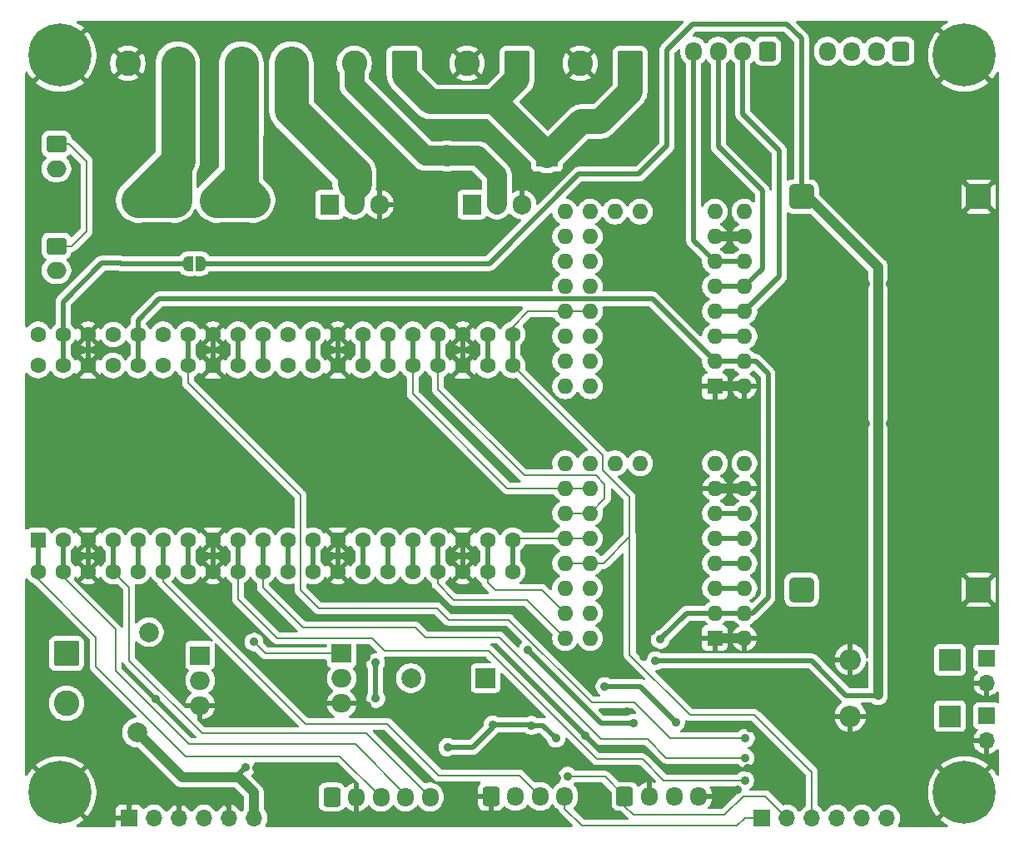
<source format=gbr>
%TF.GenerationSoftware,KiCad,Pcbnew,9.0.0*%
%TF.CreationDate,2025-04-09T12:02:38+02:00*%
%TF.ProjectId,LocalRoboCaster,4c6f6361-6c52-46f6-926f-436173746572,rev?*%
%TF.SameCoordinates,Original*%
%TF.FileFunction,Copper,L1,Top*%
%TF.FilePolarity,Positive*%
%FSLAX46Y46*%
G04 Gerber Fmt 4.6, Leading zero omitted, Abs format (unit mm)*
G04 Created by KiCad (PCBNEW 9.0.0) date 2025-04-09 12:02:38*
%MOMM*%
%LPD*%
G01*
G04 APERTURE LIST*
G04 Aperture macros list*
%AMRoundRect*
0 Rectangle with rounded corners*
0 $1 Rounding radius*
0 $2 $3 $4 $5 $6 $7 $8 $9 X,Y pos of 4 corners*
0 Add a 4 corners polygon primitive as box body*
4,1,4,$2,$3,$4,$5,$6,$7,$8,$9,$2,$3,0*
0 Add four circle primitives for the rounded corners*
1,1,$1+$1,$2,$3*
1,1,$1+$1,$4,$5*
1,1,$1+$1,$6,$7*
1,1,$1+$1,$8,$9*
0 Add four rect primitives between the rounded corners*
20,1,$1+$1,$2,$3,$4,$5,0*
20,1,$1+$1,$4,$5,$6,$7,0*
20,1,$1+$1,$6,$7,$8,$9,0*
20,1,$1+$1,$8,$9,$2,$3,0*%
%AMFreePoly0*
4,1,37,0.603843,0.796157,0.639018,0.796157,0.711114,0.766294,0.766294,0.711114,0.796157,0.639018,0.796157,0.603843,0.800000,0.600000,0.800000,-0.600000,0.796157,-0.603843,0.796157,-0.639018,0.766294,-0.711114,0.711114,-0.766294,0.639018,-0.796157,0.603843,-0.796157,0.600000,-0.800000,0.000000,-0.800000,0.000000,-0.796148,-0.078414,-0.796148,-0.232228,-0.765552,-0.377117,-0.705537,
-0.507515,-0.618408,-0.618408,-0.507515,-0.705537,-0.377117,-0.765552,-0.232228,-0.796148,-0.078414,-0.796148,0.078414,-0.765552,0.232228,-0.705537,0.377117,-0.618408,0.507515,-0.507515,0.618408,-0.377117,0.705537,-0.232228,0.765552,-0.078414,0.796148,0.000000,0.796148,0.000000,0.800000,0.600000,0.800000,0.603843,0.796157,0.603843,0.796157,$1*%
%AMFreePoly1*
4,1,37,0.000000,0.796148,0.078414,0.796148,0.232228,0.765552,0.377117,0.705537,0.507515,0.618408,0.618408,0.507515,0.705537,0.377117,0.765552,0.232228,0.796148,0.078414,0.796148,-0.078414,0.765552,-0.232228,0.705537,-0.377117,0.618408,-0.507515,0.507515,-0.618408,0.377117,-0.705537,0.232228,-0.765552,0.078414,-0.796148,0.000000,-0.796148,0.000000,-0.800000,-0.600000,-0.800000,
-0.603843,-0.796157,-0.639018,-0.796157,-0.711114,-0.766294,-0.766294,-0.711114,-0.796157,-0.639018,-0.796157,-0.603843,-0.800000,-0.600000,-0.800000,0.600000,-0.796157,0.603843,-0.796157,0.639018,-0.766294,0.711114,-0.711114,0.766294,-0.639018,0.796157,-0.603843,0.796157,-0.600000,0.800000,0.000000,0.800000,0.000000,0.796148,0.000000,0.796148,$1*%
%AMFreePoly2*
4,1,23,0.500000,-0.750000,0.000000,-0.750000,0.000000,-0.745722,-0.065263,-0.745722,-0.191342,-0.711940,-0.304381,-0.646677,-0.396677,-0.554381,-0.461940,-0.441342,-0.495722,-0.315263,-0.495722,-0.250000,-0.500000,-0.250000,-0.500000,0.250000,-0.495722,0.250000,-0.495722,0.315263,-0.461940,0.441342,-0.396677,0.554381,-0.304381,0.646677,-0.191342,0.711940,-0.065263,0.745722,0.000000,0.745722,
0.000000,0.750000,0.500000,0.750000,0.500000,-0.750000,0.500000,-0.750000,$1*%
%AMFreePoly3*
4,1,23,0.000000,0.745722,0.065263,0.745722,0.191342,0.711940,0.304381,0.646677,0.396677,0.554381,0.461940,0.441342,0.495722,0.315263,0.495722,0.250000,0.500000,0.250000,0.500000,-0.250000,0.495722,-0.250000,0.495722,-0.315263,0.461940,-0.441342,0.396677,-0.554381,0.304381,-0.646677,0.191342,-0.711940,0.065263,-0.745722,0.000000,-0.745722,0.000000,-0.750000,-0.500000,-0.750000,
-0.500000,0.750000,0.000000,0.750000,0.000000,0.745722,0.000000,0.745722,$1*%
G04 Aperture macros list end*
%TA.AperFunction,ComponentPad*%
%ADD10O,2.000000X1.905000*%
%TD*%
%TA.AperFunction,ComponentPad*%
%ADD11R,2.000000X1.905000*%
%TD*%
%TA.AperFunction,ComponentPad*%
%ADD12C,2.010000*%
%TD*%
%TA.AperFunction,ComponentPad*%
%ADD13RoundRect,0.375000X0.875000X-0.875000X0.875000X0.875000X-0.875000X0.875000X-0.875000X-0.875000X0*%
%TD*%
%TA.AperFunction,ComponentPad*%
%ADD14R,1.700000X1.700000*%
%TD*%
%TA.AperFunction,ComponentPad*%
%ADD15O,1.700000X1.700000*%
%TD*%
%TA.AperFunction,ComponentPad*%
%ADD16RoundRect,0.250000X1.050000X1.050000X-1.050000X1.050000X-1.050000X-1.050000X1.050000X-1.050000X0*%
%TD*%
%TA.AperFunction,ComponentPad*%
%ADD17C,2.600000*%
%TD*%
%TA.AperFunction,ComponentPad*%
%ADD18R,2.000000X2.000000*%
%TD*%
%TA.AperFunction,ComponentPad*%
%ADD19C,2.000000*%
%TD*%
%TA.AperFunction,ComponentPad*%
%ADD20R,2.200000X2.200000*%
%TD*%
%TA.AperFunction,ComponentPad*%
%ADD21O,2.200000X2.200000*%
%TD*%
%TA.AperFunction,ComponentPad*%
%ADD22RoundRect,0.250000X-0.600000X-0.725000X0.600000X-0.725000X0.600000X0.725000X-0.600000X0.725000X0*%
%TD*%
%TA.AperFunction,ComponentPad*%
%ADD23O,1.700000X1.950000*%
%TD*%
%TA.AperFunction,ComponentPad*%
%ADD24C,0.800000*%
%TD*%
%TA.AperFunction,ComponentPad*%
%ADD25C,6.400000*%
%TD*%
%TA.AperFunction,ComponentPad*%
%ADD26RoundRect,0.250000X-1.050000X1.050000X-1.050000X-1.050000X1.050000X-1.050000X1.050000X1.050000X0*%
%TD*%
%TA.AperFunction,ComponentPad*%
%ADD27C,1.600000*%
%TD*%
%TA.AperFunction,ComponentPad*%
%ADD28RoundRect,0.200000X0.600000X-0.600000X0.600000X0.600000X-0.600000X0.600000X-0.600000X-0.600000X0*%
%TD*%
%TA.AperFunction,ComponentPad*%
%ADD29FreePoly0,90.000000*%
%TD*%
%TA.AperFunction,ComponentPad*%
%ADD30FreePoly1,90.000000*%
%TD*%
%TA.AperFunction,ComponentPad*%
%ADD31RoundRect,0.250000X-0.750000X0.600000X-0.750000X-0.600000X0.750000X-0.600000X0.750000X0.600000X0*%
%TD*%
%TA.AperFunction,ComponentPad*%
%ADD32O,2.000000X1.700000*%
%TD*%
%TA.AperFunction,ComponentPad*%
%ADD33O,1.600000X1.600000*%
%TD*%
%TA.AperFunction,ComponentPad*%
%ADD34R,1.600000X1.600000*%
%TD*%
%TA.AperFunction,ComponentPad*%
%ADD35O,1.905000X2.000000*%
%TD*%
%TA.AperFunction,ComponentPad*%
%ADD36R,1.905000X2.000000*%
%TD*%
%TA.AperFunction,ComponentPad*%
%ADD37RoundRect,0.250000X0.600000X0.725000X-0.600000X0.725000X-0.600000X-0.725000X0.600000X-0.725000X0*%
%TD*%
%TA.AperFunction,SMDPad,CuDef*%
%ADD38FreePoly2,0.000000*%
%TD*%
%TA.AperFunction,SMDPad,CuDef*%
%ADD39FreePoly3,0.000000*%
%TD*%
%TA.AperFunction,ComponentPad*%
%ADD40RoundRect,1.250000X-0.000010X-0.550000X0.000010X-0.550000X0.000010X0.550000X-0.000010X0.550000X0*%
%TD*%
%TA.AperFunction,ViaPad*%
%ADD41C,0.900000*%
%TD*%
%TA.AperFunction,Conductor*%
%ADD42C,0.200000*%
%TD*%
%TA.AperFunction,Conductor*%
%ADD43C,1.000000*%
%TD*%
%TA.AperFunction,Conductor*%
%ADD44C,0.500000*%
%TD*%
%TA.AperFunction,Conductor*%
%ADD45C,3.500000*%
%TD*%
%TA.AperFunction,Conductor*%
%ADD46C,2.500000*%
%TD*%
%TA.AperFunction,Conductor*%
%ADD47C,2.000000*%
%TD*%
G04 APERTURE END LIST*
D10*
%TO.P,Q7,3,S*%
%TO.N,GND*%
X59805000Y-103140000D03*
D11*
%TO.P,Q7,2,G*%
%TO.N,/Data In And Out/led gate*%
X59805000Y-98060000D03*
D10*
%TO.P,Q7,1,D*%
%TO.N,/Data In And Out/led-*%
X59805000Y-100600000D03*
%TD*%
D12*
%TO.P,F3,2*%
%TO.N,Net-(J2-Pin_1)*%
X54600000Y-95700000D03*
%TO.P,F3,1*%
%TO.N,+24V*%
X53400000Y-105900000D03*
%TD*%
D13*
%TO.P,U8,1,V_in*%
%TO.N,+24V*%
X120980000Y-91380000D03*
%TO.P,U8,2,GND*%
%TO.N,GND*%
X138980000Y-91380000D03*
%TO.P,U8,3,V_out*%
%TO.N,+5V5*%
X120980000Y-51380000D03*
%TO.P,U8,4,GND*%
%TO.N,GND*%
X138980000Y-51380000D03*
%TD*%
D14*
%TO.P,J1,1,Pin_1*%
%TO.N,MOSI*%
X116950000Y-114600000D03*
D15*
%TO.P,J1,2,Pin_2*%
%TO.N,SCK*%
X119490000Y-114600000D03*
%TO.P,J1,3,Pin_3*%
%TO.N,MISO*%
X122030000Y-114600000D03*
%TO.P,J1,4,Pin_4*%
%TO.N,GPIO6*%
X124570000Y-114600000D03*
%TO.P,J1,5,Pin_5*%
%TO.N,GPIO7*%
X127110000Y-114600000D03*
%TO.P,J1,6,Pin_6*%
%TO.N,GPIO28*%
X129650000Y-114600000D03*
%TD*%
D16*
%TO.P,J6,1,Pin_1*%
%TO.N,+24V*%
X92045000Y-37827500D03*
D17*
%TO.P,J6,2,Pin_2*%
%TO.N,GND*%
X86965000Y-37827500D03*
%TD*%
D14*
%TO.P,M3,1,+*%
%TO.N,Net-(D2-K)*%
X139800000Y-98315000D03*
D15*
%TO.P,M3,2,-*%
%TO.N,GND*%
X139800000Y-100855000D03*
%TD*%
D14*
%TO.P,M5,1,+*%
%TO.N,Net-(D3-K)*%
X139795000Y-104210000D03*
D15*
%TO.P,M5,2,-*%
%TO.N,GND*%
X139795000Y-106750000D03*
%TD*%
D18*
%TO.P,BZ1,1,+*%
%TO.N,/Data In And Out/Buzzer Voltage Select*%
X88850000Y-100370000D03*
D19*
%TO.P,BZ1,2,-*%
%TO.N,/Data In And Out/buzzer-*%
X81250000Y-100370000D03*
%TD*%
D20*
%TO.P,D3,1,K*%
%TO.N,Net-(D3-K)*%
X136080000Y-104240000D03*
D21*
%TO.P,D3,2,A*%
%TO.N,GND*%
X125920000Y-104240000D03*
%TD*%
D22*
%TO.P,U4,1,Vcc*%
%TO.N,+3.3V*%
X73200000Y-112475000D03*
D23*
%TO.P,U4,2,GND*%
%TO.N,GND*%
X75700000Y-112475000D03*
%TO.P,U4,3,CLK*%
%TO.N,BUTTON_CLK*%
X78200000Y-112475000D03*
%TO.P,U4,4,DT*%
%TO.N,BUTTON_DT*%
X80700000Y-112475000D03*
%TO.P,U4,5,SW*%
%TO.N,BUTTON_SW*%
X83200000Y-112475000D03*
%TD*%
D14*
%TO.P,J8,1,Pin_1*%
%TO.N,GND*%
X52590000Y-114600000D03*
D15*
%TO.P,J8,2,Pin_2*%
%TO.N,+5V5*%
X55130000Y-114600000D03*
%TO.P,J8,3,Pin_3*%
%TO.N,GND*%
X57670000Y-114600000D03*
%TO.P,J8,4,Pin_4*%
%TO.N,+3.3V*%
X60210000Y-114600000D03*
%TO.P,J8,5,Pin_5*%
%TO.N,GND*%
X62750000Y-114600000D03*
%TO.P,J8,6,Pin_6*%
%TO.N,+24V*%
X65290000Y-114600000D03*
%TD*%
D24*
%TO.P,H7,1,1*%
%TO.N,GND*%
X45540000Y-109600000D03*
X47237056Y-110302944D03*
X43842944Y-110302944D03*
X47940000Y-112000000D03*
D25*
X45540000Y-112000000D03*
D24*
X43140000Y-112000000D03*
X47237056Y-113697056D03*
X43842944Y-113697056D03*
X45540000Y-114400000D03*
%TD*%
D20*
%TO.P,D1,1,K*%
%TO.N,+24V*%
X95080000Y-47250000D03*
D21*
%TO.P,D1,2,A*%
%TO.N,/Data In And Out/fan-*%
X84920000Y-47250000D03*
%TD*%
D26*
%TO.P,J2,1,Pin_1*%
%TO.N,Net-(J2-Pin_1)*%
X46227500Y-97855000D03*
D17*
%TO.P,J2,2,Pin_2*%
%TO.N,/Data In And Out/led-*%
X46227500Y-102935000D03*
%TD*%
D24*
%TO.P,H6,1,1*%
%TO.N,GND*%
X45540000Y-34600000D03*
X47237056Y-35302944D03*
X43842944Y-35302944D03*
X47940000Y-37000000D03*
D25*
X45540000Y-37000000D03*
D24*
X43140000Y-37000000D03*
X47237056Y-38697056D03*
X43842944Y-38697056D03*
X45540000Y-39400000D03*
%TD*%
D22*
%TO.P,J5,1,Pin_1*%
%TO.N,GND*%
X89400000Y-112400000D03*
D23*
%TO.P,J5,2,Pin_2*%
%TO.N,/Data In And Out/LCD Power Select*%
X91900000Y-112400000D03*
%TO.P,J5,3,Pin_3*%
%TO.N,SCREEN_CS*%
X94400000Y-112400000D03*
%TO.P,J5,4,Pin_4*%
%TO.N,MOSI*%
X96900000Y-112400000D03*
%TD*%
D27*
%TO.P,A1,1,GPIO0*%
%TO.N,BUTTON_CLK*%
X43332500Y-89520895D03*
D28*
X43332500Y-86345895D03*
D27*
%TO.P,A1,2,GPIO1*%
%TO.N,BUTTON_DT*%
X45872500Y-89520895D03*
X45872500Y-86345895D03*
%TO.P,A1,3,GND*%
%TO.N,GND*%
X48412500Y-89520895D03*
D29*
X48412500Y-86345895D03*
D27*
%TO.P,A1,4,GPIO2*%
%TO.N,BUTTON_SW*%
X51007983Y-89549106D03*
X50952500Y-86345895D03*
%TO.P,A1,5,GPIO3*%
%TO.N,LED*%
X53492500Y-89520895D03*
X53492500Y-86345895D03*
%TO.P,A1,6,GPIO4*%
%TO.N,SCREEN_CS*%
X56032500Y-89520895D03*
X56032500Y-86345895D03*
%TO.P,A1,7,GPIO5*%
%TO.N,buzzer*%
X58572500Y-89520895D03*
X58572500Y-86345895D03*
%TO.P,A1,8,GND*%
%TO.N,GND*%
X61112500Y-89520895D03*
D29*
X61112500Y-86345895D03*
D27*
%TO.P,A1,9,GPIO6*%
%TO.N,GPIO6*%
X63652500Y-89520895D03*
X63652500Y-86345895D03*
%TO.P,A1,10,GPIO7*%
%TO.N,GPIO7*%
X66192500Y-89520895D03*
X66192500Y-86345895D03*
%TO.P,A1,11,GPIO8*%
%TO.N,chip_select_driver2*%
X68732500Y-89520895D03*
X68732500Y-86345895D03*
%TO.P,A1,12,GPIO9*%
%TO.N,STEP_driver2*%
X71272500Y-89520895D03*
X71272500Y-86345895D03*
%TO.P,A1,13,GND*%
%TO.N,GND*%
X73812500Y-89520895D03*
D29*
X73812500Y-86345895D03*
D27*
%TO.P,A1,14,GPIO10*%
%TO.N,Direction_driver2*%
X76352500Y-89520895D03*
X76352500Y-86345895D03*
%TO.P,A1,15,GPIO11*%
%TO.N,enable_driver1*%
X78892500Y-89520895D03*
X78892500Y-86345895D03*
%TO.P,A1,16,GPIO12*%
%TO.N,DIAGO_driver1*%
X81432500Y-89520895D03*
X81432500Y-86345895D03*
%TO.P,A1,17,GPIO13*%
%TO.N,Direction_driver1*%
X83972500Y-89520895D03*
X83972500Y-86345895D03*
%TO.P,A1,18,GND*%
%TO.N,GND*%
X86512500Y-89520895D03*
D29*
X86512500Y-86345895D03*
D27*
%TO.P,A1,19,GPIO14*%
%TO.N,STEP_driver1*%
X89052500Y-89520895D03*
X89052500Y-86345895D03*
%TO.P,A1,20,GPIO15*%
%TO.N,chip_select_driver1*%
X91592500Y-89520895D03*
X91592500Y-86345895D03*
%TO.P,A1,21,GPIO16*%
%TO.N,MISO*%
X91592500Y-68565895D03*
X91592500Y-65390895D03*
%TO.P,A1,22,GPIO17*%
%TO.N,DIAGO_driver2*%
X89052500Y-68565895D03*
X89052500Y-65390895D03*
D30*
%TO.P,A1,23,GND*%
%TO.N,GND*%
X86512500Y-68565895D03*
D27*
X86512500Y-65390895D03*
%TO.P,A1,24,GPIO18*%
%TO.N,SCK*%
X83972500Y-68565895D03*
X83972500Y-65390895D03*
%TO.P,A1,25,GPIO19*%
%TO.N,MOSI*%
X81432500Y-68565895D03*
X81432500Y-65390895D03*
%TO.P,A1,26,GPIO20*%
%TO.N,enable_driver2*%
X78892500Y-68565895D03*
X78892500Y-65390895D03*
%TO.P,A1,27,GPIO21*%
%TO.N,PWM_fan*%
X76352500Y-68565895D03*
X76352500Y-65390895D03*
D30*
%TO.P,A1,28,GND*%
%TO.N,GND*%
X73812500Y-68565895D03*
D27*
X73812500Y-65390895D03*
%TO.P,A1,29,GPIO22*%
%TO.N,PWM_heater*%
X71272500Y-68565895D03*
X71272500Y-65390895D03*
%TO.P,A1,30,RUN*%
%TO.N,unconnected-(A1-RUN-Pad30)_1*%
X68732500Y-68565895D03*
%TO.N,unconnected-(A1-RUN-Pad30)*%
X68732500Y-65390895D03*
%TO.P,A1,31,GPIO26_ADC0*%
%TO.N,temp_signal*%
X66192500Y-68565895D03*
X66192500Y-65390895D03*
%TO.P,A1,32,GPIO27_ADC1*%
%TO.N,LIMIT_SENSE*%
X63652500Y-68565895D03*
X63652500Y-65390895D03*
D30*
%TO.P,A1,33,AGND*%
%TO.N,GND*%
X61112500Y-68565895D03*
D27*
X61112500Y-65390895D03*
%TO.P,A1,34,GPIO28_ADC2*%
%TO.N,GPIO28*%
X58572500Y-68565895D03*
X58572500Y-65390895D03*
%TO.P,A1,35,ADC_VREF*%
%TO.N,unconnected-(A1-ADC_VREF-Pad35)_1*%
X56032500Y-68565895D03*
%TO.N,unconnected-(A1-ADC_VREF-Pad35)*%
X56032500Y-65390895D03*
%TO.P,A1,36,3V3*%
%TO.N,+3.3V*%
X53492500Y-68565895D03*
X53492500Y-65390895D03*
%TO.P,A1,37,3V3_EN*%
%TO.N,unconnected-(A1-3V3_EN-Pad37)_1*%
X50952500Y-68565895D03*
%TO.N,unconnected-(A1-3V3_EN-Pad37)*%
X51007983Y-65419106D03*
D30*
%TO.P,A1,38,GND*%
%TO.N,GND*%
X48412500Y-68565895D03*
D27*
X48412500Y-65390895D03*
%TO.P,A1,39,VSYS*%
%TO.N,Net-(A1-VSYS)*%
X45872500Y-68565895D03*
X45872500Y-65390895D03*
%TO.P,A1,40,VBUS*%
%TO.N,unconnected-(A1-VBUS-Pad40)_1*%
X43332500Y-68565895D03*
%TO.N,unconnected-(A1-VBUS-Pad40)*%
X43332500Y-65390895D03*
%TD*%
D31*
%TO.P,TH1,1*%
%TO.N,+3.3V*%
X45200000Y-46050000D03*
D32*
%TO.P,TH1,2*%
%TO.N,temp_signal*%
X45200000Y-48550000D03*
%TD*%
D16*
%TO.P,J7,1,Pin_1*%
%TO.N,+24V*%
X103545000Y-37827500D03*
D17*
%TO.P,J7,2,Pin_2*%
%TO.N,GND*%
X98465000Y-37827500D03*
%TD*%
D33*
%TO.P,U1,1,GND*%
%TO.N,GND*%
X115165000Y-96290000D03*
D34*
X112165000Y-96290000D03*
D33*
%TO.P,U1,2,VIO*%
%TO.N,+3.3V*%
X115165000Y-93750000D03*
X112165000Y-93750000D03*
%TO.P,U1,3,M1B*%
%TO.N,M1B_driver1*%
X115165000Y-91210000D03*
X112165000Y-91210000D03*
%TO.P,U1,4,M1A*%
%TO.N,M1A_driver1*%
X115165000Y-88670000D03*
X112165000Y-88670000D03*
%TO.P,U1,5,M2A*%
%TO.N,M2A_driver1*%
X115165000Y-86130000D03*
X112165000Y-86130000D03*
%TO.P,U1,6,M2B*%
%TO.N,M2B_driver1*%
X115165000Y-83590000D03*
X112165000Y-83590000D03*
%TO.P,U1,7,GND*%
%TO.N,GND*%
X115165000Y-81050000D03*
X112165000Y-81050000D03*
%TO.P,U1,8,VM*%
%TO.N,+24V*%
X115165000Y-78510000D03*
X112165000Y-78510000D03*
%TO.P,U1,9,DIR*%
%TO.N,Direction_driver1*%
X99465000Y-96290000D03*
X96925000Y-96290000D03*
%TO.P,U1,10,STEP*%
%TO.N,STEP_driver1*%
X99465000Y-93750000D03*
X96925000Y-93750000D03*
%TO.P,U1,11,NC*%
%TO.N,unconnected-(U1-NC-Pad11)_1*%
X99465000Y-91210000D03*
%TO.N,unconnected-(U1-NC-Pad11)*%
X96925000Y-91210000D03*
%TO.P,U1,12,SDO*%
%TO.N,MISO*%
X99465000Y-88670000D03*
X96925000Y-88670000D03*
%TO.P,U1,13,CS*%
%TO.N,chip_select_driver1*%
X99465000Y-86130000D03*
X96925000Y-86130000D03*
%TO.P,U1,14,SCK*%
%TO.N,SCK*%
X99465000Y-83590000D03*
X96925000Y-83590000D03*
%TO.P,U1,15,SDI*%
%TO.N,MOSI*%
X99465000Y-81050000D03*
X96925000Y-81050000D03*
%TO.P,U1,16,EN*%
%TO.N,enable_driver1*%
X99465000Y-78510000D03*
X96925000Y-78510000D03*
%TO.P,U1,17,AIN*%
%TO.N,unconnected-(U1-AIN-Pad17)*%
X102005000Y-78510000D03*
%TO.P,U1,18,DIAG0*%
%TO.N,DIAGO_driver1*%
X104545000Y-78510000D03*
%TD*%
D10*
%TO.P,Q6,1,D*%
%TO.N,/Data In And Out/buzzer-*%
X74200000Y-100400000D03*
D11*
%TO.P,Q6,2,G*%
%TO.N,/Data In And Out/buzzer_gate*%
X74200000Y-97860000D03*
D10*
%TO.P,Q6,3,S*%
%TO.N,GND*%
X74200000Y-102940000D03*
%TD*%
D24*
%TO.P,H5,1,1*%
%TO.N,GND*%
X137540000Y-109600000D03*
X139237056Y-110302944D03*
X135842944Y-110302944D03*
X139940000Y-112000000D03*
D25*
X137540000Y-112000000D03*
D24*
X135140000Y-112000000D03*
X139237056Y-113697056D03*
X135842944Y-113697056D03*
X137540000Y-114400000D03*
%TD*%
D35*
%TO.P,Q4,1,D*%
%TO.N,/Data In And Out/fan-*%
X90000000Y-52195000D03*
D36*
%TO.P,Q4,2,G*%
%TO.N,/Data In And Out/fan gate*%
X87460000Y-52195000D03*
D35*
%TO.P,Q4,3,S*%
%TO.N,GND*%
X92540000Y-52195000D03*
%TD*%
D16*
%TO.P,J3,1,Pin_1*%
%TO.N,+24V*%
X57545000Y-37827500D03*
D17*
%TO.P,J3,2,Pin_2*%
%TO.N,GND*%
X52465000Y-37827500D03*
%TD*%
D22*
%TO.P,J4,1,Pin_1*%
%TO.N,SCK*%
X103000000Y-112400000D03*
D23*
%TO.P,J4,2,Pin_2*%
%TO.N,GND*%
X105500000Y-112400000D03*
%TO.P,J4,3,Pin_3*%
%TO.N,/Data In And Out/LCD Backlight Select*%
X108000000Y-112400000D03*
%TO.P,J4,4,Pin_4*%
%TO.N,GND*%
X110500000Y-112400000D03*
%TD*%
D16*
%TO.P,M1,1,+*%
%TO.N,+24V*%
X80573800Y-37820700D03*
D17*
%TO.P,M1,2,-*%
%TO.N,/Data In And Out/fan-*%
X75493800Y-37820700D03*
%TD*%
D24*
%TO.P,H8,1,1*%
%TO.N,GND*%
X137540000Y-34600000D03*
X139237056Y-35302944D03*
X135842944Y-35302944D03*
X139940000Y-37000000D03*
D25*
X137540000Y-37000000D03*
D24*
X135140000Y-37000000D03*
X139237056Y-38697056D03*
X135842944Y-38697056D03*
X137540000Y-39400000D03*
%TD*%
D35*
%TO.P,Q5,1,D*%
%TO.N,/Data In And Out/heater-*%
X75500000Y-52195000D03*
D36*
%TO.P,Q5,2,G*%
%TO.N,/Data In And Out/heater gate*%
X72960000Y-52195000D03*
D35*
%TO.P,Q5,3,S*%
%TO.N,GND*%
X78040000Y-52195000D03*
%TD*%
D33*
%TO.P,U2,1,GND*%
%TO.N,GND*%
X115165000Y-70690000D03*
D34*
X112165000Y-70690000D03*
D33*
%TO.P,U2,2,VIO*%
%TO.N,+3.3V*%
X115165000Y-68150000D03*
X112165000Y-68150000D03*
%TO.P,U2,3,M1B*%
%TO.N,M1B_driver2*%
X115165000Y-65610000D03*
X112165000Y-65610000D03*
%TO.P,U2,4,M1A*%
%TO.N,M1A_driver2*%
X115165000Y-63070000D03*
X112165000Y-63070000D03*
%TO.P,U2,5,M2A*%
%TO.N,M2A_driver2*%
X115165000Y-60530000D03*
X112165000Y-60530000D03*
%TO.P,U2,6,M2B*%
%TO.N,M2B_driver2*%
X115165000Y-57990000D03*
X112165000Y-57990000D03*
%TO.P,U2,7,GND*%
%TO.N,GND*%
X115165000Y-55450000D03*
X112165000Y-55450000D03*
%TO.P,U2,8,VM*%
%TO.N,+24V*%
X115165000Y-52910000D03*
X112165000Y-52910000D03*
%TO.P,U2,9,DIR*%
%TO.N,Direction_driver2*%
X99465000Y-70690000D03*
X96925000Y-70690000D03*
%TO.P,U2,10,STEP*%
%TO.N,STEP_driver2*%
X99465000Y-68150000D03*
X96925000Y-68150000D03*
%TO.P,U2,11,NC*%
%TO.N,unconnected-(U2-NC-Pad11)*%
X99465000Y-65610000D03*
%TO.N,unconnected-(U2-NC-Pad11)_1*%
X96925000Y-65610000D03*
%TO.P,U2,12,SDO*%
%TO.N,MISO*%
X99465000Y-63070000D03*
X96925000Y-63070000D03*
%TO.P,U2,13,CS*%
%TO.N,chip_select_driver2*%
X99465000Y-60530000D03*
X96925000Y-60530000D03*
%TO.P,U2,14,SCK*%
%TO.N,SCK*%
X99465000Y-57990000D03*
X96925000Y-57990000D03*
%TO.P,U2,15,SDI*%
%TO.N,MOSI*%
X99465000Y-55450000D03*
X96925000Y-55450000D03*
%TO.P,U2,16,EN*%
%TO.N,enable_driver2*%
X99465000Y-52910000D03*
X96925000Y-52910000D03*
%TO.P,U2,17,AIN*%
%TO.N,unconnected-(U2-AIN-Pad17)*%
X102005000Y-52910000D03*
%TO.P,U2,18,DIAG0*%
%TO.N,DIAGO_driver2*%
X104545000Y-52910000D03*
%TD*%
D16*
%TO.P,R2,1*%
%TO.N,/Data In And Out/heater-*%
X69093000Y-37827500D03*
D17*
%TO.P,R2,2*%
%TO.N,/Data In And Out/heater+*%
X64013000Y-37827500D03*
%TD*%
D37*
%TO.P,M2,1*%
%TO.N,M1B_driver1*%
X131100000Y-36600000D03*
D23*
%TO.P,M2,2,-*%
%TO.N,M1A_driver1*%
X128600000Y-36600000D03*
%TO.P,M2,3*%
%TO.N,M2A_driver1*%
X126100000Y-36600000D03*
%TO.P,M2,4*%
%TO.N,M2B_driver1*%
X123600000Y-36600000D03*
%TD*%
D38*
%TO.P,JP5V7,1,A*%
%TO.N,Net-(A1-VSYS)*%
X58600000Y-58200000D03*
D39*
%TO.P,JP5V7,2,B*%
%TO.N,+5V5*%
X59900000Y-58200000D03*
%TD*%
D20*
%TO.P,D2,1,K*%
%TO.N,Net-(D2-K)*%
X136080000Y-98500000D03*
D21*
%TO.P,D2,2,A*%
%TO.N,GND*%
X125920000Y-98500000D03*
%TD*%
D40*
%TO.P,F2,1*%
%TO.N,+24V*%
X53500000Y-51750000D03*
X57200000Y-51750000D03*
%TO.P,F2,2*%
%TO.N,/Data In And Out/heater+*%
X61500000Y-51750000D03*
X65200000Y-51750000D03*
%TD*%
D31*
%TO.P,U3,1,c*%
%TO.N,+3.3V*%
X45200000Y-56400000D03*
D32*
%TO.P,U3,2,no*%
%TO.N,unconnected-(U3-no-Pad2)*%
X45200000Y-58900000D03*
%TD*%
D37*
%TO.P,M4,1*%
%TO.N,M1B_driver2*%
X117500000Y-36600000D03*
D23*
%TO.P,M4,2,-*%
%TO.N,M1A_driver2*%
X115000000Y-36600000D03*
%TO.P,M4,3*%
%TO.N,M2A_driver2*%
X112500000Y-36600000D03*
%TO.P,M4,4*%
%TO.N,M2B_driver2*%
X110000000Y-36600000D03*
%TD*%
D41*
%TO.N,GND*%
X49400000Y-107600000D03*
X52000000Y-54600000D03*
X50600000Y-53200000D03*
X50600000Y-51100000D03*
X50600000Y-48900000D03*
X52500000Y-48900000D03*
X52500000Y-46900000D03*
X54500000Y-46800000D03*
X54500000Y-44400000D03*
X50600000Y-44400000D03*
X52500000Y-44400000D03*
%TO.N,/Data In And Out/heater+*%
X64800000Y-49300000D03*
X63200000Y-49300000D03*
%TO.N,GND*%
X101300000Y-36000000D03*
X89500000Y-36000000D03*
X78100000Y-35900000D03*
X66600000Y-35800000D03*
X71386977Y-49783979D03*
X77600000Y-46100000D03*
X74000000Y-42000000D03*
X75600000Y-44000000D03*
X100100000Y-112700000D03*
X55300000Y-102500000D03*
X109500000Y-105250000D03*
X62000000Y-93000000D03*
X114500000Y-45500000D03*
X62000000Y-100500000D03*
X123500000Y-107500000D03*
X114500000Y-111750000D03*
X76700575Y-98244485D03*
X54250000Y-72500000D03*
X105000000Y-74500000D03*
X102200000Y-82200000D03*
X120750000Y-60250000D03*
X105000000Y-60250000D03*
X127500000Y-74500000D03*
X130750000Y-87500000D03*
X66000000Y-93000000D03*
X94750000Y-60500000D03*
X67090000Y-109590000D03*
X69000000Y-52750000D03*
X125000000Y-74500000D03*
X80946500Y-54500000D03*
X119000000Y-42500000D03*
X136000000Y-74500000D03*
X127500000Y-45500000D03*
X117980000Y-109690000D03*
X50500000Y-35750000D03*
X93751397Y-103751397D03*
X50605000Y-39750000D03*
X123520000Y-109660000D03*
X74750000Y-60000000D03*
X101110000Y-99880000D03*
X136000000Y-87500000D03*
X125000000Y-87500000D03*
X54250000Y-54850000D03*
X99000000Y-41000000D03*
X130000000Y-60250000D03*
X61000000Y-45000000D03*
X76500000Y-54750000D03*
X113250000Y-74500000D03*
X70000000Y-93000000D03*
X72250000Y-77500000D03*
X115751936Y-105496128D03*
X56250000Y-54850000D03*
X83500000Y-54500000D03*
X72302628Y-84000000D03*
X96500000Y-41000000D03*
X46000000Y-72500000D03*
X130000000Y-45500000D03*
X61000000Y-47500000D03*
X63250000Y-82000000D03*
X69500000Y-56750000D03*
X76824736Y-103141758D03*
X61000000Y-42000000D03*
X105720000Y-95570000D03*
X98957780Y-106212206D03*
X72500000Y-39000000D03*
X88220000Y-60010000D03*
X85530000Y-108610000D03*
X43000000Y-96000000D03*
X83500000Y-52250000D03*
X79500000Y-72500000D03*
X54250000Y-77500000D03*
X72250000Y-72500000D03*
X93865000Y-88000000D03*
X130000000Y-74500000D03*
X64900000Y-95500000D03*
X66250000Y-54850000D03*
X44500000Y-100500000D03*
X52500000Y-42000000D03*
X130270000Y-101770000D03*
X96094033Y-110525156D03*
X50600000Y-42000000D03*
X58500000Y-60000000D03*
X80750000Y-50250000D03*
X65548630Y-109514931D03*
X98830000Y-99210000D03*
X68500000Y-60000000D03*
X48820000Y-77500000D03*
X125000000Y-96250000D03*
X131750000Y-91000000D03*
X61000000Y-39500000D03*
X67000000Y-47250000D03*
X125000000Y-60250000D03*
X62250000Y-54850000D03*
X69000000Y-50500000D03*
X127500000Y-60250000D03*
X54500000Y-39750000D03*
X136000000Y-45500000D03*
X85560000Y-60030000D03*
X84000000Y-72500000D03*
X115514302Y-109557778D03*
X104940000Y-98220000D03*
X64250000Y-54850000D03*
X54750000Y-35750000D03*
X67090000Y-111500000D03*
X79500000Y-47250000D03*
X126750000Y-91500000D03*
X62500000Y-104900000D03*
X82180000Y-59830000D03*
X125000000Y-45500000D03*
X63250000Y-77500000D03*
X50600000Y-46800000D03*
X120250000Y-74500000D03*
X83500000Y-50250000D03*
X46000000Y-77455895D03*
X68250000Y-54500000D03*
X102190000Y-55590000D03*
X136000000Y-60250000D03*
X103250000Y-103750000D03*
X54500000Y-42000000D03*
X63250000Y-72500000D03*
X69000000Y-48500000D03*
X58250000Y-54850000D03*
X70000000Y-100500000D03*
X60250000Y-54850000D03*
%TO.N,+24V*%
X56750000Y-45750000D03*
X81250000Y-39750000D03*
X82500000Y-41000000D03*
X96790000Y-45540000D03*
X102000000Y-42250000D03*
X58250000Y-42000000D03*
X86750000Y-41750000D03*
X89000000Y-41750000D03*
X98205000Y-44125000D03*
X56750000Y-44000000D03*
X56750000Y-47500000D03*
X77680000Y-102450000D03*
X84500000Y-41750000D03*
X58250000Y-44000000D03*
X58250000Y-47500000D03*
X90750000Y-40750000D03*
X93000000Y-44750000D03*
X91000000Y-43000000D03*
X92045355Y-39687607D03*
X55000000Y-49250000D03*
X64450000Y-109460000D03*
X56750000Y-42000000D03*
X58250000Y-40250000D03*
X100500000Y-43750000D03*
X58250000Y-45750000D03*
X103545000Y-40705000D03*
X56750000Y-49250000D03*
X56750000Y-40250000D03*
X77650000Y-98800000D03*
%TO.N,+5V5*%
X103860000Y-104960000D03*
X128750000Y-102110000D03*
X93140000Y-97520000D03*
X106130000Y-98610000D03*
%TO.N,+3.3V*%
X100970000Y-101220000D03*
X108190000Y-104860000D03*
X96000000Y-106480000D03*
X89570000Y-105130000D03*
X93500000Y-105180000D03*
X84990000Y-107400000D03*
X106620000Y-96440000D03*
%TO.N,SCK*%
X97180000Y-110350000D03*
%TO.N,/Data In And Out/fan-*%
X86770000Y-47250000D03*
X75500000Y-40000000D03*
X88825192Y-48020192D03*
X78500000Y-43000000D03*
X80000000Y-44500000D03*
X81500000Y-46000000D03*
X90000000Y-49500000D03*
X82750000Y-47250000D03*
X77000000Y-41500000D03*
%TO.N,/Data In And Out/heater+*%
X63250000Y-45750000D03*
X63250000Y-42250000D03*
X63250000Y-47500000D03*
X63250000Y-40250000D03*
X64750000Y-45750000D03*
X64750000Y-42250000D03*
X64750000Y-47500000D03*
X63250000Y-44000000D03*
X64750000Y-40250000D03*
X64750000Y-44000000D03*
%TO.N,/Data In And Out/heater-*%
X68500000Y-40250000D03*
X70000000Y-42250000D03*
X71750000Y-44000000D03*
X75500000Y-50250000D03*
X73500000Y-45750000D03*
X75250000Y-47500000D03*
X70000000Y-44000000D03*
X73500000Y-47500000D03*
X76500000Y-49147500D03*
X74500000Y-49250000D03*
X71750000Y-45750000D03*
X70000000Y-40250000D03*
X68500000Y-42250000D03*
%TO.N,GPIO28*%
X115260000Y-106480000D03*
%TO.N,GPIO6*%
X115200000Y-110780000D03*
%TO.N,GPIO7*%
X115250000Y-108490000D03*
%TO.N,/Data In And Out/buzzer_gate*%
X65300000Y-96700000D03*
%TD*%
D42*
%TO.N,/Data In And Out/buzzer_gate*%
X65300000Y-96700000D02*
X66460000Y-97860000D01*
X66460000Y-97860000D02*
X74200000Y-97860000D01*
%TO.N,BUTTON_CLK*%
X49200000Y-99200000D02*
X49200000Y-96200000D01*
X74025000Y-108300000D02*
X58300000Y-108300000D01*
X58300000Y-108300000D02*
X49200000Y-99200000D01*
X49200000Y-96200000D02*
X43332500Y-90332500D01*
X43332500Y-90332500D02*
X43332500Y-89520895D01*
X78200000Y-112475000D02*
X74025000Y-108300000D01*
%TO.N,BUTTON_DT*%
X45872500Y-90072500D02*
X45872500Y-89520895D01*
X51200000Y-95400000D02*
X45872500Y-90072500D01*
X51200000Y-99600000D02*
X51200000Y-95400000D01*
X75600000Y-107100000D02*
X58700000Y-107100000D01*
X58700000Y-107100000D02*
X51200000Y-99600000D01*
X80700000Y-112200000D02*
X75600000Y-107100000D01*
X80700000Y-112475000D02*
X80700000Y-112200000D01*
%TO.N,SCK*%
X101000000Y-110400000D02*
X103000000Y-112400000D01*
X97180000Y-110350000D02*
X97230000Y-110400000D01*
X97230000Y-110400000D02*
X101000000Y-110400000D01*
%TO.N,BUTTON_SW*%
X76725000Y-106000000D02*
X83200000Y-112475000D01*
X60000000Y-106000000D02*
X76725000Y-106000000D01*
X52600000Y-98600000D02*
X60000000Y-106000000D01*
X52600000Y-91141123D02*
X52600000Y-98600000D01*
X51007983Y-89549106D02*
X52600000Y-91141123D01*
D43*
%TO.N,+24V*%
X57990000Y-110490000D02*
X53400000Y-105900000D01*
X63770000Y-110490000D02*
X57990000Y-110490000D01*
D42*
%TO.N,SCREEN_CS*%
X70520000Y-105020000D02*
X56032500Y-90532500D01*
X56032500Y-90532500D02*
X56032500Y-89520895D01*
X84090000Y-110290000D02*
X78820000Y-105020000D01*
X78820000Y-105020000D02*
X70520000Y-105020000D01*
X92290000Y-110290000D02*
X84090000Y-110290000D01*
X94400000Y-112400000D02*
X92290000Y-110290000D01*
D44*
%TO.N,GND*%
X86512500Y-86345895D02*
X86512500Y-89520895D01*
X48412500Y-89520895D02*
X48412500Y-86345895D01*
X61710000Y-112380000D02*
X58600000Y-112380000D01*
X52590000Y-113280000D02*
X52590000Y-114600000D01*
D43*
X112165000Y-55450000D02*
X115165000Y-55450000D01*
D44*
X56740000Y-112380000D02*
X53490000Y-112380000D01*
X48412500Y-68565895D02*
X48412500Y-65390895D01*
X61112500Y-89520895D02*
X61112500Y-86345895D01*
D42*
X105500000Y-112400000D02*
X105500000Y-111580000D01*
D44*
X73812500Y-68565895D02*
X73812500Y-65390895D01*
X67090000Y-109590000D02*
X67090000Y-112860000D01*
X62750000Y-113420000D02*
X61710000Y-112380000D01*
X58600000Y-112380000D02*
X57670000Y-113310000D01*
X61112500Y-68565895D02*
X61112500Y-65390895D01*
X75700000Y-114100000D02*
X75700000Y-112475000D01*
X53490000Y-112380000D02*
X52590000Y-113280000D01*
X57670000Y-113310000D02*
X56740000Y-112380000D01*
X67090000Y-112860000D02*
X68930000Y-114700000D01*
X86512500Y-68565895D02*
X86512500Y-65390895D01*
X75100000Y-114700000D02*
X75700000Y-114100000D01*
X68930000Y-114700000D02*
X75100000Y-114700000D01*
X73812500Y-89520895D02*
X73812500Y-86345895D01*
X62750000Y-114600000D02*
X62750000Y-113420000D01*
D43*
X112165000Y-81050000D02*
X115165000Y-81050000D01*
X115165000Y-70690000D02*
X112165000Y-70690000D01*
D44*
X139200000Y-101070000D02*
X139455000Y-100815000D01*
X57670000Y-114600000D02*
X57670000Y-113310000D01*
D43*
X115165000Y-96290000D02*
X112165000Y-96290000D01*
D44*
%TO.N,LIMIT_SENSE*%
X63652500Y-65390895D02*
X63652500Y-68565895D01*
%TO.N,temp_signal*%
X66192500Y-68565895D02*
X66192500Y-65390895D01*
D45*
%TO.N,+24V*%
X55000000Y-51750000D02*
X54250000Y-51000000D01*
X57200000Y-51750000D02*
X57200000Y-48050000D01*
D46*
X95080000Y-47080000D02*
X89750000Y-41750000D01*
X83230000Y-41750000D02*
X80573800Y-39093800D01*
D44*
X77650000Y-102420000D02*
X77680000Y-102450000D01*
X63770000Y-110140000D02*
X64450000Y-109460000D01*
D45*
X57545000Y-47705000D02*
X57545000Y-37827500D01*
D46*
X100500000Y-43750000D02*
X98580000Y-43750000D01*
X98580000Y-43750000D02*
X95080000Y-47250000D01*
X80573800Y-39093800D02*
X80573800Y-37820700D01*
D44*
X63770000Y-110490000D02*
X63770000Y-110140000D01*
D46*
X92045000Y-39455000D02*
X92045000Y-37827500D01*
X89750000Y-41750000D02*
X83230000Y-41750000D01*
D44*
X77650000Y-98800000D02*
X77650000Y-102420000D01*
D43*
X65290000Y-114600000D02*
X65290000Y-112010000D01*
D46*
X103545000Y-40705000D02*
X100500000Y-43750000D01*
D43*
X65290000Y-112010000D02*
X63770000Y-110490000D01*
D45*
X57200000Y-48050000D02*
X57545000Y-47705000D01*
D46*
X103545000Y-37827500D02*
X103545000Y-40705000D01*
X95080000Y-47250000D02*
X95080000Y-47080000D01*
X89750000Y-41750000D02*
X92045000Y-39455000D01*
D45*
X53500000Y-51750000D02*
X54250000Y-51000000D01*
X54250000Y-51000000D02*
X57545000Y-47705000D01*
X57200000Y-51750000D02*
X55000000Y-51750000D01*
X53500000Y-51750000D02*
X55000000Y-51750000D01*
D42*
%TO.N,MOSI*%
X98639000Y-115399000D02*
X96900000Y-113660000D01*
X115226000Y-114600000D02*
X114427000Y-115399000D01*
X96925000Y-81050000D02*
X99465000Y-81050000D01*
X114427000Y-115399000D02*
X98639000Y-115399000D01*
X81432500Y-71432500D02*
X81432500Y-68565895D01*
X96900000Y-113660000D02*
X96900000Y-112400000D01*
D44*
X81432500Y-65390895D02*
X81432500Y-68565895D01*
D42*
X91050000Y-81050000D02*
X81432500Y-71432500D01*
X116950000Y-114600000D02*
X115226000Y-114600000D01*
X96925000Y-81050000D02*
X91050000Y-81050000D01*
D44*
%TO.N,+5V5*%
X120980000Y-35310000D02*
X120980000Y-50780000D01*
X125510000Y-102130000D02*
X121990000Y-98610000D01*
X89210000Y-58200000D02*
X98320000Y-49090000D01*
X100580000Y-104960000D02*
X93140000Y-97520000D01*
X107300000Y-46190000D02*
X107300000Y-36450000D01*
X104400000Y-49090000D02*
X107300000Y-46190000D01*
X107300000Y-36450000D02*
X109910000Y-33840000D01*
X121990000Y-98610000D02*
X106130000Y-98610000D01*
X128730000Y-102130000D02*
X125510000Y-102130000D01*
X59900000Y-58200000D02*
X89210000Y-58200000D01*
X98320000Y-49090000D02*
X104400000Y-49090000D01*
X109910000Y-33840000D02*
X119510000Y-33840000D01*
D43*
X128750000Y-102110000D02*
X128750000Y-58550000D01*
D44*
X128750000Y-102110000D02*
X128730000Y-102130000D01*
D43*
X128750000Y-58550000D02*
X120980000Y-50780000D01*
D44*
X119510000Y-33840000D02*
X120980000Y-35310000D01*
X103860000Y-104960000D02*
X100580000Y-104960000D01*
%TO.N,Net-(A1-VSYS)*%
X49800000Y-58160000D02*
X51710000Y-58160000D01*
X51750000Y-58200000D02*
X58600000Y-58200000D01*
X45872500Y-65390895D02*
X45872500Y-68565895D01*
X45872500Y-65390895D02*
X45872500Y-62087500D01*
X45872500Y-62087500D02*
X49800000Y-58160000D01*
X51710000Y-58160000D02*
X51750000Y-58200000D01*
%TO.N,M1A_driver1*%
X112165000Y-88670000D02*
X115165000Y-88670000D01*
%TO.N,M1B_driver1*%
X112165000Y-91210000D02*
X115165000Y-91210000D01*
%TO.N,M2B_driver1*%
X112165000Y-83590000D02*
X115165000Y-83590000D01*
%TO.N,M2A_driver1*%
X112165000Y-86130000D02*
X115165000Y-86130000D01*
%TO.N,M2B_driver2*%
X110000000Y-55825000D02*
X110000000Y-36600000D01*
X115165000Y-57990000D02*
X112165000Y-57990000D01*
X112165000Y-57990000D02*
X110000000Y-55825000D01*
%TO.N,M2A_driver2*%
X112500000Y-46310000D02*
X112500000Y-36600000D01*
X116990000Y-58705000D02*
X116990000Y-50800000D01*
X115165000Y-60530000D02*
X112165000Y-60530000D01*
X115165000Y-60530000D02*
X116990000Y-58705000D01*
X116990000Y-50800000D02*
X112500000Y-46310000D01*
%TO.N,M1B_driver2*%
X115165000Y-65610000D02*
X112165000Y-65610000D01*
%TO.N,M1A_driver2*%
X118730000Y-46700000D02*
X115000000Y-42970000D01*
X112165000Y-63070000D02*
X115165000Y-63070000D01*
X115000000Y-42970000D02*
X115000000Y-36600000D01*
X115165000Y-63070000D02*
X118730000Y-59505000D01*
X118730000Y-59505000D02*
X118730000Y-46700000D01*
%TO.N,PWM_fan*%
X76352500Y-65390895D02*
X76352500Y-68565895D01*
%TO.N,+3.3V*%
X115980000Y-93750000D02*
X117570000Y-92160000D01*
X112165000Y-93750000D02*
X115165000Y-93750000D01*
X108181000Y-104860000D02*
X104541000Y-101220000D01*
X117570000Y-69410000D02*
X116310000Y-68150000D01*
D42*
X48260000Y-47790000D02*
X46520000Y-46050000D01*
D44*
X104541000Y-101220000D02*
X100970000Y-101220000D01*
X55650000Y-61800000D02*
X105815000Y-61800000D01*
X93450000Y-105130000D02*
X93500000Y-105180000D01*
X112165000Y-68150000D02*
X115165000Y-68150000D01*
X106620000Y-96440000D02*
X109310000Y-93750000D01*
X53492500Y-65390895D02*
X53492500Y-68565895D01*
D42*
X45200000Y-56400000D02*
X46740000Y-56400000D01*
D44*
X93500000Y-105180000D02*
X94700000Y-105180000D01*
X117570000Y-88250000D02*
X117570000Y-69410000D01*
X116310000Y-68150000D02*
X115165000Y-68150000D01*
X89570000Y-105130000D02*
X89570000Y-105400000D01*
X89570000Y-105130000D02*
X93450000Y-105130000D01*
X115165000Y-93750000D02*
X115980000Y-93750000D01*
X87570000Y-107400000D02*
X84990000Y-107400000D01*
X105815000Y-61800000D02*
X112165000Y-68150000D01*
X109310000Y-93750000D02*
X112165000Y-93750000D01*
D42*
X46520000Y-46050000D02*
X45200000Y-46050000D01*
X46740000Y-56400000D02*
X48260000Y-54880000D01*
D44*
X53492500Y-63957500D02*
X55650000Y-61800000D01*
X108190000Y-104860000D02*
X108181000Y-104860000D01*
D42*
X48260000Y-54880000D02*
X48260000Y-47790000D01*
D44*
X117570000Y-92160000D02*
X117570000Y-88250000D01*
X53492500Y-65390895D02*
X53492500Y-63957500D01*
X89570000Y-105400000D02*
X87570000Y-107400000D01*
X94700000Y-105180000D02*
X96000000Y-106480000D01*
%TO.N,PWM_heater*%
X71272500Y-65390895D02*
X71272500Y-68565895D01*
%TO.N,LED*%
X53492500Y-89520895D02*
X53492500Y-86345895D01*
%TO.N,buzzer*%
X58572500Y-86345895D02*
X58572500Y-89520895D01*
%TO.N,enable_driver2*%
X78892500Y-68565895D02*
X78892500Y-65390895D01*
%TO.N,STEP_driver2*%
X71272500Y-89520895D02*
X71272500Y-86345895D01*
D42*
%TO.N,chip_select_driver1*%
X91808395Y-86130000D02*
X91592500Y-86345895D01*
X96925000Y-86130000D02*
X91808395Y-86130000D01*
D44*
X91592500Y-86345895D02*
X91592500Y-89520895D01*
D42*
X99465000Y-86130000D02*
X96925000Y-86130000D01*
%TO.N,Direction_driver1*%
X83972500Y-90772500D02*
X83972500Y-89520895D01*
X96925000Y-96290000D02*
X93035000Y-92400000D01*
X93035000Y-92400000D02*
X85600000Y-92400000D01*
D44*
X83972500Y-89520895D02*
X83972500Y-86345895D01*
D42*
X85600000Y-92400000D02*
X83972500Y-90772500D01*
%TO.N,STEP_driver1*%
X89052500Y-90652500D02*
X89052500Y-89520895D01*
X96925000Y-93750000D02*
X94575000Y-91400000D01*
X94575000Y-91400000D02*
X89800000Y-91400000D01*
X89800000Y-91400000D02*
X89052500Y-90652500D01*
D44*
X89052500Y-89520895D02*
X89052500Y-86345895D01*
%TO.N,chip_select_driver2*%
X68732500Y-86345895D02*
X68732500Y-89520895D01*
%TO.N,MISO*%
X91592500Y-68565895D02*
X91592500Y-65390895D01*
D42*
X91592500Y-65390895D02*
X91592500Y-64617500D01*
X91592500Y-64617500D02*
X93140000Y-63070000D01*
X122030000Y-109965000D02*
X116205000Y-104140000D01*
X99465000Y-88670000D02*
X100830000Y-88670000D01*
X93140000Y-63070000D02*
X99465000Y-63070000D01*
X100746549Y-77719944D02*
X91592500Y-68565895D01*
X99465000Y-88670000D02*
X96925000Y-88670000D01*
X100830000Y-88670000D02*
X103505000Y-85995000D01*
X103500000Y-81961050D02*
X100746549Y-79207599D01*
X103505000Y-85725000D02*
X103500000Y-85720000D01*
X103500000Y-85720000D02*
X103500000Y-81961050D01*
X103505000Y-85995000D02*
X103505000Y-85725000D01*
X103505000Y-97985000D02*
X103505000Y-85725000D01*
X109660000Y-104140000D02*
X103505000Y-97985000D01*
X100746549Y-79207599D02*
X100746549Y-77719944D01*
X116205000Y-104140000D02*
X109660000Y-104140000D01*
X122030000Y-114600000D02*
X122030000Y-109965000D01*
D44*
%TO.N,enable_driver1*%
X78892500Y-89520895D02*
X78892500Y-86345895D01*
%TO.N,DIAGO_driver1*%
X81432500Y-86345895D02*
X81432500Y-89520895D01*
%TO.N,DIAGO_driver2*%
X89052500Y-65390895D02*
X89052500Y-68565895D01*
%TO.N,Direction_driver2*%
X76352500Y-86345895D02*
X76352500Y-89520895D01*
%TO.N,SCK*%
X83972500Y-68565895D02*
X83972500Y-65390895D01*
D42*
X100965000Y-80645000D02*
X100081914Y-79761914D01*
X103000000Y-113390000D02*
X103000000Y-112400000D01*
X117285000Y-112395000D02*
X115062000Y-112395000D01*
X103910000Y-114300000D02*
X103000000Y-113390000D01*
X119490000Y-114600000D02*
X117285000Y-112395000D01*
X83972500Y-70972500D02*
X83972500Y-68565895D01*
X100081914Y-79761914D02*
X92761914Y-79761914D01*
X113157000Y-114300000D02*
X103910000Y-114300000D01*
X100965000Y-82090000D02*
X100965000Y-80645000D01*
X99465000Y-83590000D02*
X96925000Y-83590000D01*
X92761914Y-79761914D02*
X83972500Y-70972500D01*
X115062000Y-112395000D02*
X113157000Y-114300000D01*
X99465000Y-83590000D02*
X100965000Y-82090000D01*
D44*
%TO.N,BUTTON_DT*%
X45872500Y-86345895D02*
X45872500Y-89520895D01*
%TO.N,BUTTON_CLK*%
X43332500Y-89520895D02*
X43332500Y-86345895D01*
%TO.N,BUTTON_SW*%
X50952500Y-86345895D02*
X50952500Y-89493623D01*
D42*
X50952500Y-90128623D02*
X51007983Y-90184106D01*
D44*
X50952500Y-89493623D02*
X51007983Y-89549106D01*
%TO.N,SCREEN_CS*%
X56032500Y-89520895D02*
X56032500Y-86345895D01*
D47*
%TO.N,/Data In And Out/fan-*%
X84920000Y-47250000D02*
X82750000Y-47250000D01*
X88055000Y-47250000D02*
X84920000Y-47250000D01*
X90000000Y-52195000D02*
X90000000Y-49195000D01*
X90000000Y-49195000D02*
X88055000Y-47250000D01*
X75493800Y-39993800D02*
X75493800Y-37820700D01*
X82750000Y-47250000D02*
X75493800Y-39993800D01*
D45*
%TO.N,/Data In And Out/heater+*%
X65200000Y-51750000D02*
X63950000Y-50500000D01*
X65200000Y-51750000D02*
X64000000Y-50550000D01*
X62750000Y-50500000D02*
X64000000Y-49250000D01*
X64013000Y-44987000D02*
X64013000Y-37827500D01*
X64000000Y-49250000D02*
X64000000Y-45000000D01*
X61500000Y-51750000D02*
X62750000Y-50500000D01*
X63950000Y-50500000D02*
X62750000Y-50500000D01*
X61500000Y-51750000D02*
X65200000Y-51750000D01*
X64000000Y-50550000D02*
X64000000Y-49250000D01*
X64000000Y-45000000D02*
X64013000Y-44987000D01*
%TO.N,/Data In And Out/heater-*%
X69093000Y-42593000D02*
X69093000Y-37827500D01*
D46*
X69099800Y-37827500D02*
X69093000Y-37827500D01*
D45*
X75500000Y-50000000D02*
X75500000Y-49000000D01*
D47*
X75500000Y-50000000D02*
X75500000Y-52195000D01*
D45*
X75500000Y-49000000D02*
X69093000Y-42593000D01*
D42*
%TO.N,GPIO28*%
X70030000Y-91430000D02*
X70030000Y-81780000D01*
X99630000Y-102850000D02*
X91220000Y-94440000D01*
X85070000Y-94440000D02*
X83910000Y-93280000D01*
D44*
X58572500Y-65390895D02*
X58572500Y-68565895D01*
D42*
X70030000Y-81780000D02*
X58572500Y-70322500D01*
X115260000Y-106480000D02*
X107640000Y-106480000D01*
X71880000Y-93280000D02*
X70030000Y-91430000D01*
X58572500Y-70322500D02*
X58572500Y-68565895D01*
X104010000Y-102850000D02*
X99630000Y-102850000D01*
X83910000Y-93280000D02*
X71880000Y-93280000D01*
X91220000Y-94440000D02*
X85070000Y-94440000D01*
X107640000Y-106480000D02*
X104010000Y-102850000D01*
D44*
%TO.N,GPIO6*%
X63652500Y-86345895D02*
X63652500Y-89520895D01*
D42*
X77280000Y-96290000D02*
X67630000Y-96290000D01*
X63652500Y-92312500D02*
X63652500Y-89520895D01*
X106950000Y-110780000D02*
X104790000Y-108620000D01*
X78590000Y-97600000D02*
X77280000Y-96290000D01*
X89150000Y-97600000D02*
X78590000Y-97600000D01*
X104790000Y-108620000D02*
X100170000Y-108620000D01*
X100170000Y-108620000D02*
X89150000Y-97600000D01*
X67630000Y-96290000D02*
X63652500Y-92312500D01*
X115200000Y-110780000D02*
X106950000Y-110780000D01*
%TO.N,GPIO7*%
X90240000Y-96230000D02*
X82710000Y-96230000D01*
X107230000Y-108490000D02*
X105320000Y-106580000D01*
X100590000Y-106580000D02*
X90240000Y-96230000D01*
X105320000Y-106580000D02*
X100590000Y-106580000D01*
X70270000Y-95200000D02*
X66192500Y-91122500D01*
X81680000Y-95200000D02*
X70270000Y-95200000D01*
X82710000Y-96230000D02*
X81680000Y-95200000D01*
X66192500Y-91122500D02*
X66192500Y-89520895D01*
D44*
X66192500Y-89520895D02*
X66192500Y-86345895D01*
D42*
X115250000Y-108490000D02*
X107230000Y-108490000D01*
%TD*%
%TA.AperFunction,Conductor*%
%TO.N,GND*%
G36*
X42245703Y-90243072D02*
G01*
X42264819Y-90263900D01*
X42340534Y-90368114D01*
X42485286Y-90512866D01*
X42605726Y-90600369D01*
X42650890Y-90633182D01*
X42833281Y-90726115D01*
X42869549Y-90737899D01*
X42880950Y-90744885D01*
X42890658Y-90746997D01*
X42918910Y-90768146D01*
X42963784Y-90813020D01*
X42963785Y-90813020D01*
X42970853Y-90820088D01*
X48563181Y-96412416D01*
X48596666Y-96473739D01*
X48599500Y-96500097D01*
X48599500Y-99113330D01*
X48599499Y-99113348D01*
X48599499Y-99279054D01*
X48599498Y-99279054D01*
X48599499Y-99279057D01*
X48640423Y-99431785D01*
X48654575Y-99456296D01*
X48697845Y-99531242D01*
X48719479Y-99568715D01*
X48838349Y-99687585D01*
X48838355Y-99687590D01*
X53337119Y-104186354D01*
X53370604Y-104247677D01*
X53365620Y-104317369D01*
X53323748Y-104373302D01*
X53268836Y-104396508D01*
X53047464Y-104431570D01*
X52822086Y-104504800D01*
X52610945Y-104612381D01*
X52518192Y-104679771D01*
X52419233Y-104751669D01*
X52419231Y-104751671D01*
X52419230Y-104751671D01*
X52251671Y-104919230D01*
X52251671Y-104919231D01*
X52251669Y-104919233D01*
X52202880Y-104986385D01*
X52112381Y-105110945D01*
X52004800Y-105322086D01*
X52004799Y-105322088D01*
X52004799Y-105322089D01*
X51983151Y-105388716D01*
X51931570Y-105547464D01*
X51907799Y-105697547D01*
X51894500Y-105781515D01*
X51894500Y-106018485D01*
X51898537Y-106043972D01*
X51931168Y-106250000D01*
X51931571Y-106252539D01*
X52004799Y-106477911D01*
X52112381Y-106689054D01*
X52251669Y-106880767D01*
X52419233Y-107048331D01*
X52610946Y-107187619D01*
X52822089Y-107295201D01*
X53047461Y-107368429D01*
X53281515Y-107405500D01*
X53439218Y-107405500D01*
X53506257Y-107425185D01*
X53526898Y-107441818D01*
X57212860Y-111127781D01*
X57212861Y-111127782D01*
X57291423Y-111206344D01*
X57352219Y-111267140D01*
X57516079Y-111376628D01*
X57516092Y-111376635D01*
X57644833Y-111429961D01*
X57683005Y-111445772D01*
X57698164Y-111452051D01*
X57748121Y-111461988D01*
X57783955Y-111469116D01*
X57891456Y-111490500D01*
X57891459Y-111490500D01*
X57891460Y-111490500D01*
X58088540Y-111490500D01*
X63304218Y-111490500D01*
X63371257Y-111510185D01*
X63391899Y-111526819D01*
X64253181Y-112388101D01*
X64286666Y-112449424D01*
X64289500Y-112475782D01*
X64289500Y-113639800D01*
X64269815Y-113706839D01*
X64260506Y-113719365D01*
X64134949Y-113892182D01*
X64130202Y-113901499D01*
X64082227Y-113952293D01*
X64014405Y-113969087D01*
X63948271Y-113946548D01*
X63909234Y-113901495D01*
X63904622Y-113892444D01*
X63779727Y-113720540D01*
X63779723Y-113720535D01*
X63629464Y-113570276D01*
X63629459Y-113570272D01*
X63457557Y-113445379D01*
X63268215Y-113348903D01*
X63066124Y-113283241D01*
X63000000Y-113272768D01*
X63000000Y-114166988D01*
X62942993Y-114134075D01*
X62815826Y-114100000D01*
X62684174Y-114100000D01*
X62557007Y-114134075D01*
X62500000Y-114166988D01*
X62500000Y-113272768D01*
X62499999Y-113272768D01*
X62433875Y-113283241D01*
X62231784Y-113348903D01*
X62042442Y-113445379D01*
X61870540Y-113570272D01*
X61870535Y-113570276D01*
X61720276Y-113720535D01*
X61720272Y-113720540D01*
X61595378Y-113892443D01*
X61590762Y-113901502D01*
X61542784Y-113952295D01*
X61474963Y-113969087D01*
X61408829Y-113946546D01*
X61369794Y-113901493D01*
X61365051Y-113892184D01*
X61365049Y-113892181D01*
X61365048Y-113892179D01*
X61240109Y-113720213D01*
X61089786Y-113569890D01*
X60917820Y-113444951D01*
X60728414Y-113348444D01*
X60728413Y-113348443D01*
X60728412Y-113348443D01*
X60526243Y-113282754D01*
X60526241Y-113282753D01*
X60526240Y-113282753D01*
X60364957Y-113257208D01*
X60316287Y-113249500D01*
X60103713Y-113249500D01*
X60055042Y-113257208D01*
X59893760Y-113282753D01*
X59691585Y-113348444D01*
X59502179Y-113444951D01*
X59330213Y-113569890D01*
X59179890Y-113720213D01*
X59054949Y-113892182D01*
X59050202Y-113901499D01*
X59002227Y-113952293D01*
X58934405Y-113969087D01*
X58868271Y-113946548D01*
X58829234Y-113901495D01*
X58824622Y-113892444D01*
X58699727Y-113720540D01*
X58699723Y-113720535D01*
X58549464Y-113570276D01*
X58549459Y-113570272D01*
X58377557Y-113445379D01*
X58188215Y-113348903D01*
X57986124Y-113283241D01*
X57920000Y-113272768D01*
X57920000Y-114166988D01*
X57862993Y-114134075D01*
X57735826Y-114100000D01*
X57604174Y-114100000D01*
X57477007Y-114134075D01*
X57420000Y-114166988D01*
X57420000Y-113272768D01*
X57419999Y-113272768D01*
X57353875Y-113283241D01*
X57151784Y-113348903D01*
X56962442Y-113445379D01*
X56790540Y-113570272D01*
X56790535Y-113570276D01*
X56640276Y-113720535D01*
X56640272Y-113720540D01*
X56515378Y-113892443D01*
X56510762Y-113901502D01*
X56462784Y-113952295D01*
X56394963Y-113969087D01*
X56328829Y-113946546D01*
X56289794Y-113901493D01*
X56285051Y-113892184D01*
X56285049Y-113892181D01*
X56285048Y-113892179D01*
X56160109Y-113720213D01*
X56009786Y-113569890D01*
X55837820Y-113444951D01*
X55648414Y-113348444D01*
X55648413Y-113348443D01*
X55648412Y-113348443D01*
X55446243Y-113282754D01*
X55446241Y-113282753D01*
X55446240Y-113282753D01*
X55284957Y-113257208D01*
X55236287Y-113249500D01*
X55023713Y-113249500D01*
X54975042Y-113257208D01*
X54813760Y-113282753D01*
X54611585Y-113348444D01*
X54422179Y-113444951D01*
X54250215Y-113569889D01*
X54136285Y-113683819D01*
X54074962Y-113717303D01*
X54005270Y-113712319D01*
X53949337Y-113670447D01*
X53932422Y-113639470D01*
X53883354Y-113507913D01*
X53883350Y-113507906D01*
X53797190Y-113392812D01*
X53797187Y-113392809D01*
X53682093Y-113306649D01*
X53682086Y-113306645D01*
X53547379Y-113256403D01*
X53547372Y-113256401D01*
X53487844Y-113250000D01*
X52840000Y-113250000D01*
X52840000Y-114166988D01*
X52782993Y-114134075D01*
X52655826Y-114100000D01*
X52524174Y-114100000D01*
X52397007Y-114134075D01*
X52340000Y-114166988D01*
X52340000Y-113250000D01*
X51692155Y-113250000D01*
X51632627Y-113256401D01*
X51632620Y-113256403D01*
X51497913Y-113306645D01*
X51497906Y-113306649D01*
X51382812Y-113392809D01*
X51382809Y-113392812D01*
X51296649Y-113507906D01*
X51296645Y-113507913D01*
X51246403Y-113642620D01*
X51246401Y-113642627D01*
X51240000Y-113702155D01*
X51240000Y-114350000D01*
X52156988Y-114350000D01*
X52124075Y-114407007D01*
X52090000Y-114534174D01*
X52090000Y-114665826D01*
X52124075Y-114792993D01*
X52156988Y-114850000D01*
X51240000Y-114850000D01*
X51240000Y-115375500D01*
X51220315Y-115442539D01*
X51167511Y-115488294D01*
X51116000Y-115499500D01*
X47336946Y-115499500D01*
X47269907Y-115479815D01*
X47224152Y-115427011D01*
X47214208Y-115357853D01*
X47243233Y-115294297D01*
X47278493Y-115266142D01*
X47444462Y-115177429D01*
X47444480Y-115177418D01*
X47746736Y-114975457D01*
X47746750Y-114975447D01*
X47974765Y-114788320D01*
X47974766Y-114788319D01*
X46480698Y-113294251D01*
X46582330Y-113220412D01*
X46760412Y-113042330D01*
X46834251Y-112940698D01*
X48328319Y-114434766D01*
X48328320Y-114434765D01*
X48515447Y-114206750D01*
X48515457Y-114206736D01*
X48717418Y-113904480D01*
X48717429Y-113904462D01*
X48858575Y-113640398D01*
X48858575Y-113640397D01*
X48888793Y-113583862D01*
X49027913Y-113247997D01*
X49133446Y-112900101D01*
X49133449Y-112900090D01*
X49204367Y-112543556D01*
X49240000Y-112181765D01*
X49240000Y-111818234D01*
X49204367Y-111456443D01*
X49133449Y-111099909D01*
X49133446Y-111099898D01*
X49027913Y-110752002D01*
X48888792Y-110416135D01*
X48888790Y-110416130D01*
X48717429Y-110095537D01*
X48717418Y-110095519D01*
X48515448Y-109793249D01*
X48328320Y-109565233D01*
X48328319Y-109565232D01*
X46834251Y-111059300D01*
X46760412Y-110957670D01*
X46582330Y-110779588D01*
X46480698Y-110705748D01*
X47974766Y-109211679D01*
X47974765Y-109211678D01*
X47746750Y-109024551D01*
X47444480Y-108822581D01*
X47444462Y-108822570D01*
X47123869Y-108651209D01*
X47123864Y-108651207D01*
X46787997Y-108512086D01*
X46440101Y-108406553D01*
X46440090Y-108406550D01*
X46083556Y-108335632D01*
X45721766Y-108300000D01*
X45358234Y-108300000D01*
X44996443Y-108335632D01*
X44639909Y-108406550D01*
X44639898Y-108406553D01*
X44292002Y-108512086D01*
X43956135Y-108651207D01*
X43956130Y-108651209D01*
X43635537Y-108822570D01*
X43635519Y-108822581D01*
X43333258Y-109024545D01*
X43333254Y-109024548D01*
X43105233Y-109211679D01*
X43105233Y-109211680D01*
X44599301Y-110705748D01*
X44497670Y-110779588D01*
X44319588Y-110957670D01*
X44245748Y-111059301D01*
X42751680Y-109565233D01*
X42751679Y-109565233D01*
X42564548Y-109793254D01*
X42564545Y-109793258D01*
X42362581Y-110095519D01*
X42362575Y-110095529D01*
X42273858Y-110261507D01*
X42224895Y-110311351D01*
X42156758Y-110326811D01*
X42091078Y-110302979D01*
X42048709Y-110247421D01*
X42040500Y-110203053D01*
X42040500Y-102816995D01*
X44427000Y-102816995D01*
X44427000Y-103053004D01*
X44427001Y-103053020D01*
X44457806Y-103287010D01*
X44518894Y-103514993D01*
X44609214Y-103733045D01*
X44609219Y-103733056D01*
X44680177Y-103855957D01*
X44727227Y-103937450D01*
X44727229Y-103937453D01*
X44727230Y-103937454D01*
X44870906Y-104124697D01*
X44870912Y-104124704D01*
X45037795Y-104291587D01*
X45037802Y-104291593D01*
X45119253Y-104354092D01*
X45225050Y-104435273D01*
X45319840Y-104490000D01*
X45429443Y-104553280D01*
X45429448Y-104553282D01*
X45429451Y-104553284D01*
X45647507Y-104643606D01*
X45875486Y-104704693D01*
X46109489Y-104735500D01*
X46109496Y-104735500D01*
X46345504Y-104735500D01*
X46345511Y-104735500D01*
X46579514Y-104704693D01*
X46807493Y-104643606D01*
X47025549Y-104553284D01*
X47229950Y-104435273D01*
X47417199Y-104291592D01*
X47584092Y-104124699D01*
X47727773Y-103937450D01*
X47845784Y-103733049D01*
X47936106Y-103514993D01*
X47997193Y-103287014D01*
X48028000Y-103053011D01*
X48028000Y-102816989D01*
X47997193Y-102582986D01*
X47936106Y-102355007D01*
X47845784Y-102136951D01*
X47845782Y-102136948D01*
X47845780Y-102136943D01*
X47792290Y-102044297D01*
X47727773Y-101932550D01*
X47613700Y-101783887D01*
X47584093Y-101745302D01*
X47584087Y-101745295D01*
X47417204Y-101578412D01*
X47417197Y-101578406D01*
X47229954Y-101434730D01*
X47229953Y-101434729D01*
X47229950Y-101434727D01*
X47114885Y-101368294D01*
X47025556Y-101316719D01*
X47025545Y-101316714D01*
X46807493Y-101226394D01*
X46601242Y-101171129D01*
X46579514Y-101165307D01*
X46579513Y-101165306D01*
X46579510Y-101165306D01*
X46345520Y-101134501D01*
X46345517Y-101134500D01*
X46345511Y-101134500D01*
X46109489Y-101134500D01*
X46109483Y-101134500D01*
X46109479Y-101134501D01*
X45875489Y-101165306D01*
X45647506Y-101226394D01*
X45429454Y-101316714D01*
X45429443Y-101316719D01*
X45225045Y-101434730D01*
X45037802Y-101578406D01*
X45037795Y-101578412D01*
X44870912Y-101745295D01*
X44870906Y-101745302D01*
X44727230Y-101932545D01*
X44727227Y-101932549D01*
X44727227Y-101932550D01*
X44723781Y-101938518D01*
X44609219Y-102136943D01*
X44609214Y-102136954D01*
X44518894Y-102355006D01*
X44457806Y-102582989D01*
X44427001Y-102816979D01*
X44427000Y-102816995D01*
X42040500Y-102816995D01*
X42040500Y-96754983D01*
X44427000Y-96754983D01*
X44427000Y-98955001D01*
X44427001Y-98955018D01*
X44437500Y-99057796D01*
X44437501Y-99057799D01*
X44492685Y-99224331D01*
X44492687Y-99224336D01*
X44511499Y-99254835D01*
X44584788Y-99373656D01*
X44708844Y-99497712D01*
X44858166Y-99589814D01*
X45024703Y-99644999D01*
X45127491Y-99655500D01*
X47327508Y-99655499D01*
X47430297Y-99644999D01*
X47596834Y-99589814D01*
X47746156Y-99497712D01*
X47870212Y-99373656D01*
X47962314Y-99224334D01*
X48017499Y-99057797D01*
X48028000Y-98955009D01*
X48027999Y-96754992D01*
X48027484Y-96749955D01*
X48017499Y-96652203D01*
X48017498Y-96652200D01*
X48004644Y-96613409D01*
X47962314Y-96485666D01*
X47870212Y-96336344D01*
X47746156Y-96212288D01*
X47621834Y-96135606D01*
X47596836Y-96120187D01*
X47596831Y-96120185D01*
X47595362Y-96119698D01*
X47430297Y-96065001D01*
X47430295Y-96065000D01*
X47327510Y-96054500D01*
X45127498Y-96054500D01*
X45127481Y-96054501D01*
X45024703Y-96065000D01*
X45024700Y-96065001D01*
X44858168Y-96120185D01*
X44858163Y-96120187D01*
X44708842Y-96212289D01*
X44584789Y-96336342D01*
X44492687Y-96485663D01*
X44492685Y-96485668D01*
X44469661Y-96555151D01*
X44437501Y-96652203D01*
X44437501Y-96652204D01*
X44437500Y-96652204D01*
X44427000Y-96754983D01*
X42040500Y-96754983D01*
X42040500Y-90336785D01*
X42060185Y-90269746D01*
X42112989Y-90223991D01*
X42182147Y-90214047D01*
X42245703Y-90243072D01*
G37*
%TD.AperFunction*%
%TA.AperFunction,Conductor*%
G36*
X78586942Y-105640185D02*
G01*
X78607584Y-105656819D01*
X83605139Y-110654374D01*
X83605149Y-110654385D01*
X83609479Y-110658715D01*
X83609480Y-110658716D01*
X83721284Y-110770520D01*
X83721286Y-110770521D01*
X83721290Y-110770524D01*
X83858209Y-110849573D01*
X83858216Y-110849577D01*
X83947931Y-110873616D01*
X84010942Y-110890500D01*
X84010943Y-110890500D01*
X88224477Y-110890500D01*
X88291516Y-110910185D01*
X88337271Y-110962989D01*
X88347215Y-111032147D01*
X88318190Y-111095703D01*
X88312158Y-111102181D01*
X88207684Y-111206654D01*
X88115643Y-111355875D01*
X88115641Y-111355880D01*
X88060494Y-111522302D01*
X88060493Y-111522309D01*
X88050000Y-111625013D01*
X88050000Y-112150000D01*
X88995854Y-112150000D01*
X88957370Y-112216657D01*
X88925000Y-112337465D01*
X88925000Y-112462535D01*
X88957370Y-112583343D01*
X88995854Y-112650000D01*
X88050001Y-112650000D01*
X88050001Y-113174986D01*
X88060494Y-113277697D01*
X88115641Y-113444119D01*
X88115643Y-113444124D01*
X88207684Y-113593345D01*
X88331654Y-113717315D01*
X88480875Y-113809356D01*
X88480880Y-113809358D01*
X88647302Y-113864505D01*
X88647309Y-113864506D01*
X88750019Y-113874999D01*
X89149999Y-113874999D01*
X89150000Y-113874998D01*
X89150000Y-112804145D01*
X89216657Y-112842630D01*
X89337465Y-112875000D01*
X89462535Y-112875000D01*
X89583343Y-112842630D01*
X89650000Y-112804145D01*
X89650000Y-113874999D01*
X90049972Y-113874999D01*
X90049986Y-113874998D01*
X90152697Y-113864505D01*
X90319119Y-113809358D01*
X90319124Y-113809356D01*
X90468345Y-113717315D01*
X90592317Y-113593343D01*
X90687815Y-113438516D01*
X90739763Y-113391791D01*
X90808725Y-113380568D01*
X90872808Y-113408412D01*
X90881035Y-113415931D01*
X91020213Y-113555109D01*
X91192179Y-113680048D01*
X91192181Y-113680049D01*
X91192184Y-113680051D01*
X91381588Y-113776557D01*
X91583757Y-113842246D01*
X91793713Y-113875500D01*
X91793714Y-113875500D01*
X92006286Y-113875500D01*
X92006287Y-113875500D01*
X92216243Y-113842246D01*
X92418412Y-113776557D01*
X92607816Y-113680051D01*
X92659336Y-113642620D01*
X92779786Y-113555109D01*
X92779788Y-113555106D01*
X92779792Y-113555104D01*
X92930104Y-113404792D01*
X93049683Y-113240204D01*
X93105011Y-113197540D01*
X93174624Y-113191561D01*
X93236420Y-113224166D01*
X93250313Y-113240199D01*
X93343487Y-113368443D01*
X93369896Y-113404792D01*
X93520213Y-113555109D01*
X93692179Y-113680048D01*
X93692181Y-113680049D01*
X93692184Y-113680051D01*
X93881588Y-113776557D01*
X94083757Y-113842246D01*
X94293713Y-113875500D01*
X94293714Y-113875500D01*
X94506286Y-113875500D01*
X94506287Y-113875500D01*
X94716243Y-113842246D01*
X94918412Y-113776557D01*
X95107816Y-113680051D01*
X95159336Y-113642620D01*
X95279786Y-113555109D01*
X95279788Y-113555106D01*
X95279792Y-113555104D01*
X95430104Y-113404792D01*
X95549683Y-113240204D01*
X95605011Y-113197540D01*
X95674624Y-113191561D01*
X95736420Y-113224166D01*
X95750313Y-113240199D01*
X95869896Y-113404792D01*
X96020208Y-113555104D01*
X96192184Y-113680051D01*
X96248967Y-113708983D01*
X96270505Y-113729324D01*
X96293773Y-113747672D01*
X96296842Y-113754197D01*
X96299761Y-113756954D01*
X96309904Y-113779064D01*
X96311319Y-113783172D01*
X96340423Y-113891785D01*
X96355123Y-113917246D01*
X96361082Y-113927567D01*
X96361083Y-113927570D01*
X96419477Y-114028712D01*
X96419481Y-114028717D01*
X96538349Y-114147585D01*
X96538355Y-114147590D01*
X97678584Y-115287819D01*
X97712069Y-115349142D01*
X97707085Y-115418834D01*
X97665213Y-115474767D01*
X97599749Y-115499184D01*
X97590903Y-115499500D01*
X66549005Y-115499500D01*
X66481966Y-115479815D01*
X66436211Y-115427011D01*
X66426267Y-115357853D01*
X66443277Y-115310710D01*
X66445037Y-115307834D01*
X66445051Y-115307816D01*
X66541557Y-115118412D01*
X66607246Y-114916243D01*
X66640500Y-114706287D01*
X66640500Y-114493713D01*
X66607246Y-114283757D01*
X66541557Y-114081588D01*
X66445051Y-113892184D01*
X66445049Y-113892181D01*
X66445048Y-113892179D01*
X66317241Y-113716266D01*
X66318108Y-113715635D01*
X66291641Y-113656581D01*
X66290500Y-113639800D01*
X66290500Y-112114675D01*
X66290501Y-112114654D01*
X66290501Y-111911457D01*
X66252621Y-111721026D01*
X66252621Y-111721023D01*
X66252620Y-111721020D01*
X66252053Y-111718169D01*
X66252052Y-111718167D01*
X66252052Y-111718165D01*
X66187824Y-111563105D01*
X66176633Y-111536088D01*
X66176628Y-111536079D01*
X66067140Y-111372219D01*
X66067137Y-111372215D01*
X65062247Y-110367325D01*
X65028762Y-110306002D01*
X65033746Y-110236310D01*
X65062245Y-110191964D01*
X65188302Y-110065908D01*
X65292322Y-109910231D01*
X65363973Y-109737251D01*
X65400500Y-109553616D01*
X65400500Y-109366384D01*
X65363973Y-109182749D01*
X65362659Y-109179576D01*
X65318080Y-109071952D01*
X65310611Y-109002483D01*
X65341886Y-108940004D01*
X65401975Y-108904352D01*
X65432641Y-108900500D01*
X73724903Y-108900500D01*
X73791942Y-108920185D01*
X73812583Y-108936818D01*
X75913681Y-111037917D01*
X75947166Y-111099239D01*
X75950000Y-111125597D01*
X75950000Y-112070854D01*
X75883343Y-112032370D01*
X75762535Y-112000000D01*
X75637465Y-112000000D01*
X75516657Y-112032370D01*
X75450000Y-112070854D01*
X75450000Y-111022768D01*
X75449999Y-111022768D01*
X75383875Y-111033241D01*
X75181784Y-111098903D01*
X74992442Y-111195379D01*
X74820541Y-111320271D01*
X74681668Y-111459144D01*
X74620345Y-111492628D01*
X74550653Y-111487644D01*
X74494720Y-111445772D01*
X74488448Y-111436558D01*
X74462946Y-111395213D01*
X74392712Y-111281344D01*
X74268656Y-111157288D01*
X74146555Y-111081976D01*
X74119336Y-111065187D01*
X74119331Y-111065185D01*
X74095388Y-111057251D01*
X73952797Y-111010001D01*
X73952795Y-111010000D01*
X73850010Y-110999500D01*
X72549998Y-110999500D01*
X72549981Y-110999501D01*
X72447203Y-111010000D01*
X72447200Y-111010001D01*
X72280668Y-111065185D01*
X72280663Y-111065187D01*
X72131342Y-111157289D01*
X72007289Y-111281342D01*
X71915187Y-111430663D01*
X71915185Y-111430668D01*
X71906644Y-111456443D01*
X71860001Y-111597203D01*
X71860001Y-111597204D01*
X71860000Y-111597204D01*
X71849500Y-111699983D01*
X71849500Y-111699996D01*
X71849501Y-113250000D01*
X71849501Y-113250018D01*
X71860000Y-113352796D01*
X71860001Y-113352799D01*
X71915185Y-113519331D01*
X71915187Y-113519336D01*
X71940641Y-113560603D01*
X72007288Y-113668656D01*
X72131344Y-113792712D01*
X72280666Y-113884814D01*
X72447203Y-113939999D01*
X72549991Y-113950500D01*
X73850008Y-113950499D01*
X73952797Y-113939999D01*
X74119334Y-113884814D01*
X74268656Y-113792712D01*
X74392712Y-113668656D01*
X74484814Y-113519334D01*
X74484814Y-113519331D01*
X74488448Y-113513441D01*
X74540395Y-113466716D01*
X74609358Y-113455493D01*
X74673440Y-113483336D01*
X74681668Y-113490856D01*
X74820535Y-113629723D01*
X74820540Y-113629727D01*
X74992442Y-113754620D01*
X75181782Y-113851095D01*
X75383871Y-113916757D01*
X75450000Y-113927231D01*
X75450000Y-112879145D01*
X75516657Y-112917630D01*
X75637465Y-112950000D01*
X75762535Y-112950000D01*
X75883343Y-112917630D01*
X75950000Y-112879145D01*
X75950000Y-113927230D01*
X76016126Y-113916757D01*
X76016129Y-113916757D01*
X76218217Y-113851095D01*
X76407557Y-113754620D01*
X76579459Y-113629727D01*
X76579464Y-113629723D01*
X76729721Y-113479466D01*
X76849371Y-113314781D01*
X76904701Y-113272115D01*
X76974314Y-113266136D01*
X77036110Y-113298741D01*
X77050008Y-113314781D01*
X77169890Y-113479785D01*
X77169894Y-113479790D01*
X77320213Y-113630109D01*
X77492179Y-113755048D01*
X77492181Y-113755049D01*
X77492184Y-113755051D01*
X77681588Y-113851557D01*
X77883757Y-113917246D01*
X78093713Y-113950500D01*
X78093714Y-113950500D01*
X78306286Y-113950500D01*
X78306287Y-113950500D01*
X78516243Y-113917246D01*
X78718412Y-113851557D01*
X78907816Y-113755051D01*
X78935786Y-113734730D01*
X79079786Y-113630109D01*
X79079788Y-113630106D01*
X79079792Y-113630104D01*
X79230104Y-113479792D01*
X79349683Y-113315204D01*
X79405011Y-113272540D01*
X79474624Y-113266561D01*
X79536420Y-113299166D01*
X79550313Y-113315199D01*
X79644136Y-113444336D01*
X79669896Y-113479792D01*
X79820213Y-113630109D01*
X79992179Y-113755048D01*
X79992181Y-113755049D01*
X79992184Y-113755051D01*
X80181588Y-113851557D01*
X80383757Y-113917246D01*
X80593713Y-113950500D01*
X80593714Y-113950500D01*
X80806286Y-113950500D01*
X80806287Y-113950500D01*
X81016243Y-113917246D01*
X81218412Y-113851557D01*
X81407816Y-113755051D01*
X81435786Y-113734730D01*
X81579786Y-113630109D01*
X81579788Y-113630106D01*
X81579792Y-113630104D01*
X81730104Y-113479792D01*
X81849683Y-113315204D01*
X81905011Y-113272540D01*
X81974624Y-113266561D01*
X82036420Y-113299166D01*
X82050313Y-113315199D01*
X82144136Y-113444336D01*
X82169896Y-113479792D01*
X82320213Y-113630109D01*
X82492179Y-113755048D01*
X82492181Y-113755049D01*
X82492184Y-113755051D01*
X82681588Y-113851557D01*
X82883757Y-113917246D01*
X83093713Y-113950500D01*
X83093714Y-113950500D01*
X83306286Y-113950500D01*
X83306287Y-113950500D01*
X83516243Y-113917246D01*
X83718412Y-113851557D01*
X83907816Y-113755051D01*
X83935786Y-113734730D01*
X84079786Y-113630109D01*
X84079788Y-113630106D01*
X84079792Y-113630104D01*
X84230104Y-113479792D01*
X84230106Y-113479788D01*
X84230109Y-113479786D01*
X84355048Y-113307820D01*
X84355047Y-113307820D01*
X84355051Y-113307816D01*
X84451557Y-113118412D01*
X84517246Y-112916243D01*
X84550500Y-112706287D01*
X84550500Y-112243713D01*
X84517246Y-112033757D01*
X84451557Y-111831588D01*
X84355051Y-111642184D01*
X84355049Y-111642181D01*
X84355048Y-111642179D01*
X84230109Y-111470213D01*
X84079786Y-111319890D01*
X83907820Y-111194951D01*
X83718414Y-111098444D01*
X83718413Y-111098443D01*
X83718412Y-111098443D01*
X83516243Y-111032754D01*
X83516241Y-111032753D01*
X83516240Y-111032753D01*
X83335595Y-111004142D01*
X83306287Y-110999500D01*
X83093713Y-110999500D01*
X83064405Y-111004142D01*
X82883760Y-111032753D01*
X82883757Y-111032754D01*
X82747129Y-111077147D01*
X82677290Y-111079142D01*
X82621132Y-111046897D01*
X77406416Y-105832181D01*
X77372931Y-105770858D01*
X77377915Y-105701166D01*
X77419787Y-105645233D01*
X77485251Y-105620816D01*
X77494097Y-105620500D01*
X78519903Y-105620500D01*
X78586942Y-105640185D01*
G37*
%TD.AperFunction*%
%TA.AperFunction,Conductor*%
G36*
X135810093Y-33520185D02*
G01*
X135855848Y-33572989D01*
X135865792Y-33642147D01*
X135836767Y-33705703D01*
X135801507Y-33733858D01*
X135635537Y-33822570D01*
X135635519Y-33822581D01*
X135333258Y-34024545D01*
X135333254Y-34024548D01*
X135105233Y-34211679D01*
X135105233Y-34211680D01*
X136599301Y-35705748D01*
X136497670Y-35779588D01*
X136319588Y-35957670D01*
X136245748Y-36059301D01*
X134751680Y-34565233D01*
X134751679Y-34565233D01*
X134564548Y-34793254D01*
X134564545Y-34793258D01*
X134362581Y-35095519D01*
X134362570Y-35095537D01*
X134191209Y-35416130D01*
X134191207Y-35416135D01*
X134052086Y-35752002D01*
X133946553Y-36099898D01*
X133946550Y-36099909D01*
X133875632Y-36456443D01*
X133840000Y-36818234D01*
X133840000Y-37181765D01*
X133875632Y-37543556D01*
X133946550Y-37900090D01*
X133946553Y-37900101D01*
X134052086Y-38247997D01*
X134191207Y-38583864D01*
X134191209Y-38583869D01*
X134362570Y-38904462D01*
X134362581Y-38904480D01*
X134564551Y-39206750D01*
X134751678Y-39434765D01*
X134751679Y-39434766D01*
X136245747Y-37940697D01*
X136319588Y-38042330D01*
X136497670Y-38220412D01*
X136599301Y-38294251D01*
X135105232Y-39788319D01*
X135105233Y-39788320D01*
X135333249Y-39975448D01*
X135635519Y-40177418D01*
X135635537Y-40177429D01*
X135956130Y-40348790D01*
X135956135Y-40348792D01*
X136292002Y-40487913D01*
X136639898Y-40593446D01*
X136639909Y-40593449D01*
X136996443Y-40664367D01*
X137358234Y-40700000D01*
X137721766Y-40700000D01*
X138083556Y-40664367D01*
X138440090Y-40593449D01*
X138440101Y-40593446D01*
X138787997Y-40487913D01*
X139123864Y-40348792D01*
X139123869Y-40348790D01*
X139444462Y-40177429D01*
X139444480Y-40177418D01*
X139746736Y-39975457D01*
X139746750Y-39975447D01*
X139974765Y-39788320D01*
X139974766Y-39788319D01*
X138480698Y-38294251D01*
X138582330Y-38220412D01*
X138760412Y-38042330D01*
X138834251Y-37940698D01*
X140328319Y-39434766D01*
X140328320Y-39434765D01*
X140515447Y-39206750D01*
X140515457Y-39206736D01*
X140717418Y-38904480D01*
X140717429Y-38904462D01*
X140806142Y-38738493D01*
X140855104Y-38688648D01*
X140923242Y-38673188D01*
X140988922Y-38697020D01*
X141031290Y-38752577D01*
X141039500Y-38796946D01*
X141039500Y-96897500D01*
X141019815Y-96964539D01*
X140967011Y-97010294D01*
X140897853Y-97020238D01*
X140872168Y-97013682D01*
X140757485Y-96970909D01*
X140757483Y-96970908D01*
X140697883Y-96964501D01*
X140697881Y-96964500D01*
X140697873Y-96964500D01*
X140697864Y-96964500D01*
X138902129Y-96964500D01*
X138902123Y-96964501D01*
X138842516Y-96970908D01*
X138707671Y-97021202D01*
X138707664Y-97021206D01*
X138592455Y-97107452D01*
X138592452Y-97107455D01*
X138506206Y-97222664D01*
X138506202Y-97222671D01*
X138455908Y-97357517D01*
X138449501Y-97417116D01*
X138449500Y-97417135D01*
X138449500Y-99212870D01*
X138449501Y-99212876D01*
X138455908Y-99272483D01*
X138506202Y-99407328D01*
X138506206Y-99407335D01*
X138592452Y-99522544D01*
X138592455Y-99522547D01*
X138707664Y-99608793D01*
X138707671Y-99608797D01*
X138769902Y-99632007D01*
X138839598Y-99658002D01*
X138895531Y-99699873D01*
X138919949Y-99765337D01*
X138905098Y-99833610D01*
X138883947Y-99861865D01*
X138770271Y-99975541D01*
X138645379Y-100147442D01*
X138548904Y-100336782D01*
X138483242Y-100538870D01*
X138483242Y-100538873D01*
X138472769Y-100605000D01*
X139366988Y-100605000D01*
X139334075Y-100662007D01*
X139300000Y-100789174D01*
X139300000Y-100920826D01*
X139334075Y-101047993D01*
X139366988Y-101105000D01*
X138472769Y-101105000D01*
X138483242Y-101171126D01*
X138483242Y-101171129D01*
X138548904Y-101373217D01*
X138645379Y-101562557D01*
X138770272Y-101734459D01*
X138770276Y-101734464D01*
X138920535Y-101884723D01*
X138920540Y-101884727D01*
X139092442Y-102009620D01*
X139281782Y-102106095D01*
X139483871Y-102171757D01*
X139550000Y-102182231D01*
X139550000Y-101288012D01*
X139607007Y-101320925D01*
X139734174Y-101355000D01*
X139865826Y-101355000D01*
X139992993Y-101320925D01*
X140050000Y-101288012D01*
X140050000Y-102182230D01*
X140116126Y-102171757D01*
X140116129Y-102171757D01*
X140318217Y-102106095D01*
X140507557Y-102009620D01*
X140679459Y-101884727D01*
X140679464Y-101884723D01*
X140827819Y-101736369D01*
X140889142Y-101702884D01*
X140958834Y-101707868D01*
X141014767Y-101749740D01*
X141039184Y-101815204D01*
X141039500Y-101824050D01*
X141039500Y-102794365D01*
X141019815Y-102861404D01*
X140967011Y-102907159D01*
X140897853Y-102917103D01*
X140872168Y-102910547D01*
X140752485Y-102865909D01*
X140752483Y-102865908D01*
X140692883Y-102859501D01*
X140692881Y-102859500D01*
X140692873Y-102859500D01*
X140692864Y-102859500D01*
X138897129Y-102859500D01*
X138897123Y-102859501D01*
X138837516Y-102865908D01*
X138702671Y-102916202D01*
X138702664Y-102916206D01*
X138587455Y-103002452D01*
X138587452Y-103002455D01*
X138501206Y-103117664D01*
X138501202Y-103117671D01*
X138450908Y-103252517D01*
X138444501Y-103312116D01*
X138444500Y-103312135D01*
X138444500Y-105107870D01*
X138444501Y-105107876D01*
X138450908Y-105167483D01*
X138501202Y-105302328D01*
X138501206Y-105302335D01*
X138587452Y-105417544D01*
X138587455Y-105417547D01*
X138702664Y-105503793D01*
X138702671Y-105503797D01*
X138764902Y-105527007D01*
X138834598Y-105553002D01*
X138890531Y-105594873D01*
X138914949Y-105660337D01*
X138900098Y-105728610D01*
X138878947Y-105756865D01*
X138765271Y-105870541D01*
X138640379Y-106042442D01*
X138543904Y-106231782D01*
X138478242Y-106433870D01*
X138478242Y-106433873D01*
X138467769Y-106500000D01*
X139361988Y-106500000D01*
X139329075Y-106557007D01*
X139295000Y-106684174D01*
X139295000Y-106815826D01*
X139329075Y-106942993D01*
X139361988Y-107000000D01*
X138467769Y-107000000D01*
X138478242Y-107066126D01*
X138478242Y-107066129D01*
X138543904Y-107268217D01*
X138640379Y-107457557D01*
X138765272Y-107629459D01*
X138765276Y-107629464D01*
X138915535Y-107779723D01*
X138915540Y-107779727D01*
X139087442Y-107904620D01*
X139276782Y-108001095D01*
X139478871Y-108066757D01*
X139545000Y-108077231D01*
X139545000Y-107183012D01*
X139602007Y-107215925D01*
X139729174Y-107250000D01*
X139860826Y-107250000D01*
X139987993Y-107215925D01*
X140045000Y-107183012D01*
X140045000Y-108077230D01*
X140111126Y-108066757D01*
X140111129Y-108066757D01*
X140313217Y-108001095D01*
X140502557Y-107904620D01*
X140674459Y-107779727D01*
X140674464Y-107779723D01*
X140827819Y-107626369D01*
X140889142Y-107592884D01*
X140958834Y-107597868D01*
X141014767Y-107639740D01*
X141039184Y-107705204D01*
X141039500Y-107714050D01*
X141039500Y-110203053D01*
X141019815Y-110270092D01*
X140967011Y-110315847D01*
X140897853Y-110325791D01*
X140834297Y-110296766D01*
X140806142Y-110261507D01*
X140717424Y-110095529D01*
X140717418Y-110095519D01*
X140515448Y-109793249D01*
X140328320Y-109565233D01*
X140328319Y-109565232D01*
X138834251Y-111059301D01*
X138760412Y-110957670D01*
X138582330Y-110779588D01*
X138480698Y-110705748D01*
X139974766Y-109211679D01*
X139974765Y-109211678D01*
X139746750Y-109024551D01*
X139444480Y-108822581D01*
X139444462Y-108822570D01*
X139123869Y-108651209D01*
X139123864Y-108651207D01*
X138787997Y-108512086D01*
X138440101Y-108406553D01*
X138440090Y-108406550D01*
X138083556Y-108335632D01*
X137721766Y-108300000D01*
X137358234Y-108300000D01*
X136996443Y-108335632D01*
X136639909Y-108406550D01*
X136639898Y-108406553D01*
X136292002Y-108512086D01*
X135956135Y-108651207D01*
X135956130Y-108651209D01*
X135635537Y-108822570D01*
X135635519Y-108822581D01*
X135333258Y-109024545D01*
X135333254Y-109024548D01*
X135105233Y-109211679D01*
X135105233Y-109211680D01*
X136599301Y-110705748D01*
X136497670Y-110779588D01*
X136319588Y-110957670D01*
X136245748Y-111059301D01*
X134751680Y-109565233D01*
X134751679Y-109565233D01*
X134564548Y-109793254D01*
X134564545Y-109793258D01*
X134362581Y-110095519D01*
X134362570Y-110095537D01*
X134191209Y-110416130D01*
X134191207Y-110416135D01*
X134052086Y-110752002D01*
X133946553Y-111099898D01*
X133946550Y-111099909D01*
X133875632Y-111456443D01*
X133840000Y-111818234D01*
X133840000Y-112181765D01*
X133875632Y-112543556D01*
X133946550Y-112900090D01*
X133946553Y-112900101D01*
X134052086Y-113247997D01*
X134191207Y-113583864D01*
X134191209Y-113583869D01*
X134362570Y-113904462D01*
X134362581Y-113904480D01*
X134564551Y-114206750D01*
X134751678Y-114434765D01*
X134751679Y-114434766D01*
X136245747Y-112940697D01*
X136319588Y-113042330D01*
X136497670Y-113220412D01*
X136599301Y-113294251D01*
X135105232Y-114788319D01*
X135105233Y-114788320D01*
X135333249Y-114975448D01*
X135635519Y-115177418D01*
X135635537Y-115177429D01*
X135801507Y-115266142D01*
X135851352Y-115315104D01*
X135866812Y-115383242D01*
X135842980Y-115448922D01*
X135787423Y-115491290D01*
X135743054Y-115499500D01*
X130909005Y-115499500D01*
X130841966Y-115479815D01*
X130796211Y-115427011D01*
X130786267Y-115357853D01*
X130803277Y-115310710D01*
X130805037Y-115307834D01*
X130805051Y-115307816D01*
X130901557Y-115118412D01*
X130967246Y-114916243D01*
X131000500Y-114706287D01*
X131000500Y-114493713D01*
X130967246Y-114283757D01*
X130901557Y-114081588D01*
X130805051Y-113892184D01*
X130805049Y-113892181D01*
X130805048Y-113892179D01*
X130680109Y-113720213D01*
X130529786Y-113569890D01*
X130357820Y-113444951D01*
X130168414Y-113348444D01*
X130168413Y-113348443D01*
X130168412Y-113348443D01*
X129966243Y-113282754D01*
X129966241Y-113282753D01*
X129966240Y-113282753D01*
X129804957Y-113257208D01*
X129756287Y-113249500D01*
X129543713Y-113249500D01*
X129495042Y-113257208D01*
X129333760Y-113282753D01*
X129131585Y-113348444D01*
X128942179Y-113444951D01*
X128770213Y-113569890D01*
X128619890Y-113720213D01*
X128494949Y-113892182D01*
X128490484Y-113900946D01*
X128442509Y-113951742D01*
X128374688Y-113968536D01*
X128308553Y-113945998D01*
X128269516Y-113900946D01*
X128265050Y-113892182D01*
X128140109Y-113720213D01*
X127989786Y-113569890D01*
X127817820Y-113444951D01*
X127628414Y-113348444D01*
X127628413Y-113348443D01*
X127628412Y-113348443D01*
X127426243Y-113282754D01*
X127426241Y-113282753D01*
X127426240Y-113282753D01*
X127264957Y-113257208D01*
X127216287Y-113249500D01*
X127003713Y-113249500D01*
X126955042Y-113257208D01*
X126793760Y-113282753D01*
X126591585Y-113348444D01*
X126402179Y-113444951D01*
X126230213Y-113569890D01*
X126079890Y-113720213D01*
X125954949Y-113892182D01*
X125950484Y-113900946D01*
X125902509Y-113951742D01*
X125834688Y-113968536D01*
X125768553Y-113945998D01*
X125729516Y-113900946D01*
X125725050Y-113892182D01*
X125600109Y-113720213D01*
X125449786Y-113569890D01*
X125277820Y-113444951D01*
X125088414Y-113348444D01*
X125088413Y-113348443D01*
X125088412Y-113348443D01*
X124886243Y-113282754D01*
X124886241Y-113282753D01*
X124886240Y-113282753D01*
X124724957Y-113257208D01*
X124676287Y-113249500D01*
X124463713Y-113249500D01*
X124415042Y-113257208D01*
X124253760Y-113282753D01*
X124051585Y-113348444D01*
X123862179Y-113444951D01*
X123690213Y-113569890D01*
X123539890Y-113720213D01*
X123414949Y-113892182D01*
X123410484Y-113900946D01*
X123362509Y-113951742D01*
X123294688Y-113968536D01*
X123228553Y-113945998D01*
X123189516Y-113900946D01*
X123185050Y-113892182D01*
X123060109Y-113720213D01*
X122909786Y-113569890D01*
X122737815Y-113444948D01*
X122737814Y-113444947D01*
X122698205Y-113424765D01*
X122647409Y-113376791D01*
X122630500Y-113314281D01*
X122630500Y-110054059D01*
X122630501Y-110054046D01*
X122630501Y-109885945D01*
X122630501Y-109885943D01*
X122589577Y-109733215D01*
X122549805Y-109664328D01*
X122510520Y-109596284D01*
X122398716Y-109484480D01*
X122398715Y-109484479D01*
X122394385Y-109480149D01*
X122394374Y-109480139D01*
X116692590Y-103778355D01*
X116692588Y-103778352D01*
X116573717Y-103659481D01*
X116573716Y-103659480D01*
X116486904Y-103609360D01*
X116486904Y-103609359D01*
X116486900Y-103609358D01*
X116436785Y-103580423D01*
X116284057Y-103539499D01*
X116125943Y-103539499D01*
X116118347Y-103539499D01*
X116118331Y-103539500D01*
X109960097Y-103539500D01*
X109893058Y-103519815D01*
X109872416Y-103503181D01*
X106141416Y-99772181D01*
X106107931Y-99710858D01*
X106112915Y-99641166D01*
X106154787Y-99585233D01*
X106217623Y-99561795D01*
X106217555Y-99561097D01*
X106220194Y-99560837D01*
X106220251Y-99560816D01*
X106220497Y-99560807D01*
X106223610Y-99560500D01*
X106223616Y-99560500D01*
X106407251Y-99523973D01*
X106580231Y-99452322D01*
X106686376Y-99381397D01*
X106753053Y-99360520D01*
X106755267Y-99360500D01*
X121627770Y-99360500D01*
X121694809Y-99380185D01*
X121715451Y-99396819D01*
X125031584Y-102712952D01*
X125033419Y-102714458D01*
X125034121Y-102715489D01*
X125035892Y-102717260D01*
X125035556Y-102717595D01*
X125072753Y-102772204D01*
X125074622Y-102842048D01*
X125038434Y-102901816D01*
X125027639Y-102910628D01*
X124877668Y-103019589D01*
X124699590Y-103197667D01*
X124699590Y-103197668D01*
X124551557Y-103401416D01*
X124437219Y-103625815D01*
X124359397Y-103865328D01*
X124359397Y-103865331D01*
X124339652Y-103990000D01*
X125429252Y-103990000D01*
X125407482Y-104027708D01*
X125370000Y-104167591D01*
X125370000Y-104312409D01*
X125407482Y-104452292D01*
X125429252Y-104490000D01*
X124339652Y-104490000D01*
X124359397Y-104614668D01*
X124359397Y-104614671D01*
X124437219Y-104854184D01*
X124551557Y-105078583D01*
X124699590Y-105282331D01*
X124699590Y-105282332D01*
X124877667Y-105460409D01*
X125081416Y-105608442D01*
X125305815Y-105722780D01*
X125545329Y-105800602D01*
X125670000Y-105820348D01*
X125670000Y-104730747D01*
X125707708Y-104752518D01*
X125847591Y-104790000D01*
X125992409Y-104790000D01*
X126132292Y-104752518D01*
X126170000Y-104730747D01*
X126170000Y-105820347D01*
X126294668Y-105800602D01*
X126294671Y-105800602D01*
X126534184Y-105722780D01*
X126758583Y-105608442D01*
X126962331Y-105460409D01*
X126962332Y-105460409D01*
X127140409Y-105282332D01*
X127140409Y-105282331D01*
X127288442Y-105078583D01*
X127402780Y-104854184D01*
X127480602Y-104614671D01*
X127480602Y-104614668D01*
X127500348Y-104490000D01*
X126410748Y-104490000D01*
X126432518Y-104452292D01*
X126470000Y-104312409D01*
X126470000Y-104167591D01*
X126432518Y-104027708D01*
X126410748Y-103990000D01*
X127500348Y-103990000D01*
X127480602Y-103865331D01*
X127480602Y-103865328D01*
X127402780Y-103625815D01*
X127288442Y-103401416D01*
X127140409Y-103197668D01*
X127140409Y-103197667D01*
X127034923Y-103092181D01*
X127001438Y-103030858D01*
X127006422Y-102961166D01*
X127048294Y-102905233D01*
X127113758Y-102880816D01*
X127122604Y-102880500D01*
X128064667Y-102880500D01*
X128131706Y-102900185D01*
X128133558Y-102901398D01*
X128276079Y-102996628D01*
X128276092Y-102996635D01*
X128419192Y-103055908D01*
X128458165Y-103072051D01*
X128458169Y-103072051D01*
X128458170Y-103072052D01*
X128651456Y-103110500D01*
X128651459Y-103110500D01*
X128848543Y-103110500D01*
X128940864Y-103092135D01*
X134479500Y-103092135D01*
X134479500Y-105387870D01*
X134479501Y-105387876D01*
X134485908Y-105447483D01*
X134536202Y-105582328D01*
X134536206Y-105582335D01*
X134622452Y-105697544D01*
X134622455Y-105697547D01*
X134737664Y-105783793D01*
X134737671Y-105783797D01*
X134872517Y-105834091D01*
X134872516Y-105834091D01*
X134879444Y-105834835D01*
X134932127Y-105840500D01*
X137227872Y-105840499D01*
X137287483Y-105834091D01*
X137422331Y-105783796D01*
X137537546Y-105697546D01*
X137623796Y-105582331D01*
X137674091Y-105447483D01*
X137680500Y-105387873D01*
X137680499Y-103092128D01*
X137674091Y-103032517D01*
X137673472Y-103030858D01*
X137623797Y-102897671D01*
X137623793Y-102897664D01*
X137537547Y-102782455D01*
X137537544Y-102782452D01*
X137422335Y-102696206D01*
X137422328Y-102696202D01*
X137287482Y-102645908D01*
X137287483Y-102645908D01*
X137227883Y-102639501D01*
X137227881Y-102639500D01*
X137227873Y-102639500D01*
X137227864Y-102639500D01*
X134932129Y-102639500D01*
X134932123Y-102639501D01*
X134872516Y-102645908D01*
X134737671Y-102696202D01*
X134737664Y-102696206D01*
X134622455Y-102782452D01*
X134622452Y-102782455D01*
X134536206Y-102897664D01*
X134536202Y-102897671D01*
X134485908Y-103032517D01*
X134481658Y-103072051D01*
X134479501Y-103092123D01*
X134479500Y-103092135D01*
X128940864Y-103092135D01*
X128978582Y-103084632D01*
X129041835Y-103072051D01*
X129223914Y-102996632D01*
X129223920Y-102996628D01*
X129240270Y-102985704D01*
X129316784Y-102934577D01*
X129387782Y-102887139D01*
X129527139Y-102747782D01*
X129636632Y-102583914D01*
X129712051Y-102401835D01*
X129729457Y-102314328D01*
X129750500Y-102208543D01*
X129750500Y-97352135D01*
X134479500Y-97352135D01*
X134479500Y-99647870D01*
X134479501Y-99647876D01*
X134485908Y-99707483D01*
X134536202Y-99842328D01*
X134536206Y-99842335D01*
X134622452Y-99957544D01*
X134622455Y-99957547D01*
X134737664Y-100043793D01*
X134737671Y-100043797D01*
X134872517Y-100094091D01*
X134872516Y-100094091D01*
X134879444Y-100094835D01*
X134932127Y-100100500D01*
X137227872Y-100100499D01*
X137287483Y-100094091D01*
X137422331Y-100043796D01*
X137537546Y-99957546D01*
X137623796Y-99842331D01*
X137674091Y-99707483D01*
X137680500Y-99647873D01*
X137680499Y-97352128D01*
X137674091Y-97292517D01*
X137661776Y-97259500D01*
X137623797Y-97157671D01*
X137623793Y-97157664D01*
X137537547Y-97042455D01*
X137537544Y-97042452D01*
X137422335Y-96956206D01*
X137422328Y-96956202D01*
X137287482Y-96905908D01*
X137287483Y-96905908D01*
X137227883Y-96899501D01*
X137227881Y-96899500D01*
X137227873Y-96899500D01*
X137227864Y-96899500D01*
X134932129Y-96899500D01*
X134932123Y-96899501D01*
X134872516Y-96905908D01*
X134737671Y-96956202D01*
X134737664Y-96956206D01*
X134622455Y-97042452D01*
X134622452Y-97042455D01*
X134536206Y-97157664D01*
X134536202Y-97157671D01*
X134485908Y-97292517D01*
X134481654Y-97332093D01*
X134479501Y-97352123D01*
X134479500Y-97352135D01*
X129750500Y-97352135D01*
X129750500Y-90428903D01*
X137230000Y-90428903D01*
X137230000Y-92331096D01*
X137232897Y-92373824D01*
X137278830Y-92558521D01*
X137334891Y-92671556D01*
X138302422Y-91704025D01*
X138315359Y-91735258D01*
X138397437Y-91858097D01*
X138501903Y-91962563D01*
X138624742Y-92044641D01*
X138655973Y-92057577D01*
X137688443Y-93025107D01*
X137688443Y-93025108D01*
X137801478Y-93081169D01*
X137986175Y-93127102D01*
X138028903Y-93130000D01*
X139931097Y-93130000D01*
X139973824Y-93127102D01*
X140158521Y-93081169D01*
X140271555Y-93025107D01*
X139304025Y-92057577D01*
X139335258Y-92044641D01*
X139458097Y-91962563D01*
X139562563Y-91858097D01*
X139644641Y-91735258D01*
X139657577Y-91704025D01*
X140625107Y-92671555D01*
X140681169Y-92558521D01*
X140727102Y-92373824D01*
X140730000Y-92331096D01*
X140730000Y-90428903D01*
X140727102Y-90386175D01*
X140681169Y-90201478D01*
X140625107Y-90088443D01*
X139657577Y-91055973D01*
X139644641Y-91024742D01*
X139562563Y-90901903D01*
X139458097Y-90797437D01*
X139335258Y-90715359D01*
X139304026Y-90702422D01*
X140271556Y-89734891D01*
X140158521Y-89678830D01*
X139973824Y-89632897D01*
X139931097Y-89630000D01*
X138028903Y-89630000D01*
X137986175Y-89632897D01*
X137801478Y-89678830D01*
X137688442Y-89734891D01*
X138655973Y-90702422D01*
X138624742Y-90715359D01*
X138501903Y-90797437D01*
X138397437Y-90901903D01*
X138315359Y-91024742D01*
X138302422Y-91055973D01*
X137334891Y-90088442D01*
X137278830Y-90201478D01*
X137232897Y-90386175D01*
X137230000Y-90428903D01*
X129750500Y-90428903D01*
X129750500Y-58451458D01*
X129744026Y-58418914D01*
X129744026Y-58418912D01*
X129719285Y-58294534D01*
X129712051Y-58258164D01*
X129712049Y-58258159D01*
X129657341Y-58126081D01*
X129636635Y-58076092D01*
X129636628Y-58076079D01*
X129527140Y-57912219D01*
X129484817Y-57869896D01*
X129387782Y-57772861D01*
X129387781Y-57772860D01*
X126068620Y-54453699D01*
X122766818Y-51151897D01*
X122733333Y-51090574D01*
X122730499Y-51064216D01*
X122730499Y-50428903D01*
X137230000Y-50428903D01*
X137230000Y-52331096D01*
X137232897Y-52373824D01*
X137278830Y-52558521D01*
X137334891Y-52671556D01*
X138302422Y-51704025D01*
X138315359Y-51735258D01*
X138397437Y-51858097D01*
X138501903Y-51962563D01*
X138624742Y-52044641D01*
X138655973Y-52057577D01*
X137688443Y-53025107D01*
X137688443Y-53025108D01*
X137801478Y-53081169D01*
X137986175Y-53127102D01*
X138028903Y-53130000D01*
X139931097Y-53130000D01*
X139973824Y-53127102D01*
X140158521Y-53081169D01*
X140271555Y-53025107D01*
X139304025Y-52057577D01*
X139335258Y-52044641D01*
X139458097Y-51962563D01*
X139562563Y-51858097D01*
X139644641Y-51735258D01*
X139657577Y-51704025D01*
X140625107Y-52671555D01*
X140681169Y-52558521D01*
X140727102Y-52373824D01*
X140730000Y-52331096D01*
X140730000Y-50428903D01*
X140727102Y-50386175D01*
X140681169Y-50201478D01*
X140625107Y-50088443D01*
X139657577Y-51055973D01*
X139644641Y-51024742D01*
X139562563Y-50901903D01*
X139458097Y-50797437D01*
X139335258Y-50715359D01*
X139304026Y-50702422D01*
X140271556Y-49734891D01*
X140158521Y-49678830D01*
X139973824Y-49632897D01*
X139931097Y-49630000D01*
X138028903Y-49630000D01*
X137986175Y-49632897D01*
X137801478Y-49678830D01*
X137688442Y-49734891D01*
X138655973Y-50702422D01*
X138624742Y-50715359D01*
X138501903Y-50797437D01*
X138397437Y-50901903D01*
X138315359Y-51024742D01*
X138302422Y-51055973D01*
X137334891Y-50088442D01*
X137278830Y-50201478D01*
X137232897Y-50386175D01*
X137230000Y-50428903D01*
X122730499Y-50428903D01*
X122730499Y-50428877D01*
X122730498Y-50428876D01*
X122727600Y-50386111D01*
X122681641Y-50201307D01*
X122625666Y-50088443D01*
X122597032Y-50030707D01*
X122597030Y-50030704D01*
X122477722Y-49882278D01*
X122389864Y-49811656D01*
X122329295Y-49762969D01*
X122329292Y-49762967D01*
X122158697Y-49678360D01*
X121973892Y-49632400D01*
X121948229Y-49630660D01*
X121931123Y-49629500D01*
X121931121Y-49629500D01*
X121854500Y-49629500D01*
X121787461Y-49609815D01*
X121741706Y-49557011D01*
X121730500Y-49505500D01*
X121730500Y-36368713D01*
X122249500Y-36368713D01*
X122249500Y-36831286D01*
X122280922Y-37029680D01*
X122282754Y-37041243D01*
X122310268Y-37125923D01*
X122348444Y-37243414D01*
X122444951Y-37432820D01*
X122569890Y-37604786D01*
X122720213Y-37755109D01*
X122892179Y-37880048D01*
X122892181Y-37880049D01*
X122892184Y-37880051D01*
X123081588Y-37976557D01*
X123283757Y-38042246D01*
X123493713Y-38075500D01*
X123493714Y-38075500D01*
X123706286Y-38075500D01*
X123706287Y-38075500D01*
X123916243Y-38042246D01*
X124118412Y-37976557D01*
X124307816Y-37880051D01*
X124380148Y-37827499D01*
X124479786Y-37755109D01*
X124479788Y-37755106D01*
X124479792Y-37755104D01*
X124630104Y-37604792D01*
X124749683Y-37440204D01*
X124805011Y-37397540D01*
X124874624Y-37391561D01*
X124936420Y-37424166D01*
X124950313Y-37440199D01*
X125025406Y-37543556D01*
X125069896Y-37604792D01*
X125220213Y-37755109D01*
X125392179Y-37880048D01*
X125392181Y-37880049D01*
X125392184Y-37880051D01*
X125581588Y-37976557D01*
X125783757Y-38042246D01*
X125993713Y-38075500D01*
X125993714Y-38075500D01*
X126206286Y-38075500D01*
X126206287Y-38075500D01*
X126416243Y-38042246D01*
X126618412Y-37976557D01*
X126807816Y-37880051D01*
X126880148Y-37827499D01*
X126979786Y-37755109D01*
X126979788Y-37755106D01*
X126979792Y-37755104D01*
X127130104Y-37604792D01*
X127249683Y-37440204D01*
X127305011Y-37397540D01*
X127374624Y-37391561D01*
X127436420Y-37424166D01*
X127450313Y-37440199D01*
X127525406Y-37543556D01*
X127569896Y-37604792D01*
X127720213Y-37755109D01*
X127892179Y-37880048D01*
X127892181Y-37880049D01*
X127892184Y-37880051D01*
X128081588Y-37976557D01*
X128283757Y-38042246D01*
X128493713Y-38075500D01*
X128493714Y-38075500D01*
X128706286Y-38075500D01*
X128706287Y-38075500D01*
X128916243Y-38042246D01*
X129118412Y-37976557D01*
X129307816Y-37880051D01*
X129479792Y-37755104D01*
X129618604Y-37616291D01*
X129679923Y-37582809D01*
X129749615Y-37587793D01*
X129805549Y-37629664D01*
X129811821Y-37638878D01*
X129815185Y-37644333D01*
X129815186Y-37644334D01*
X129907288Y-37793656D01*
X130031344Y-37917712D01*
X130180666Y-38009814D01*
X130347203Y-38064999D01*
X130449991Y-38075500D01*
X131750008Y-38075499D01*
X131852797Y-38064999D01*
X132019334Y-38009814D01*
X132168656Y-37917712D01*
X132292712Y-37793656D01*
X132384814Y-37644334D01*
X132439999Y-37477797D01*
X132450500Y-37375009D01*
X132450499Y-36574506D01*
X132450499Y-35824998D01*
X132450498Y-35824981D01*
X132439999Y-35722203D01*
X132439998Y-35722200D01*
X132429945Y-35691861D01*
X132384814Y-35555666D01*
X132292712Y-35406344D01*
X132168656Y-35282288D01*
X132019334Y-35190186D01*
X131852797Y-35135001D01*
X131852795Y-35135000D01*
X131750010Y-35124500D01*
X130449998Y-35124500D01*
X130449981Y-35124501D01*
X130347203Y-35135000D01*
X130347200Y-35135001D01*
X130180668Y-35190185D01*
X130180663Y-35190187D01*
X130031342Y-35282289D01*
X129907289Y-35406342D01*
X129811821Y-35561121D01*
X129759873Y-35607845D01*
X129690910Y-35619068D01*
X129626828Y-35591224D01*
X129618601Y-35583705D01*
X129479786Y-35444890D01*
X129307820Y-35319951D01*
X129118414Y-35223444D01*
X129118413Y-35223443D01*
X129118412Y-35223443D01*
X128916243Y-35157754D01*
X128916241Y-35157753D01*
X128916240Y-35157753D01*
X128754957Y-35132208D01*
X128706287Y-35124500D01*
X128493713Y-35124500D01*
X128445042Y-35132208D01*
X128283760Y-35157753D01*
X128081585Y-35223444D01*
X127892179Y-35319951D01*
X127720213Y-35444890D01*
X127569894Y-35595209D01*
X127569890Y-35595214D01*
X127450318Y-35759793D01*
X127394989Y-35802459D01*
X127325375Y-35808438D01*
X127263580Y-35775833D01*
X127249682Y-35759793D01*
X127130109Y-35595214D01*
X127130105Y-35595209D01*
X126979786Y-35444890D01*
X126807820Y-35319951D01*
X126618414Y-35223444D01*
X126618413Y-35223443D01*
X126618412Y-35223443D01*
X126416243Y-35157754D01*
X126416241Y-35157753D01*
X126416240Y-35157753D01*
X126254957Y-35132208D01*
X126206287Y-35124500D01*
X125993713Y-35124500D01*
X125945042Y-35132208D01*
X125783760Y-35157753D01*
X125581585Y-35223444D01*
X125392179Y-35319951D01*
X125220213Y-35444890D01*
X125069894Y-35595209D01*
X125069890Y-35595214D01*
X124950318Y-35759793D01*
X124894989Y-35802459D01*
X124825375Y-35808438D01*
X124763580Y-35775833D01*
X124749682Y-35759793D01*
X124630109Y-35595214D01*
X124630105Y-35595209D01*
X124479786Y-35444890D01*
X124307820Y-35319951D01*
X124118414Y-35223444D01*
X124118413Y-35223443D01*
X124118412Y-35223443D01*
X123916243Y-35157754D01*
X123916241Y-35157753D01*
X123916240Y-35157753D01*
X123754957Y-35132208D01*
X123706287Y-35124500D01*
X123493713Y-35124500D01*
X123445042Y-35132208D01*
X123283760Y-35157753D01*
X123081585Y-35223444D01*
X122892179Y-35319951D01*
X122720213Y-35444890D01*
X122569890Y-35595213D01*
X122444951Y-35767179D01*
X122348444Y-35956585D01*
X122348443Y-35956587D01*
X122348443Y-35956588D01*
X122339488Y-35984149D01*
X122282753Y-36158760D01*
X122249500Y-36368713D01*
X121730500Y-36368713D01*
X121730500Y-35236079D01*
X121701659Y-35091092D01*
X121701658Y-35091091D01*
X121701658Y-35091087D01*
X121645084Y-34954505D01*
X121612186Y-34905270D01*
X121612185Y-34905268D01*
X121562956Y-34831589D01*
X121562952Y-34831584D01*
X120443549Y-33712181D01*
X120410064Y-33650858D01*
X120415048Y-33581166D01*
X120456920Y-33525233D01*
X120522384Y-33500816D01*
X120531230Y-33500500D01*
X135743054Y-33500500D01*
X135810093Y-33520185D01*
G37*
%TD.AperFunction*%
%TA.AperFunction,Conductor*%
G36*
X100766942Y-111020185D02*
G01*
X100787584Y-111036819D01*
X101613181Y-111862416D01*
X101646666Y-111923739D01*
X101649500Y-111950097D01*
X101649500Y-113175001D01*
X101649501Y-113175018D01*
X101660000Y-113277796D01*
X101660001Y-113277799D01*
X101715185Y-113444331D01*
X101715187Y-113444336D01*
X101738899Y-113482779D01*
X101807288Y-113593656D01*
X101931344Y-113717712D01*
X102080666Y-113809814D01*
X102247203Y-113864999D01*
X102349991Y-113875500D01*
X102584901Y-113875499D01*
X102651941Y-113895183D01*
X102672583Y-113911818D01*
X103347584Y-114586819D01*
X103381069Y-114648142D01*
X103376085Y-114717834D01*
X103334213Y-114773767D01*
X103268749Y-114798184D01*
X103259903Y-114798500D01*
X98939097Y-114798500D01*
X98872058Y-114778815D01*
X98851416Y-114762181D01*
X97799746Y-113710511D01*
X97766261Y-113649188D01*
X97771245Y-113579496D01*
X97799742Y-113535153D01*
X97930104Y-113404792D01*
X97933002Y-113400804D01*
X98055048Y-113232820D01*
X98055047Y-113232820D01*
X98055051Y-113232816D01*
X98151557Y-113043412D01*
X98217246Y-112841243D01*
X98250500Y-112631287D01*
X98250500Y-112168713D01*
X98217246Y-111958757D01*
X98151557Y-111756588D01*
X98055051Y-111567184D01*
X98055049Y-111567181D01*
X98055048Y-111567179D01*
X97930109Y-111395213D01*
X97792234Y-111257338D01*
X97787895Y-111249392D01*
X97780648Y-111243967D01*
X97771413Y-111219207D01*
X97758749Y-111196015D01*
X97759394Y-111186985D01*
X97756231Y-111178503D01*
X97761847Y-111152682D01*
X97763733Y-111126323D01*
X97769551Y-111117269D01*
X97771083Y-111110230D01*
X97792234Y-111081976D01*
X97837391Y-111036819D01*
X97898714Y-111003334D01*
X97925072Y-111000500D01*
X100699903Y-111000500D01*
X100766942Y-111020185D01*
G37*
%TD.AperFunction*%
%TA.AperFunction,Conductor*%
G36*
X90006942Y-96850185D02*
G01*
X90027584Y-96866819D01*
X100105139Y-106944374D01*
X100105149Y-106944385D01*
X100109479Y-106948715D01*
X100109480Y-106948716D01*
X100221284Y-107060520D01*
X100221286Y-107060521D01*
X100221290Y-107060524D01*
X100329067Y-107122748D01*
X100358216Y-107139577D01*
X100470019Y-107169534D01*
X100510942Y-107180500D01*
X100510943Y-107180500D01*
X105019903Y-107180500D01*
X105086942Y-107200185D01*
X105107584Y-107216819D01*
X106745139Y-108854374D01*
X106745149Y-108854385D01*
X106749479Y-108858715D01*
X106749480Y-108858716D01*
X106861284Y-108970520D01*
X106916647Y-109002483D01*
X106948095Y-109020639D01*
X106948097Y-109020641D01*
X106985346Y-109042147D01*
X106998215Y-109049577D01*
X107150943Y-109090501D01*
X107150946Y-109090501D01*
X107316653Y-109090501D01*
X107316669Y-109090500D01*
X114454928Y-109090500D01*
X114521967Y-109110185D01*
X114542604Y-109126814D01*
X114595363Y-109179573D01*
X114644093Y-109228303D01*
X114799762Y-109332318D01*
X114799768Y-109332321D01*
X114799769Y-109332322D01*
X114972749Y-109403973D01*
X115133897Y-109436027D01*
X115156379Y-109440499D01*
X115156383Y-109440500D01*
X115156384Y-109440500D01*
X115343617Y-109440500D01*
X115343618Y-109440499D01*
X115527251Y-109403973D01*
X115700231Y-109332322D01*
X115855908Y-109228302D01*
X115988302Y-109095908D01*
X116092322Y-108940231D01*
X116163973Y-108767251D01*
X116200500Y-108583616D01*
X116200500Y-108396384D01*
X116163973Y-108212749D01*
X116102808Y-108065084D01*
X116092323Y-108039771D01*
X116092318Y-108039762D01*
X115988302Y-107884092D01*
X115988299Y-107884088D01*
X115855911Y-107751700D01*
X115855907Y-107751697D01*
X115700237Y-107647681D01*
X115700228Y-107647676D01*
X115618109Y-107613662D01*
X115589065Y-107601631D01*
X115534663Y-107557791D01*
X115512598Y-107491497D01*
X115529877Y-107423798D01*
X115581014Y-107376187D01*
X115589067Y-107372510D01*
X115710224Y-107322325D01*
X115710224Y-107322324D01*
X115710231Y-107322322D01*
X115865908Y-107218302D01*
X115998302Y-107085908D01*
X116102322Y-106930231D01*
X116173973Y-106757251D01*
X116210500Y-106573616D01*
X116210500Y-106386384D01*
X116173973Y-106202749D01*
X116102322Y-106029769D01*
X116102321Y-106029768D01*
X116102318Y-106029762D01*
X115998302Y-105874092D01*
X115998299Y-105874088D01*
X115865911Y-105741700D01*
X115865907Y-105741697D01*
X115710237Y-105637681D01*
X115710228Y-105637676D01*
X115537251Y-105566027D01*
X115537243Y-105566025D01*
X115353620Y-105529500D01*
X115353616Y-105529500D01*
X115166384Y-105529500D01*
X115166379Y-105529500D01*
X114982756Y-105566025D01*
X114982748Y-105566027D01*
X114809771Y-105637676D01*
X114809762Y-105637681D01*
X114654093Y-105741696D01*
X114624932Y-105770858D01*
X114552607Y-105843182D01*
X114491287Y-105876666D01*
X114464928Y-105879500D01*
X108783839Y-105879500D01*
X108716800Y-105859815D01*
X108671045Y-105807011D01*
X108661101Y-105737853D01*
X108690126Y-105674297D01*
X108714948Y-105652398D01*
X108780732Y-105608442D01*
X108795908Y-105598302D01*
X108928302Y-105465908D01*
X109032322Y-105310231D01*
X109103973Y-105137251D01*
X109140500Y-104953616D01*
X109140500Y-104766384D01*
X109140500Y-104766383D01*
X109139903Y-104760321D01*
X109142586Y-104760056D01*
X109147780Y-104702062D01*
X109190646Y-104646887D01*
X109256537Y-104623646D01*
X109324533Y-104639718D01*
X109325111Y-104640049D01*
X109428216Y-104699577D01*
X109540019Y-104729534D01*
X109580942Y-104740500D01*
X109580943Y-104740500D01*
X115904903Y-104740500D01*
X115971942Y-104760185D01*
X115992584Y-104776819D01*
X121393181Y-110177416D01*
X121426666Y-110238739D01*
X121429500Y-110265097D01*
X121429500Y-113314281D01*
X121409815Y-113381320D01*
X121361795Y-113424765D01*
X121322185Y-113444947D01*
X121322184Y-113444948D01*
X121150213Y-113569890D01*
X120999890Y-113720213D01*
X120874949Y-113892182D01*
X120870484Y-113900946D01*
X120822509Y-113951742D01*
X120754688Y-113968536D01*
X120688553Y-113945998D01*
X120649516Y-113900946D01*
X120645050Y-113892182D01*
X120520109Y-113720213D01*
X120369786Y-113569890D01*
X120197820Y-113444951D01*
X120008414Y-113348444D01*
X120008413Y-113348443D01*
X120008412Y-113348443D01*
X119806243Y-113282754D01*
X119806241Y-113282753D01*
X119806240Y-113282753D01*
X119644957Y-113257208D01*
X119596287Y-113249500D01*
X119383713Y-113249500D01*
X119355006Y-113254046D01*
X119173757Y-113282753D01*
X119131473Y-113296492D01*
X119061632Y-113298486D01*
X119005476Y-113266241D01*
X117772590Y-112033355D01*
X117772588Y-112033352D01*
X117653717Y-111914481D01*
X117653716Y-111914480D01*
X117547497Y-111853155D01*
X117547496Y-111853154D01*
X117516783Y-111835422D01*
X117452636Y-111818234D01*
X117364057Y-111794499D01*
X117205943Y-111794499D01*
X117198347Y-111794499D01*
X117198331Y-111794500D01*
X115801322Y-111794500D01*
X115734283Y-111774815D01*
X115688528Y-111722011D01*
X115678584Y-111652853D01*
X115707609Y-111589297D01*
X115732431Y-111567398D01*
X115805908Y-111518302D01*
X115938299Y-111385911D01*
X115938302Y-111385908D01*
X116042322Y-111230231D01*
X116113973Y-111057251D01*
X116150500Y-110873616D01*
X116150500Y-110686384D01*
X116113973Y-110502749D01*
X116042322Y-110329769D01*
X116042321Y-110329768D01*
X116042318Y-110329762D01*
X115938302Y-110174092D01*
X115938299Y-110174088D01*
X115805911Y-110041700D01*
X115805907Y-110041697D01*
X115650237Y-109937681D01*
X115650228Y-109937676D01*
X115477251Y-109866027D01*
X115477243Y-109866025D01*
X115293620Y-109829500D01*
X115293616Y-109829500D01*
X115106384Y-109829500D01*
X115106379Y-109829500D01*
X114922756Y-109866025D01*
X114922748Y-109866027D01*
X114749771Y-109937676D01*
X114749762Y-109937681D01*
X114594093Y-110041696D01*
X114563042Y-110072748D01*
X114492607Y-110143182D01*
X114431287Y-110176666D01*
X114404928Y-110179500D01*
X107250097Y-110179500D01*
X107183058Y-110159815D01*
X107162416Y-110143181D01*
X105277590Y-108258355D01*
X105277588Y-108258352D01*
X105158717Y-108139481D01*
X105158709Y-108139475D01*
X105044574Y-108073580D01*
X105044574Y-108073579D01*
X105044569Y-108073578D01*
X105032756Y-108066757D01*
X105021786Y-108060423D01*
X104983603Y-108050192D01*
X104869057Y-108019499D01*
X104710943Y-108019499D01*
X104703347Y-108019499D01*
X104703331Y-108019500D01*
X100470097Y-108019500D01*
X100403058Y-107999815D01*
X100382416Y-107983181D01*
X89637590Y-97238355D01*
X89637588Y-97238352D01*
X89518717Y-97119481D01*
X89518716Y-97119480D01*
X89418961Y-97061886D01*
X89370746Y-97011321D01*
X89357522Y-96942714D01*
X89383490Y-96877849D01*
X89440404Y-96837320D01*
X89480961Y-96830500D01*
X89939903Y-96830500D01*
X90006942Y-96850185D01*
G37*
%TD.AperFunction*%
%TA.AperFunction,Conductor*%
G36*
X114434367Y-111389144D02*
G01*
X114464355Y-111395668D01*
X114469370Y-111399422D01*
X114471967Y-111400185D01*
X114492604Y-111416814D01*
X114545998Y-111470208D01*
X114594093Y-111518303D01*
X114749762Y-111622318D01*
X114749766Y-111622320D01*
X114749769Y-111622322D01*
X114756215Y-111624992D01*
X114779217Y-111634520D01*
X114833620Y-111678361D01*
X114855685Y-111744655D01*
X114838406Y-111812355D01*
X114793764Y-111856468D01*
X114693287Y-111914477D01*
X114693282Y-111914481D01*
X114607765Y-111999999D01*
X114581480Y-112026284D01*
X114581478Y-112026286D01*
X113752670Y-112855095D01*
X112944584Y-113663181D01*
X112883261Y-113696666D01*
X112856903Y-113699500D01*
X111534050Y-113699500D01*
X111467011Y-113679815D01*
X111421256Y-113627011D01*
X111411312Y-113557853D01*
X111440337Y-113494297D01*
X111446369Y-113487819D01*
X111529723Y-113404464D01*
X111529727Y-113404459D01*
X111654620Y-113232557D01*
X111751095Y-113043217D01*
X111816757Y-112841130D01*
X111816757Y-112841127D01*
X111847030Y-112650000D01*
X110904146Y-112650000D01*
X110942630Y-112583343D01*
X110975000Y-112462535D01*
X110975000Y-112337465D01*
X110942630Y-112216657D01*
X110904146Y-112150000D01*
X111847030Y-112150000D01*
X111816757Y-111958872D01*
X111816757Y-111958869D01*
X111751095Y-111756782D01*
X111652411Y-111563105D01*
X111653880Y-111562356D01*
X111637508Y-111501861D01*
X111658615Y-111435256D01*
X111712381Y-111390635D01*
X111761480Y-111380500D01*
X114404928Y-111380500D01*
X114434367Y-111389144D01*
G37*
%TD.AperFunction*%
%TA.AperFunction,Conductor*%
G36*
X77046942Y-96910185D02*
G01*
X77067584Y-96926819D01*
X77778583Y-97637819D01*
X77812068Y-97699142D01*
X77807084Y-97768834D01*
X77765212Y-97824767D01*
X77699748Y-97849184D01*
X77690902Y-97849500D01*
X77556379Y-97849500D01*
X77372756Y-97886025D01*
X77372748Y-97886027D01*
X77199771Y-97957676D01*
X77199762Y-97957681D01*
X77044092Y-98061697D01*
X77044088Y-98061700D01*
X76911700Y-98194088D01*
X76911697Y-98194092D01*
X76807681Y-98349762D01*
X76807676Y-98349771D01*
X76736027Y-98522748D01*
X76736025Y-98522756D01*
X76699500Y-98706379D01*
X76699500Y-98893620D01*
X76736025Y-99077243D01*
X76736027Y-99077251D01*
X76807676Y-99250228D01*
X76807681Y-99250236D01*
X76878602Y-99356376D01*
X76899480Y-99423053D01*
X76899500Y-99425267D01*
X76899500Y-101869629D01*
X76879815Y-101936668D01*
X76878603Y-101938518D01*
X76837678Y-101999768D01*
X76766027Y-102172748D01*
X76766025Y-102172756D01*
X76729500Y-102356379D01*
X76729500Y-102543620D01*
X76766025Y-102727243D01*
X76766027Y-102727251D01*
X76837676Y-102900228D01*
X76837681Y-102900237D01*
X76941697Y-103055907D01*
X76941700Y-103055911D01*
X77074088Y-103188299D01*
X77074092Y-103188302D01*
X77229762Y-103292318D01*
X77229768Y-103292321D01*
X77229769Y-103292322D01*
X77402749Y-103363973D01*
X77533597Y-103390000D01*
X77586379Y-103400499D01*
X77586383Y-103400500D01*
X77586384Y-103400500D01*
X77773617Y-103400500D01*
X77773618Y-103400499D01*
X77957251Y-103363973D01*
X78130231Y-103292322D01*
X78285908Y-103188302D01*
X78418302Y-103055908D01*
X78522322Y-102900231D01*
X78593973Y-102727251D01*
X78630500Y-102543616D01*
X78630500Y-102356384D01*
X78593973Y-102172749D01*
X78529551Y-102017222D01*
X78522323Y-101999771D01*
X78522318Y-101999762D01*
X78421398Y-101848724D01*
X78400520Y-101782046D01*
X78400500Y-101779833D01*
X78400500Y-100251902D01*
X79749500Y-100251902D01*
X79749500Y-100488097D01*
X79786446Y-100721368D01*
X79859433Y-100945996D01*
X79955482Y-101134501D01*
X79966657Y-101156433D01*
X80105483Y-101347510D01*
X80272490Y-101514517D01*
X80463567Y-101653343D01*
X80545196Y-101694935D01*
X80674003Y-101760566D01*
X80674005Y-101760566D01*
X80674008Y-101760568D01*
X80794412Y-101799689D01*
X80898631Y-101833553D01*
X81131903Y-101870500D01*
X81131908Y-101870500D01*
X81368097Y-101870500D01*
X81601368Y-101833553D01*
X81623721Y-101826290D01*
X81825992Y-101760568D01*
X82036433Y-101653343D01*
X82227510Y-101514517D01*
X82394517Y-101347510D01*
X82533343Y-101156433D01*
X82640568Y-100945992D01*
X82713553Y-100721368D01*
X82730544Y-100614092D01*
X82750500Y-100488097D01*
X82750500Y-100251902D01*
X82713553Y-100018631D01*
X82655012Y-99838462D01*
X82640568Y-99794008D01*
X82640566Y-99794005D01*
X82640566Y-99794003D01*
X82584002Y-99682991D01*
X82533343Y-99583567D01*
X82394517Y-99392490D01*
X82227510Y-99225483D01*
X82036433Y-99086657D01*
X81825996Y-98979433D01*
X81601368Y-98906446D01*
X81368097Y-98869500D01*
X81368092Y-98869500D01*
X81131908Y-98869500D01*
X81131903Y-98869500D01*
X80898631Y-98906446D01*
X80674003Y-98979433D01*
X80463566Y-99086657D01*
X80407119Y-99127669D01*
X80272490Y-99225483D01*
X80272488Y-99225485D01*
X80272487Y-99225485D01*
X80105485Y-99392487D01*
X80105485Y-99392488D01*
X80105483Y-99392490D01*
X80059515Y-99455759D01*
X79966657Y-99583566D01*
X79859433Y-99794003D01*
X79786446Y-100018631D01*
X79749500Y-100251902D01*
X78400500Y-100251902D01*
X78400500Y-99425267D01*
X78420185Y-99358228D01*
X78421398Y-99356376D01*
X78444277Y-99322135D01*
X78492322Y-99250231D01*
X78563973Y-99077251D01*
X78600500Y-98893616D01*
X78600500Y-98706384D01*
X78563973Y-98522749D01*
X78561337Y-98516384D01*
X78501512Y-98371953D01*
X78498005Y-98339335D01*
X78493335Y-98306856D01*
X78494288Y-98304767D01*
X78494043Y-98302484D01*
X78508735Y-98273132D01*
X78522359Y-98243300D01*
X78524289Y-98242059D01*
X78525318Y-98240005D01*
X78553532Y-98223264D01*
X78581136Y-98205524D01*
X78584168Y-98205088D01*
X78585407Y-98204353D01*
X78616071Y-98200501D01*
X78669058Y-98200501D01*
X78669061Y-98200500D01*
X78676668Y-98200500D01*
X88849903Y-98200500D01*
X88916942Y-98220185D01*
X88937584Y-98236819D01*
X89358584Y-98657819D01*
X89392069Y-98719142D01*
X89387085Y-98788834D01*
X89345213Y-98844767D01*
X89279749Y-98869184D01*
X89270903Y-98869500D01*
X87802129Y-98869500D01*
X87802123Y-98869501D01*
X87742516Y-98875908D01*
X87607671Y-98926202D01*
X87607664Y-98926206D01*
X87492455Y-99012452D01*
X87492452Y-99012455D01*
X87406206Y-99127664D01*
X87406202Y-99127671D01*
X87355908Y-99262517D01*
X87349501Y-99322116D01*
X87349500Y-99322135D01*
X87349500Y-101417870D01*
X87349501Y-101417876D01*
X87355908Y-101477483D01*
X87406202Y-101612328D01*
X87406206Y-101612335D01*
X87492452Y-101727544D01*
X87492455Y-101727547D01*
X87607664Y-101813793D01*
X87607671Y-101813797D01*
X87742517Y-101864091D01*
X87742516Y-101864091D01*
X87749444Y-101864835D01*
X87802127Y-101870500D01*
X89897872Y-101870499D01*
X89957483Y-101864091D01*
X90092331Y-101813796D01*
X90207546Y-101727546D01*
X90293796Y-101612331D01*
X90344091Y-101477483D01*
X90350500Y-101417873D01*
X90350499Y-99949095D01*
X90370184Y-99882057D01*
X90422987Y-99836302D01*
X90492146Y-99826358D01*
X90555702Y-99855383D01*
X90562180Y-99861415D01*
X94929701Y-104228936D01*
X94963186Y-104290259D01*
X94958202Y-104359951D01*
X94916330Y-104415884D01*
X94850866Y-104440301D01*
X94817828Y-104438234D01*
X94773920Y-104429500D01*
X94773918Y-104429500D01*
X94125267Y-104429500D01*
X94058228Y-104409815D01*
X94056376Y-104408602D01*
X93950236Y-104337681D01*
X93950228Y-104337676D01*
X93777251Y-104266027D01*
X93777243Y-104266025D01*
X93593620Y-104229500D01*
X93593616Y-104229500D01*
X93406384Y-104229500D01*
X93406379Y-104229500D01*
X93222756Y-104266025D01*
X93222748Y-104266027D01*
X93049771Y-104337676D01*
X93049760Y-104337682D01*
X93018455Y-104358601D01*
X92951778Y-104379480D01*
X92949563Y-104379500D01*
X90195267Y-104379500D01*
X90128228Y-104359815D01*
X90126376Y-104358602D01*
X90020236Y-104287681D01*
X90020228Y-104287676D01*
X89847251Y-104216027D01*
X89847243Y-104216025D01*
X89663620Y-104179500D01*
X89663616Y-104179500D01*
X89476384Y-104179500D01*
X89476379Y-104179500D01*
X89292756Y-104216025D01*
X89292748Y-104216027D01*
X89119771Y-104287676D01*
X89119762Y-104287681D01*
X88964092Y-104391697D01*
X88964088Y-104391700D01*
X88831700Y-104524088D01*
X88831697Y-104524092D01*
X88727681Y-104679762D01*
X88727676Y-104679771D01*
X88656027Y-104852748D01*
X88656025Y-104852756D01*
X88619500Y-105036379D01*
X88619500Y-105223625D01*
X88619626Y-105224906D01*
X88619500Y-105225569D01*
X88619500Y-105229707D01*
X88618715Y-105229707D01*
X88606600Y-105293550D01*
X88583903Y-105324727D01*
X87295451Y-106613181D01*
X87234128Y-106646666D01*
X87207770Y-106649500D01*
X85615267Y-106649500D01*
X85548228Y-106629815D01*
X85546376Y-106628602D01*
X85440236Y-106557681D01*
X85440228Y-106557676D01*
X85267251Y-106486027D01*
X85267243Y-106486025D01*
X85083620Y-106449500D01*
X85083616Y-106449500D01*
X84896384Y-106449500D01*
X84896379Y-106449500D01*
X84712756Y-106486025D01*
X84712748Y-106486027D01*
X84539771Y-106557676D01*
X84539762Y-106557681D01*
X84384092Y-106661697D01*
X84384088Y-106661700D01*
X84251700Y-106794088D01*
X84251697Y-106794092D01*
X84147681Y-106949762D01*
X84147676Y-106949771D01*
X84076027Y-107122748D01*
X84076025Y-107122756D01*
X84039500Y-107306379D01*
X84039500Y-107493620D01*
X84076025Y-107677243D01*
X84076027Y-107677251D01*
X84147676Y-107850228D01*
X84147681Y-107850237D01*
X84251697Y-108005907D01*
X84251700Y-108005911D01*
X84384088Y-108138299D01*
X84384092Y-108138302D01*
X84539762Y-108242318D01*
X84539768Y-108242321D01*
X84539769Y-108242322D01*
X84712749Y-108313973D01*
X84896379Y-108350499D01*
X84896383Y-108350500D01*
X84896384Y-108350500D01*
X85083617Y-108350500D01*
X85083618Y-108350499D01*
X85267251Y-108313973D01*
X85440231Y-108242322D01*
X85546376Y-108171397D01*
X85613053Y-108150520D01*
X85615267Y-108150500D01*
X87643920Y-108150500D01*
X87741462Y-108131096D01*
X87788913Y-108121658D01*
X87925495Y-108065084D01*
X87974729Y-108032186D01*
X88048416Y-107982952D01*
X90114547Y-105916818D01*
X90175870Y-105883334D01*
X90202228Y-105880500D01*
X92804927Y-105880500D01*
X92871966Y-105900185D01*
X92892608Y-105916819D01*
X92894088Y-105918299D01*
X92894092Y-105918302D01*
X93049762Y-106022318D01*
X93049771Y-106022323D01*
X93067752Y-106029771D01*
X93222749Y-106093973D01*
X93406379Y-106130499D01*
X93406383Y-106130500D01*
X93406384Y-106130500D01*
X93593617Y-106130500D01*
X93593618Y-106130499D01*
X93777251Y-106093973D01*
X93950231Y-106022322D01*
X94056376Y-105951397D01*
X94074422Y-105945747D01*
X94090332Y-105935523D01*
X94121291Y-105931071D01*
X94123053Y-105930520D01*
X94125267Y-105930500D01*
X94337770Y-105930500D01*
X94404809Y-105950185D01*
X94425451Y-105966819D01*
X95027185Y-106568552D01*
X95060670Y-106629875D01*
X95061121Y-106632042D01*
X95086025Y-106757243D01*
X95086027Y-106757251D01*
X95157676Y-106930228D01*
X95157681Y-106930237D01*
X95261697Y-107085907D01*
X95261700Y-107085911D01*
X95394088Y-107218299D01*
X95394092Y-107218302D01*
X95549762Y-107322318D01*
X95549768Y-107322321D01*
X95549769Y-107322322D01*
X95722749Y-107393973D01*
X95906379Y-107430499D01*
X95906383Y-107430500D01*
X95906384Y-107430500D01*
X96093617Y-107430500D01*
X96093618Y-107430499D01*
X96277251Y-107393973D01*
X96450231Y-107322322D01*
X96605908Y-107218302D01*
X96738302Y-107085908D01*
X96842322Y-106930231D01*
X96913973Y-106757251D01*
X96950500Y-106573616D01*
X96950500Y-106549097D01*
X96970185Y-106482058D01*
X97022989Y-106436303D01*
X97092147Y-106426359D01*
X97155703Y-106455384D01*
X97162181Y-106461416D01*
X99685139Y-108984374D01*
X99685149Y-108984385D01*
X99689479Y-108988715D01*
X99689480Y-108988716D01*
X99801284Y-109100520D01*
X99801286Y-109100521D01*
X99801290Y-109100524D01*
X99938209Y-109179573D01*
X99938216Y-109179577D01*
X100050019Y-109209534D01*
X100090942Y-109220500D01*
X100090943Y-109220500D01*
X104489903Y-109220500D01*
X104556942Y-109240185D01*
X104577584Y-109256819D01*
X106136574Y-110815809D01*
X106170059Y-110877132D01*
X106165075Y-110946824D01*
X106123203Y-111002757D01*
X106057739Y-111027174D01*
X106010576Y-111021421D01*
X105816124Y-110958241D01*
X105750000Y-110947768D01*
X105750000Y-111995854D01*
X105683343Y-111957370D01*
X105562535Y-111925000D01*
X105437465Y-111925000D01*
X105316657Y-111957370D01*
X105250000Y-111995854D01*
X105250000Y-110947768D01*
X105249999Y-110947768D01*
X105183875Y-110958241D01*
X104981784Y-111023903D01*
X104792442Y-111120379D01*
X104620541Y-111245271D01*
X104481668Y-111384144D01*
X104420345Y-111417628D01*
X104350653Y-111412644D01*
X104294720Y-111370772D01*
X104288448Y-111361558D01*
X104250787Y-111300500D01*
X104192712Y-111206344D01*
X104068656Y-111082288D01*
X103955480Y-111012481D01*
X103919336Y-110990187D01*
X103919331Y-110990185D01*
X103876125Y-110975868D01*
X103752797Y-110935001D01*
X103752795Y-110935000D01*
X103650016Y-110924500D01*
X103650009Y-110924500D01*
X102425097Y-110924500D01*
X102358058Y-110904815D01*
X102337416Y-110888181D01*
X101487590Y-110038355D01*
X101487588Y-110038352D01*
X101368717Y-109919481D01*
X101368716Y-109919480D01*
X101276132Y-109866027D01*
X101276131Y-109866026D01*
X101231790Y-109840425D01*
X101231789Y-109840424D01*
X101191020Y-109829500D01*
X101079057Y-109799499D01*
X100920943Y-109799499D01*
X100913347Y-109799499D01*
X100913331Y-109799500D01*
X98021603Y-109799500D01*
X97954564Y-109779815D01*
X97922611Y-109748427D01*
X97922162Y-109748796D01*
X97918731Y-109744615D01*
X97918499Y-109744387D01*
X97918302Y-109744092D01*
X97918298Y-109744088D01*
X97918297Y-109744086D01*
X97785911Y-109611700D01*
X97785907Y-109611697D01*
X97630237Y-109507681D01*
X97630228Y-109507676D01*
X97457251Y-109436027D01*
X97457243Y-109436025D01*
X97273620Y-109399500D01*
X97273616Y-109399500D01*
X97086384Y-109399500D01*
X97086379Y-109399500D01*
X96902756Y-109436025D01*
X96902748Y-109436027D01*
X96729771Y-109507676D01*
X96729762Y-109507681D01*
X96574092Y-109611697D01*
X96574088Y-109611700D01*
X96441700Y-109744088D01*
X96441697Y-109744092D01*
X96337681Y-109899762D01*
X96337676Y-109899771D01*
X96266027Y-110072748D01*
X96266025Y-110072756D01*
X96229500Y-110256379D01*
X96229500Y-110443620D01*
X96266025Y-110627243D01*
X96266027Y-110627251D01*
X96337676Y-110800228D01*
X96337681Y-110800237D01*
X96382569Y-110867416D01*
X96403447Y-110934094D01*
X96384962Y-111001474D01*
X96335762Y-111046792D01*
X96192180Y-111119951D01*
X96020213Y-111244890D01*
X95869894Y-111395209D01*
X95869890Y-111395214D01*
X95750318Y-111559793D01*
X95694989Y-111602459D01*
X95625375Y-111608438D01*
X95563580Y-111575833D01*
X95549682Y-111559793D01*
X95430109Y-111395214D01*
X95430105Y-111395209D01*
X95279786Y-111244890D01*
X95107820Y-111119951D01*
X94918414Y-111023444D01*
X94918413Y-111023443D01*
X94918412Y-111023443D01*
X94716243Y-110957754D01*
X94716241Y-110957753D01*
X94716240Y-110957753D01*
X94511931Y-110925394D01*
X94506287Y-110924500D01*
X94293713Y-110924500D01*
X94288069Y-110925394D01*
X94083760Y-110957753D01*
X94083757Y-110957754D01*
X93947129Y-111002147D01*
X93877290Y-111004142D01*
X93821132Y-110971897D01*
X92777590Y-109928355D01*
X92777588Y-109928352D01*
X92658717Y-109809481D01*
X92658712Y-109809477D01*
X92533611Y-109737251D01*
X92533609Y-109737250D01*
X92521785Y-109730423D01*
X92369057Y-109689499D01*
X92210943Y-109689499D01*
X92203347Y-109689499D01*
X92203331Y-109689500D01*
X84390097Y-109689500D01*
X84323058Y-109669815D01*
X84302416Y-109653181D01*
X79307590Y-104658355D01*
X79307588Y-104658352D01*
X79188717Y-104539481D01*
X79188716Y-104539480D01*
X79101904Y-104489360D01*
X79101904Y-104489359D01*
X79101900Y-104489358D01*
X79051785Y-104460423D01*
X78899057Y-104419499D01*
X78740943Y-104419499D01*
X78733347Y-104419499D01*
X78733331Y-104419500D01*
X75059721Y-104419500D01*
X74992682Y-104399815D01*
X74946927Y-104347011D01*
X74936983Y-104277853D01*
X74966008Y-104214297D01*
X75003424Y-104185016D01*
X75008776Y-104182288D01*
X75193742Y-104047902D01*
X75355402Y-103886242D01*
X75489788Y-103701276D01*
X75593582Y-103497570D01*
X75664234Y-103280128D01*
X75678509Y-103190000D01*
X74748482Y-103190000D01*
X74759111Y-103171591D01*
X74800000Y-103018991D01*
X74800000Y-102861009D01*
X74759111Y-102708409D01*
X74748482Y-102690000D01*
X75678509Y-102690000D01*
X75664234Y-102599871D01*
X75593582Y-102382429D01*
X75489788Y-102178723D01*
X75355402Y-101993757D01*
X75193742Y-101832097D01*
X75109135Y-101770626D01*
X75066470Y-101715296D01*
X75060491Y-101645682D01*
X75093097Y-101583887D01*
X75109125Y-101569999D01*
X75194066Y-101508286D01*
X75355786Y-101346566D01*
X75490217Y-101161538D01*
X75594048Y-100957758D01*
X75648824Y-100789174D01*
X75664721Y-100740249D01*
X75664721Y-100740248D01*
X75664722Y-100740245D01*
X75700500Y-100514354D01*
X75700500Y-100285646D01*
X75664722Y-100059755D01*
X75664721Y-100059751D01*
X75664721Y-100059750D01*
X75594049Y-99842244D01*
X75585955Y-99826358D01*
X75490217Y-99638462D01*
X75357472Y-99455755D01*
X75333994Y-99389953D01*
X75349819Y-99321899D01*
X75399925Y-99273204D01*
X75414455Y-99266692D01*
X75442331Y-99256296D01*
X75557546Y-99170046D01*
X75643796Y-99054831D01*
X75694091Y-98919983D01*
X75700500Y-98860373D01*
X75700499Y-97014499D01*
X75720184Y-96947461D01*
X75772987Y-96901706D01*
X75824499Y-96890500D01*
X76979903Y-96890500D01*
X77046942Y-96910185D01*
G37*
%TD.AperFunction*%
%TA.AperFunction,Conductor*%
G36*
X52005703Y-98782236D02*
G01*
X52036356Y-98824747D01*
X52036359Y-98824746D01*
X52036371Y-98824768D01*
X52039062Y-98828499D01*
X52040423Y-98831785D01*
X52061905Y-98868993D01*
X52111571Y-98955018D01*
X52119481Y-98968717D01*
X52238349Y-99087585D01*
X52238355Y-99087590D01*
X59438584Y-106287819D01*
X59472069Y-106349142D01*
X59467085Y-106418834D01*
X59425213Y-106474767D01*
X59359749Y-106499184D01*
X59350903Y-106499500D01*
X59000098Y-106499500D01*
X58933059Y-106479815D01*
X58912417Y-106463181D01*
X51836819Y-99387583D01*
X51803334Y-99326260D01*
X51800500Y-99299902D01*
X51800500Y-98875949D01*
X51820185Y-98808910D01*
X51872989Y-98763155D01*
X51942147Y-98753211D01*
X52005703Y-98782236D01*
G37*
%TD.AperFunction*%
%TA.AperFunction,Conductor*%
G36*
X61448604Y-96813686D02*
G01*
X61492952Y-96842187D01*
X69838584Y-105187819D01*
X69872069Y-105249142D01*
X69867085Y-105318834D01*
X69825213Y-105374767D01*
X69759749Y-105399184D01*
X69750903Y-105399500D01*
X60300097Y-105399500D01*
X60233058Y-105379815D01*
X60212416Y-105363181D01*
X59581229Y-104731994D01*
X59547744Y-104670671D01*
X59552728Y-104600979D01*
X59555000Y-104597731D01*
X59555000Y-103688482D01*
X59573409Y-103699111D01*
X59726009Y-103740000D01*
X59883991Y-103740000D01*
X60036591Y-103699111D01*
X60055000Y-103688482D01*
X60055000Y-104578531D01*
X60192628Y-104556734D01*
X60410070Y-104486082D01*
X60613776Y-104382288D01*
X60798742Y-104247902D01*
X60960402Y-104086242D01*
X61094788Y-103901276D01*
X61198582Y-103697570D01*
X61269234Y-103480128D01*
X61283509Y-103390000D01*
X60353482Y-103390000D01*
X60364111Y-103371591D01*
X60405000Y-103218991D01*
X60405000Y-103061009D01*
X60364111Y-102908409D01*
X60353482Y-102890000D01*
X61283509Y-102890000D01*
X61269234Y-102799871D01*
X61198582Y-102582429D01*
X61094788Y-102378723D01*
X60960402Y-102193757D01*
X60798742Y-102032097D01*
X60714135Y-101970626D01*
X60671470Y-101915296D01*
X60665491Y-101845682D01*
X60698097Y-101783887D01*
X60714125Y-101769999D01*
X60799066Y-101708286D01*
X60960786Y-101546566D01*
X61095217Y-101361538D01*
X61199048Y-101157758D01*
X61264033Y-100957755D01*
X61269721Y-100940249D01*
X61269721Y-100940248D01*
X61269722Y-100940245D01*
X61305500Y-100714354D01*
X61305500Y-100485646D01*
X61269722Y-100259755D01*
X61269721Y-100259751D01*
X61269721Y-100259750D01*
X61199049Y-100042244D01*
X61187018Y-100018631D01*
X61095217Y-99838462D01*
X60962472Y-99655755D01*
X60938994Y-99589953D01*
X60954819Y-99521899D01*
X61004925Y-99473204D01*
X61019455Y-99466692D01*
X61047331Y-99456296D01*
X61162546Y-99370046D01*
X61248796Y-99254831D01*
X61299091Y-99119983D01*
X61305500Y-99060373D01*
X61305499Y-97059628D01*
X61299091Y-97000017D01*
X61298898Y-96999500D01*
X61289090Y-96973203D01*
X61284105Y-96903511D01*
X61317589Y-96842187D01*
X61378912Y-96808702D01*
X61448604Y-96813686D01*
G37*
%TD.AperFunction*%
%TA.AperFunction,Conductor*%
G36*
X62191974Y-90246816D02*
G01*
X62224361Y-90202242D01*
X62224361Y-90202241D01*
X62271734Y-90109266D01*
X62319708Y-90058470D01*
X62387528Y-90041674D01*
X62453664Y-90064211D01*
X62492703Y-90109264D01*
X62540213Y-90202506D01*
X62660528Y-90368108D01*
X62660534Y-90368114D01*
X62805281Y-90512861D01*
X62970890Y-90633182D01*
X62984293Y-90640011D01*
X63035089Y-90687983D01*
X63052000Y-90750496D01*
X63052000Y-92225830D01*
X63051999Y-92225848D01*
X63051999Y-92391556D01*
X63092447Y-92542511D01*
X63092923Y-92544285D01*
X63093184Y-92544736D01*
X63093197Y-92544786D01*
X63093209Y-92544780D01*
X63171977Y-92681212D01*
X63171981Y-92681217D01*
X63290849Y-92800085D01*
X63290855Y-92800090D01*
X67145139Y-96654374D01*
X67145149Y-96654385D01*
X67149479Y-96658715D01*
X67149480Y-96658716D01*
X67261284Y-96770520D01*
X67261286Y-96770521D01*
X67261290Y-96770524D01*
X67385416Y-96842187D01*
X67398216Y-96849577D01*
X67510019Y-96879534D01*
X67550942Y-96890500D01*
X67550943Y-96890500D01*
X72575500Y-96890500D01*
X72584185Y-96893050D01*
X72593147Y-96891762D01*
X72617187Y-96902740D01*
X72642539Y-96910185D01*
X72648466Y-96917025D01*
X72656703Y-96920787D01*
X72670992Y-96943021D01*
X72688294Y-96962989D01*
X72690581Y-96973503D01*
X72694477Y-96979565D01*
X72699500Y-97014500D01*
X72699500Y-97135500D01*
X72679815Y-97202539D01*
X72627011Y-97248294D01*
X72575500Y-97259500D01*
X66760098Y-97259500D01*
X66693059Y-97239815D01*
X66672417Y-97223181D01*
X66286819Y-96837583D01*
X66253334Y-96776260D01*
X66250500Y-96749902D01*
X66250500Y-96606383D01*
X66250499Y-96606379D01*
X66244314Y-96575285D01*
X66213973Y-96422749D01*
X66142322Y-96249769D01*
X66142321Y-96249768D01*
X66142318Y-96249762D01*
X66038302Y-96094092D01*
X66038299Y-96094088D01*
X65905911Y-95961700D01*
X65905907Y-95961697D01*
X65750237Y-95857681D01*
X65750228Y-95857676D01*
X65577251Y-95786027D01*
X65577243Y-95786025D01*
X65393620Y-95749500D01*
X65393616Y-95749500D01*
X65206384Y-95749500D01*
X65206379Y-95749500D01*
X65022756Y-95786025D01*
X65022748Y-95786027D01*
X64849771Y-95857676D01*
X64849762Y-95857681D01*
X64694092Y-95961697D01*
X64694088Y-95961700D01*
X64561700Y-96094088D01*
X64561697Y-96094092D01*
X64457681Y-96249762D01*
X64457676Y-96249771D01*
X64386027Y-96422748D01*
X64386025Y-96422756D01*
X64349500Y-96606379D01*
X64349500Y-96793620D01*
X64386025Y-96977243D01*
X64386027Y-96977251D01*
X64457676Y-97150228D01*
X64457681Y-97150237D01*
X64561697Y-97305907D01*
X64561700Y-97305911D01*
X64694088Y-97438299D01*
X64694092Y-97438302D01*
X64849762Y-97542318D01*
X64849768Y-97542321D01*
X64849769Y-97542322D01*
X65022749Y-97613973D01*
X65200004Y-97649231D01*
X65206379Y-97650499D01*
X65206383Y-97650500D01*
X65349902Y-97650500D01*
X65416941Y-97670185D01*
X65437583Y-97686819D01*
X66091284Y-98340520D01*
X66091286Y-98340521D01*
X66091290Y-98340524D01*
X66172802Y-98387584D01*
X66228216Y-98419577D01*
X66380943Y-98460501D01*
X66380945Y-98460501D01*
X66546654Y-98460501D01*
X66546670Y-98460500D01*
X72575501Y-98460500D01*
X72642540Y-98480185D01*
X72688295Y-98532989D01*
X72699501Y-98584500D01*
X72699501Y-98860376D01*
X72705908Y-98919983D01*
X72756202Y-99054828D01*
X72756206Y-99054835D01*
X72842452Y-99170044D01*
X72842455Y-99170047D01*
X72957664Y-99256293D01*
X72957669Y-99256296D01*
X72985539Y-99266690D01*
X73041473Y-99308561D01*
X73065891Y-99374024D01*
X73051040Y-99442298D01*
X73042525Y-99455759D01*
X72909783Y-99638461D01*
X72805950Y-99842244D01*
X72735278Y-100059750D01*
X72735278Y-100059753D01*
X72704845Y-100251902D01*
X72699500Y-100285646D01*
X72699500Y-100514354D01*
X72715297Y-100614092D01*
X72735278Y-100740246D01*
X72735278Y-100740249D01*
X72805950Y-100957755D01*
X72805952Y-100957758D01*
X72909783Y-101161538D01*
X73044214Y-101346566D01*
X73205934Y-101508286D01*
X73290864Y-101569991D01*
X73333529Y-101625321D01*
X73339508Y-101694935D01*
X73306902Y-101756730D01*
X73290864Y-101770627D01*
X73206257Y-101832097D01*
X73044597Y-101993757D01*
X72910211Y-102178723D01*
X72806417Y-102382429D01*
X72735765Y-102599871D01*
X72721491Y-102690000D01*
X73651518Y-102690000D01*
X73640889Y-102708409D01*
X73600000Y-102861009D01*
X73600000Y-103018991D01*
X73640889Y-103171591D01*
X73651518Y-103190000D01*
X72721491Y-103190000D01*
X72735765Y-103280128D01*
X72806417Y-103497570D01*
X72910211Y-103701276D01*
X73044597Y-103886242D01*
X73206257Y-104047902D01*
X73391223Y-104182288D01*
X73396576Y-104185016D01*
X73447371Y-104232991D01*
X73464165Y-104300812D01*
X73441627Y-104366947D01*
X73386911Y-104410398D01*
X73340279Y-104419500D01*
X70820097Y-104419500D01*
X70753058Y-104399815D01*
X70732416Y-104383181D01*
X56958588Y-90609353D01*
X56925103Y-90548030D01*
X56930087Y-90478338D01*
X56958584Y-90433995D01*
X57024466Y-90368114D01*
X57034633Y-90354121D01*
X57144784Y-90202509D01*
X57144786Y-90202506D01*
X57144787Y-90202505D01*
X57192016Y-90109812D01*
X57239989Y-90059018D01*
X57307810Y-90042223D01*
X57373945Y-90064760D01*
X57412985Y-90109814D01*
X57460215Y-90202509D01*
X57580528Y-90368108D01*
X57725286Y-90512866D01*
X57845726Y-90600369D01*
X57890890Y-90633182D01*
X57987849Y-90682585D01*
X58073276Y-90726113D01*
X58073278Y-90726113D01*
X58073281Y-90726115D01*
X58160106Y-90754326D01*
X58267965Y-90789372D01*
X58369057Y-90805383D01*
X58470148Y-90821395D01*
X58470149Y-90821395D01*
X58674851Y-90821395D01*
X58674852Y-90821395D01*
X58877034Y-90789372D01*
X59071719Y-90726115D01*
X59254110Y-90633182D01*
X59371313Y-90548030D01*
X59419713Y-90512866D01*
X59419715Y-90512863D01*
X59419719Y-90512861D01*
X59564466Y-90368114D01*
X59564468Y-90368110D01*
X59564471Y-90368108D01*
X59664291Y-90230716D01*
X59684787Y-90202505D01*
X59732295Y-90109264D01*
X59780269Y-90058468D01*
X59848090Y-90041673D01*
X59914225Y-90064210D01*
X59953265Y-90109264D01*
X60000641Y-90202245D01*
X60000647Y-90202254D01*
X60033023Y-90246816D01*
X60033024Y-90246817D01*
X60629537Y-89650304D01*
X60646575Y-89713888D01*
X60712401Y-89827902D01*
X60805493Y-89920994D01*
X60919507Y-89986820D01*
X60983090Y-90003857D01*
X60386576Y-90600369D01*
X60431150Y-90632754D01*
X60613468Y-90725650D01*
X60808082Y-90788885D01*
X61010183Y-90820895D01*
X61214817Y-90820895D01*
X61416917Y-90788885D01*
X61611531Y-90725650D01*
X61793849Y-90632754D01*
X61838421Y-90600369D01*
X61241909Y-90003857D01*
X61305493Y-89986820D01*
X61419507Y-89920994D01*
X61512599Y-89827902D01*
X61578425Y-89713888D01*
X61595462Y-89650304D01*
X62191974Y-90246816D01*
G37*
%TD.AperFunction*%
%TA.AperFunction,Conductor*%
G36*
X103776942Y-103470185D02*
G01*
X103797584Y-103486819D01*
X104122258Y-103811493D01*
X104155743Y-103872816D01*
X104150759Y-103942508D01*
X104108887Y-103998441D01*
X104043423Y-104022858D01*
X104010387Y-104020792D01*
X103973473Y-104013449D01*
X103953616Y-104009500D01*
X103766384Y-104009500D01*
X103766379Y-104009500D01*
X103582756Y-104046025D01*
X103582748Y-104046027D01*
X103409771Y-104117676D01*
X103409763Y-104117681D01*
X103303624Y-104188602D01*
X103236947Y-104209480D01*
X103234733Y-104209500D01*
X100942230Y-104209500D01*
X100875191Y-104189815D01*
X100854549Y-104173181D01*
X100343549Y-103662181D01*
X100310064Y-103600858D01*
X100315048Y-103531166D01*
X100356920Y-103475233D01*
X100422384Y-103450816D01*
X100431230Y-103450500D01*
X103709903Y-103450500D01*
X103776942Y-103470185D01*
G37*
%TD.AperFunction*%
%TA.AperFunction,Conductor*%
G36*
X54833945Y-90064760D02*
G01*
X54872985Y-90109814D01*
X54920215Y-90202509D01*
X55040528Y-90368108D01*
X55040534Y-90368114D01*
X55185281Y-90512861D01*
X55350890Y-90633182D01*
X55402343Y-90659398D01*
X55421610Y-90677594D01*
X55443255Y-90692896D01*
X55448174Y-90702682D01*
X55453138Y-90707370D01*
X55461007Y-90723401D01*
X55463856Y-90730447D01*
X55472923Y-90764285D01*
X55483990Y-90783453D01*
X55488319Y-90790951D01*
X55488321Y-90790956D01*
X55551975Y-90901209D01*
X55551981Y-90901217D01*
X55670849Y-91020085D01*
X55670855Y-91020090D01*
X61070312Y-96419547D01*
X61103797Y-96480870D01*
X61098813Y-96550562D01*
X61056941Y-96606495D01*
X60991477Y-96630912D01*
X60939298Y-96623410D01*
X60912482Y-96613408D01*
X60912483Y-96613408D01*
X60852883Y-96607001D01*
X60852881Y-96607000D01*
X60852873Y-96607000D01*
X60852864Y-96607000D01*
X58757129Y-96607000D01*
X58757123Y-96607001D01*
X58697516Y-96613408D01*
X58562671Y-96663702D01*
X58562664Y-96663706D01*
X58447455Y-96749952D01*
X58447452Y-96749955D01*
X58361206Y-96865164D01*
X58361202Y-96865171D01*
X58310908Y-97000017D01*
X58304501Y-97059616D01*
X58304501Y-97059623D01*
X58304500Y-97059635D01*
X58304500Y-99060370D01*
X58304501Y-99060376D01*
X58310908Y-99119983D01*
X58361202Y-99254828D01*
X58361206Y-99254835D01*
X58447452Y-99370044D01*
X58447455Y-99370047D01*
X58562664Y-99456293D01*
X58562666Y-99456294D01*
X58562669Y-99456296D01*
X58590539Y-99466690D01*
X58646473Y-99508561D01*
X58670891Y-99574024D01*
X58656040Y-99642298D01*
X58647525Y-99655759D01*
X58514783Y-99838461D01*
X58410950Y-100042244D01*
X58340278Y-100259750D01*
X58340278Y-100259753D01*
X58310367Y-100448602D01*
X58304500Y-100485646D01*
X58304500Y-100714354D01*
X58322389Y-100827299D01*
X58340278Y-100940246D01*
X58340278Y-100940249D01*
X58410950Y-101157755D01*
X58494090Y-101320925D01*
X58514783Y-101361538D01*
X58649214Y-101546566D01*
X58810934Y-101708286D01*
X58895864Y-101769991D01*
X58938529Y-101825321D01*
X58944508Y-101894935D01*
X58911902Y-101956730D01*
X58895864Y-101970627D01*
X58811257Y-102032097D01*
X58649597Y-102193757D01*
X58515211Y-102378723D01*
X58411417Y-102582429D01*
X58340765Y-102799871D01*
X58326491Y-102890000D01*
X59256518Y-102890000D01*
X59245889Y-102908409D01*
X59205000Y-103061009D01*
X59205000Y-103218991D01*
X59245889Y-103371591D01*
X59256518Y-103390000D01*
X58290597Y-103390000D01*
X58223558Y-103370315D01*
X58202916Y-103353681D01*
X53236819Y-98387584D01*
X53203334Y-98326261D01*
X53200500Y-98299903D01*
X53200500Y-96716695D01*
X53220185Y-96649656D01*
X53272989Y-96603901D01*
X53342147Y-96593957D01*
X53405703Y-96622982D01*
X53424814Y-96643805D01*
X53451669Y-96680767D01*
X53619233Y-96848331D01*
X53810946Y-96987619D01*
X54022089Y-97095201D01*
X54247461Y-97168429D01*
X54481515Y-97205500D01*
X54481516Y-97205500D01*
X54718484Y-97205500D01*
X54718485Y-97205500D01*
X54952539Y-97168429D01*
X55177911Y-97095201D01*
X55389054Y-96987619D01*
X55580767Y-96848331D01*
X55748331Y-96680767D01*
X55887619Y-96489054D01*
X55995201Y-96277911D01*
X56068429Y-96052539D01*
X56105500Y-95818485D01*
X56105500Y-95581515D01*
X56068429Y-95347461D01*
X55995201Y-95122089D01*
X55887619Y-94910946D01*
X55748331Y-94719233D01*
X55580767Y-94551669D01*
X55389054Y-94412381D01*
X55177911Y-94304799D01*
X54952539Y-94231571D01*
X54952537Y-94231570D01*
X54952535Y-94231570D01*
X54789115Y-94205686D01*
X54718485Y-94194500D01*
X54481515Y-94194500D01*
X54427257Y-94203093D01*
X54247464Y-94231570D01*
X54022086Y-94304800D01*
X53810945Y-94412381D01*
X53740712Y-94463409D01*
X53619233Y-94551669D01*
X53619231Y-94551671D01*
X53619230Y-94551671D01*
X53451668Y-94719233D01*
X53424817Y-94756191D01*
X53369487Y-94798856D01*
X53299873Y-94804834D01*
X53238079Y-94772227D01*
X53203722Y-94711388D01*
X53200500Y-94683304D01*
X53200500Y-91230182D01*
X53200501Y-91230169D01*
X53200501Y-91062068D01*
X53200501Y-91062066D01*
X53174169Y-90963795D01*
X53175832Y-90893946D01*
X53214994Y-90836083D01*
X53279223Y-90808579D01*
X53313335Y-90809228D01*
X53390148Y-90821395D01*
X53390150Y-90821395D01*
X53594851Y-90821395D01*
X53594852Y-90821395D01*
X53797034Y-90789372D01*
X53991719Y-90726115D01*
X54174110Y-90633182D01*
X54291313Y-90548030D01*
X54339713Y-90512866D01*
X54339715Y-90512863D01*
X54339719Y-90512861D01*
X54484466Y-90368114D01*
X54484468Y-90368110D01*
X54484471Y-90368108D01*
X54604784Y-90202509D01*
X54604786Y-90202506D01*
X54604787Y-90202505D01*
X54652016Y-90109812D01*
X54699989Y-90059018D01*
X54767810Y-90042223D01*
X54833945Y-90064760D01*
G37*
%TD.AperFunction*%
%TA.AperFunction,Conductor*%
G36*
X102823834Y-87627914D02*
G01*
X102879767Y-87669786D01*
X102904184Y-87735250D01*
X102904500Y-87744096D01*
X102904500Y-97898330D01*
X102904499Y-97898348D01*
X102904499Y-98064054D01*
X102904498Y-98064054D01*
X102904499Y-98064057D01*
X102945423Y-98216785D01*
X102967998Y-98255886D01*
X103024477Y-98353712D01*
X103024481Y-98353717D01*
X103143349Y-98472585D01*
X103143355Y-98472590D01*
X105017647Y-100346882D01*
X105051132Y-100408205D01*
X105046148Y-100477897D01*
X105004276Y-100533830D01*
X104938812Y-100558247D01*
X104882514Y-100549124D01*
X104759917Y-100498343D01*
X104759907Y-100498340D01*
X104614920Y-100469500D01*
X104614918Y-100469500D01*
X101595267Y-100469500D01*
X101528228Y-100449815D01*
X101526376Y-100448602D01*
X101420236Y-100377681D01*
X101420228Y-100377676D01*
X101247251Y-100306027D01*
X101247243Y-100306025D01*
X101063620Y-100269500D01*
X101063616Y-100269500D01*
X100876384Y-100269500D01*
X100876379Y-100269500D01*
X100692756Y-100306025D01*
X100692748Y-100306027D01*
X100519771Y-100377676D01*
X100519762Y-100377681D01*
X100364092Y-100481697D01*
X100364088Y-100481700D01*
X100231700Y-100614088D01*
X100231697Y-100614092D01*
X100127681Y-100769762D01*
X100127676Y-100769771D01*
X100056027Y-100942748D01*
X100056025Y-100942756D01*
X100019500Y-101126379D01*
X100019500Y-101313620D01*
X100056025Y-101497243D01*
X100056027Y-101497251D01*
X100127676Y-101670228D01*
X100127681Y-101670237D01*
X100231697Y-101825907D01*
X100231700Y-101825911D01*
X100364088Y-101958299D01*
X100364092Y-101958302D01*
X100460018Y-102022398D01*
X100504823Y-102076010D01*
X100513530Y-102145335D01*
X100483376Y-102208362D01*
X100423933Y-102245082D01*
X100391127Y-102249500D01*
X99930097Y-102249500D01*
X99863058Y-102229815D01*
X99842416Y-102213181D01*
X91707590Y-94078355D01*
X91707588Y-94078352D01*
X91588717Y-93959481D01*
X91588716Y-93959480D01*
X91501904Y-93909360D01*
X91501904Y-93909359D01*
X91501900Y-93909358D01*
X91451785Y-93880423D01*
X91299057Y-93839499D01*
X91140943Y-93839499D01*
X91133347Y-93839499D01*
X91133331Y-93839500D01*
X85370098Y-93839500D01*
X85303059Y-93819815D01*
X85282417Y-93803181D01*
X84397590Y-92918355D01*
X84397588Y-92918352D01*
X84278717Y-92799481D01*
X84278709Y-92799475D01*
X84157154Y-92729296D01*
X84157154Y-92729295D01*
X84157150Y-92729294D01*
X84141785Y-92720423D01*
X83989057Y-92679499D01*
X83830943Y-92679499D01*
X83823347Y-92679499D01*
X83823331Y-92679500D01*
X72180097Y-92679500D01*
X72113058Y-92659815D01*
X72092416Y-92643181D01*
X70666819Y-91217584D01*
X70633334Y-91156261D01*
X70630500Y-91129903D01*
X70630500Y-90850393D01*
X70650185Y-90783354D01*
X70702989Y-90737599D01*
X70772147Y-90727655D01*
X70792805Y-90732458D01*
X70932548Y-90777864D01*
X70967965Y-90789372D01*
X71069057Y-90805383D01*
X71170148Y-90821395D01*
X71170149Y-90821395D01*
X71374851Y-90821395D01*
X71374852Y-90821395D01*
X71577034Y-90789372D01*
X71771719Y-90726115D01*
X71954110Y-90633182D01*
X72071313Y-90548030D01*
X72119713Y-90512866D01*
X72119715Y-90512863D01*
X72119719Y-90512861D01*
X72264466Y-90368114D01*
X72264468Y-90368110D01*
X72264471Y-90368108D01*
X72364291Y-90230716D01*
X72384787Y-90202505D01*
X72432295Y-90109264D01*
X72480269Y-90058468D01*
X72548090Y-90041673D01*
X72614225Y-90064210D01*
X72653265Y-90109264D01*
X72700641Y-90202245D01*
X72700647Y-90202254D01*
X72733023Y-90246816D01*
X72733024Y-90246817D01*
X73329537Y-89650304D01*
X73346575Y-89713888D01*
X73412401Y-89827902D01*
X73505493Y-89920994D01*
X73619507Y-89986820D01*
X73683090Y-90003857D01*
X73086576Y-90600369D01*
X73131150Y-90632754D01*
X73313468Y-90725650D01*
X73508082Y-90788885D01*
X73710183Y-90820895D01*
X73914817Y-90820895D01*
X74116917Y-90788885D01*
X74311531Y-90725650D01*
X74493849Y-90632754D01*
X74538421Y-90600369D01*
X73941909Y-90003857D01*
X74005493Y-89986820D01*
X74119507Y-89920994D01*
X74212599Y-89827902D01*
X74278425Y-89713888D01*
X74295462Y-89650304D01*
X74891974Y-90246816D01*
X74924361Y-90202242D01*
X74924361Y-90202241D01*
X74971734Y-90109266D01*
X75019708Y-90058470D01*
X75087528Y-90041674D01*
X75153664Y-90064211D01*
X75192703Y-90109264D01*
X75240213Y-90202506D01*
X75360528Y-90368108D01*
X75505286Y-90512866D01*
X75625726Y-90600369D01*
X75670890Y-90633182D01*
X75767849Y-90682585D01*
X75853276Y-90726113D01*
X75853278Y-90726113D01*
X75853281Y-90726115D01*
X75940106Y-90754326D01*
X76047965Y-90789372D01*
X76149057Y-90805383D01*
X76250148Y-90821395D01*
X76250149Y-90821395D01*
X76454851Y-90821395D01*
X76454852Y-90821395D01*
X76657034Y-90789372D01*
X76851719Y-90726115D01*
X77034110Y-90633182D01*
X77151313Y-90548030D01*
X77199713Y-90512866D01*
X77199715Y-90512863D01*
X77199719Y-90512861D01*
X77344466Y-90368114D01*
X77344468Y-90368110D01*
X77344471Y-90368108D01*
X77464784Y-90202509D01*
X77464786Y-90202506D01*
X77464787Y-90202505D01*
X77512016Y-90109812D01*
X77559989Y-90059018D01*
X77627810Y-90042223D01*
X77693945Y-90064760D01*
X77732985Y-90109814D01*
X77780215Y-90202509D01*
X77900528Y-90368108D01*
X78045286Y-90512866D01*
X78165726Y-90600369D01*
X78210890Y-90633182D01*
X78307849Y-90682585D01*
X78393276Y-90726113D01*
X78393278Y-90726113D01*
X78393281Y-90726115D01*
X78480106Y-90754326D01*
X78587965Y-90789372D01*
X78689057Y-90805383D01*
X78790148Y-90821395D01*
X78790149Y-90821395D01*
X78994851Y-90821395D01*
X78994852Y-90821395D01*
X79197034Y-90789372D01*
X79391719Y-90726115D01*
X79574110Y-90633182D01*
X79691313Y-90548030D01*
X79739713Y-90512866D01*
X79739715Y-90512863D01*
X79739719Y-90512861D01*
X79884466Y-90368114D01*
X79884468Y-90368110D01*
X79884471Y-90368108D01*
X80004784Y-90202509D01*
X80004786Y-90202506D01*
X80004787Y-90202505D01*
X80052016Y-90109812D01*
X80099989Y-90059018D01*
X80167810Y-90042223D01*
X80233945Y-90064760D01*
X80272985Y-90109814D01*
X80320215Y-90202509D01*
X80440528Y-90368108D01*
X80585286Y-90512866D01*
X80705726Y-90600369D01*
X80750890Y-90633182D01*
X80847849Y-90682585D01*
X80933276Y-90726113D01*
X80933278Y-90726113D01*
X80933281Y-90726115D01*
X81020106Y-90754326D01*
X81127965Y-90789372D01*
X81229057Y-90805383D01*
X81330148Y-90821395D01*
X81330149Y-90821395D01*
X81534851Y-90821395D01*
X81534852Y-90821395D01*
X81737034Y-90789372D01*
X81931719Y-90726115D01*
X82114110Y-90633182D01*
X82231313Y-90548030D01*
X82279713Y-90512866D01*
X82279715Y-90512863D01*
X82279719Y-90512861D01*
X82424466Y-90368114D01*
X82424468Y-90368110D01*
X82424471Y-90368108D01*
X82544784Y-90202509D01*
X82544786Y-90202506D01*
X82544787Y-90202505D01*
X82592016Y-90109812D01*
X82639989Y-90059018D01*
X82707810Y-90042223D01*
X82773945Y-90064760D01*
X82812985Y-90109814D01*
X82860215Y-90202509D01*
X82980528Y-90368108D01*
X82980534Y-90368114D01*
X83125281Y-90512861D01*
X83290890Y-90633182D01*
X83304291Y-90640010D01*
X83355087Y-90687980D01*
X83371999Y-90750495D01*
X83371999Y-90851554D01*
X83371998Y-90851554D01*
X83371999Y-90851557D01*
X83390199Y-90919481D01*
X83412924Y-91004287D01*
X83428510Y-91031282D01*
X83428511Y-91031284D01*
X83491977Y-91141212D01*
X83491981Y-91141217D01*
X83610849Y-91260085D01*
X83610854Y-91260089D01*
X85231284Y-92880520D01*
X85231286Y-92880521D01*
X85231290Y-92880524D01*
X85348831Y-92948385D01*
X85368216Y-92959577D01*
X85520943Y-93000501D01*
X85520945Y-93000501D01*
X85686654Y-93000501D01*
X85686670Y-93000500D01*
X92734903Y-93000500D01*
X92801942Y-93020185D01*
X92822584Y-93036819D01*
X95630921Y-95845157D01*
X95664406Y-95906480D01*
X95661173Y-95971149D01*
X95656523Y-95985460D01*
X95656523Y-95985462D01*
X95624500Y-96187648D01*
X95624500Y-96392351D01*
X95656522Y-96594534D01*
X95719781Y-96789223D01*
X95777095Y-96901706D01*
X95812355Y-96970908D01*
X95812715Y-96971613D01*
X95933028Y-97137213D01*
X96077786Y-97281971D01*
X96227165Y-97390499D01*
X96243390Y-97402287D01*
X96331517Y-97447190D01*
X96425776Y-97495218D01*
X96425778Y-97495218D01*
X96425781Y-97495220D01*
X96530137Y-97529127D01*
X96620465Y-97558477D01*
X96721557Y-97574488D01*
X96822648Y-97590500D01*
X96822649Y-97590500D01*
X97027351Y-97590500D01*
X97027352Y-97590500D01*
X97229534Y-97558477D01*
X97424219Y-97495220D01*
X97606610Y-97402287D01*
X97703234Y-97332086D01*
X97772213Y-97281971D01*
X97772215Y-97281968D01*
X97772219Y-97281966D01*
X97916966Y-97137219D01*
X97916968Y-97137215D01*
X97916971Y-97137213D01*
X98037284Y-96971614D01*
X98037285Y-96971613D01*
X98037287Y-96971610D01*
X98084516Y-96878917D01*
X98132489Y-96828123D01*
X98200310Y-96811328D01*
X98266445Y-96833865D01*
X98305483Y-96878917D01*
X98342799Y-96952152D01*
X98352715Y-96971614D01*
X98473028Y-97137213D01*
X98617786Y-97281971D01*
X98767165Y-97390499D01*
X98783390Y-97402287D01*
X98871517Y-97447190D01*
X98965776Y-97495218D01*
X98965778Y-97495218D01*
X98965781Y-97495220D01*
X99070137Y-97529127D01*
X99160465Y-97558477D01*
X99261557Y-97574488D01*
X99362648Y-97590500D01*
X99362649Y-97590500D01*
X99567351Y-97590500D01*
X99567352Y-97590500D01*
X99769534Y-97558477D01*
X99964219Y-97495220D01*
X100146610Y-97402287D01*
X100243234Y-97332086D01*
X100312213Y-97281971D01*
X100312215Y-97281968D01*
X100312219Y-97281966D01*
X100456966Y-97137219D01*
X100456968Y-97137215D01*
X100456971Y-97137213D01*
X100513347Y-97059616D01*
X100577287Y-96971610D01*
X100670220Y-96789219D01*
X100733477Y-96594534D01*
X100765500Y-96392352D01*
X100765500Y-96187648D01*
X100744411Y-96054500D01*
X100733477Y-95985465D01*
X100691956Y-95857678D01*
X100670220Y-95790781D01*
X100670218Y-95790778D01*
X100670218Y-95790776D01*
X100633889Y-95719478D01*
X100577287Y-95608390D01*
X100526976Y-95539142D01*
X100456971Y-95442786D01*
X100312213Y-95298028D01*
X100146614Y-95177715D01*
X100127969Y-95168215D01*
X100053917Y-95130483D01*
X100003123Y-95082511D01*
X99986328Y-95014690D01*
X100008865Y-94948555D01*
X100053917Y-94909516D01*
X100146610Y-94862287D01*
X100189282Y-94831284D01*
X100312213Y-94741971D01*
X100312215Y-94741968D01*
X100312219Y-94741966D01*
X100456966Y-94597219D01*
X100456968Y-94597215D01*
X100456971Y-94597213D01*
X100548848Y-94470753D01*
X100577287Y-94431610D01*
X100670220Y-94249219D01*
X100733477Y-94054534D01*
X100765500Y-93852352D01*
X100765500Y-93647648D01*
X100733477Y-93445466D01*
X100670220Y-93250781D01*
X100670218Y-93250778D01*
X100670218Y-93250776D01*
X100624515Y-93161080D01*
X100577287Y-93068390D01*
X100554350Y-93036819D01*
X100456971Y-92902786D01*
X100312213Y-92758028D01*
X100146614Y-92637715D01*
X100140006Y-92634348D01*
X100053917Y-92590483D01*
X100003123Y-92542511D01*
X99986328Y-92474690D01*
X100008865Y-92408555D01*
X100053917Y-92369516D01*
X100146610Y-92322287D01*
X100167770Y-92306913D01*
X100312213Y-92201971D01*
X100312215Y-92201968D01*
X100312219Y-92201966D01*
X100456966Y-92057219D01*
X100456968Y-92057215D01*
X100456971Y-92057213D01*
X100527236Y-91960500D01*
X100577287Y-91891610D01*
X100670220Y-91709219D01*
X100733477Y-91514534D01*
X100765500Y-91312352D01*
X100765500Y-91107648D01*
X100752369Y-91024742D01*
X100733477Y-90905465D01*
X100702208Y-90809229D01*
X100670220Y-90710781D01*
X100670218Y-90710778D01*
X100670218Y-90710776D01*
X100621733Y-90615621D01*
X100577287Y-90528390D01*
X100552295Y-90493991D01*
X100456971Y-90362786D01*
X100312213Y-90218028D01*
X100146614Y-90097715D01*
X100140006Y-90094348D01*
X100053917Y-90050483D01*
X100003123Y-90002511D01*
X99986328Y-89934690D01*
X100008865Y-89868555D01*
X100053917Y-89829516D01*
X100146610Y-89782287D01*
X100289008Y-89678830D01*
X100312213Y-89661971D01*
X100312215Y-89661968D01*
X100312219Y-89661966D01*
X100456966Y-89517219D01*
X100456968Y-89517215D01*
X100456971Y-89517213D01*
X100577284Y-89351614D01*
X100577285Y-89351613D01*
X100577287Y-89351610D01*
X100584117Y-89338204D01*
X100594566Y-89327140D01*
X100600889Y-89313297D01*
X100618068Y-89302256D01*
X100632091Y-89287409D01*
X100647772Y-89283167D01*
X100659667Y-89275523D01*
X100694602Y-89270500D01*
X100743331Y-89270500D01*
X100743347Y-89270501D01*
X100750943Y-89270501D01*
X100909054Y-89270501D01*
X100909057Y-89270501D01*
X101061785Y-89229577D01*
X101124078Y-89193612D01*
X101198716Y-89150520D01*
X101310520Y-89038716D01*
X101310520Y-89038714D01*
X101320724Y-89028511D01*
X101320727Y-89028506D01*
X102692820Y-87656413D01*
X102754142Y-87622930D01*
X102823834Y-87627914D01*
G37*
%TD.AperFunction*%
%TA.AperFunction,Conductor*%
G36*
X119624666Y-53000491D02*
G01*
X119626066Y-53000336D01*
X119659591Y-53011356D01*
X119801307Y-53081641D01*
X119986111Y-53127600D01*
X120028877Y-53130500D01*
X121864216Y-53130499D01*
X121931255Y-53150184D01*
X121951897Y-53166818D01*
X127713181Y-58928101D01*
X127746666Y-58989424D01*
X127749500Y-59015782D01*
X127749500Y-98247511D01*
X127729815Y-98314550D01*
X127677011Y-98360305D01*
X127607853Y-98370249D01*
X127544297Y-98341224D01*
X127506523Y-98282446D01*
X127503027Y-98266909D01*
X127480602Y-98125330D01*
X127402780Y-97885815D01*
X127288442Y-97661416D01*
X127140409Y-97457668D01*
X127140409Y-97457667D01*
X126962332Y-97279590D01*
X126758583Y-97131557D01*
X126534184Y-97017219D01*
X126294670Y-96939397D01*
X126170000Y-96919650D01*
X126170000Y-98009252D01*
X126132292Y-97987482D01*
X125992409Y-97950000D01*
X125847591Y-97950000D01*
X125707708Y-97987482D01*
X125670000Y-98009252D01*
X125670000Y-96919650D01*
X125545330Y-96939397D01*
X125545327Y-96939397D01*
X125305815Y-97017219D01*
X125081416Y-97131557D01*
X124877668Y-97279590D01*
X124877667Y-97279590D01*
X124699590Y-97457667D01*
X124699590Y-97457668D01*
X124551557Y-97661416D01*
X124437219Y-97885815D01*
X124359397Y-98125328D01*
X124359397Y-98125331D01*
X124339652Y-98250000D01*
X125429252Y-98250000D01*
X125407482Y-98287708D01*
X125370000Y-98427591D01*
X125370000Y-98572409D01*
X125407482Y-98712292D01*
X125429252Y-98750000D01*
X124339652Y-98750000D01*
X124359397Y-98874668D01*
X124359397Y-98874671D01*
X124437219Y-99114184D01*
X124551557Y-99338583D01*
X124699590Y-99542331D01*
X124699590Y-99542332D01*
X124877667Y-99720409D01*
X125081416Y-99868442D01*
X125305815Y-99982780D01*
X125545329Y-100060602D01*
X125670000Y-100080348D01*
X125670000Y-98990747D01*
X125707708Y-99012518D01*
X125847591Y-99050000D01*
X125992409Y-99050000D01*
X126132292Y-99012518D01*
X126170000Y-98990747D01*
X126170000Y-100080347D01*
X126294668Y-100060602D01*
X126294671Y-100060602D01*
X126534184Y-99982780D01*
X126758583Y-99868442D01*
X126962331Y-99720409D01*
X126962332Y-99720409D01*
X127140409Y-99542332D01*
X127140409Y-99542331D01*
X127288442Y-99338583D01*
X127402780Y-99114184D01*
X127480602Y-98874669D01*
X127503027Y-98733090D01*
X127532956Y-98669955D01*
X127592268Y-98633024D01*
X127662130Y-98634022D01*
X127720363Y-98672632D01*
X127748477Y-98736595D01*
X127749500Y-98752488D01*
X127749500Y-101255500D01*
X127729815Y-101322539D01*
X127677011Y-101368294D01*
X127625500Y-101379500D01*
X125872230Y-101379500D01*
X125805191Y-101359815D01*
X125784549Y-101343181D01*
X123241987Y-98800618D01*
X122468421Y-98027052D01*
X122468414Y-98027046D01*
X122388108Y-97973388D01*
X122388108Y-97973389D01*
X122345491Y-97944913D01*
X122208917Y-97888343D01*
X122208907Y-97888340D01*
X122063920Y-97859500D01*
X122063918Y-97859500D01*
X106755267Y-97859500D01*
X106688228Y-97839815D01*
X106686376Y-97838602D01*
X106580236Y-97767681D01*
X106580228Y-97767676D01*
X106407251Y-97696027D01*
X106407243Y-97696025D01*
X106223620Y-97659500D01*
X106223616Y-97659500D01*
X106036384Y-97659500D01*
X106036379Y-97659500D01*
X105852756Y-97696025D01*
X105852748Y-97696027D01*
X105679771Y-97767676D01*
X105679762Y-97767681D01*
X105524092Y-97871697D01*
X105524088Y-97871700D01*
X105391700Y-98004088D01*
X105391697Y-98004092D01*
X105287681Y-98159762D01*
X105287676Y-98159771D01*
X105216027Y-98332748D01*
X105216025Y-98332756D01*
X105179500Y-98516379D01*
X105178903Y-98522445D01*
X105176189Y-98522177D01*
X105159815Y-98577942D01*
X105107011Y-98623697D01*
X105037853Y-98633641D01*
X104974297Y-98604616D01*
X104967819Y-98598584D01*
X104141819Y-97772584D01*
X104108334Y-97711261D01*
X104105500Y-97684903D01*
X104105500Y-85645946D01*
X104105500Y-85645943D01*
X104104723Y-85643044D01*
X104100500Y-85610959D01*
X104100500Y-82050110D01*
X104100501Y-82050097D01*
X104100501Y-81881994D01*
X104097035Y-81869059D01*
X104059577Y-81729266D01*
X104043225Y-81700943D01*
X103980524Y-81592340D01*
X103980518Y-81592332D01*
X102344782Y-79956596D01*
X102311297Y-79895273D01*
X102316281Y-79825581D01*
X102358153Y-79769648D01*
X102394141Y-79750986D01*
X102504219Y-79715220D01*
X102686610Y-79622287D01*
X102779590Y-79554732D01*
X102852213Y-79501971D01*
X102852215Y-79501968D01*
X102852219Y-79501966D01*
X102996966Y-79357219D01*
X102996968Y-79357215D01*
X102996971Y-79357213D01*
X103117284Y-79191614D01*
X103117285Y-79191613D01*
X103117287Y-79191610D01*
X103164516Y-79098917D01*
X103212489Y-79048123D01*
X103280310Y-79031328D01*
X103346445Y-79053865D01*
X103385483Y-79098917D01*
X103416402Y-79159598D01*
X103432715Y-79191614D01*
X103553028Y-79357213D01*
X103697786Y-79501971D01*
X103852749Y-79614556D01*
X103863390Y-79622287D01*
X103956630Y-79669795D01*
X104045776Y-79715218D01*
X104045778Y-79715218D01*
X104045781Y-79715220D01*
X104150137Y-79749127D01*
X104240465Y-79778477D01*
X104285381Y-79785591D01*
X104442648Y-79810500D01*
X104442649Y-79810500D01*
X104647351Y-79810500D01*
X104647352Y-79810500D01*
X104849534Y-79778477D01*
X105044219Y-79715220D01*
X105226610Y-79622287D01*
X105319590Y-79554732D01*
X105392213Y-79501971D01*
X105392215Y-79501968D01*
X105392219Y-79501966D01*
X105536966Y-79357219D01*
X105536968Y-79357215D01*
X105536971Y-79357213D01*
X105589732Y-79284590D01*
X105657287Y-79191610D01*
X105750220Y-79009219D01*
X105813477Y-78814534D01*
X105845500Y-78612352D01*
X105845500Y-78407648D01*
X105813477Y-78205466D01*
X105750220Y-78010781D01*
X105750218Y-78010778D01*
X105750218Y-78010776D01*
X105704515Y-77921080D01*
X105657287Y-77828390D01*
X105649556Y-77817749D01*
X105536971Y-77662786D01*
X105392213Y-77518028D01*
X105226613Y-77397715D01*
X105226612Y-77397714D01*
X105226610Y-77397713D01*
X105153093Y-77360254D01*
X105044223Y-77304781D01*
X104849534Y-77241522D01*
X104674995Y-77213878D01*
X104647352Y-77209500D01*
X104442648Y-77209500D01*
X104418329Y-77213351D01*
X104240465Y-77241522D01*
X104045776Y-77304781D01*
X103863386Y-77397715D01*
X103697786Y-77518028D01*
X103553028Y-77662786D01*
X103432715Y-77828386D01*
X103385485Y-77921080D01*
X103337510Y-77971876D01*
X103269689Y-77988671D01*
X103203554Y-77966134D01*
X103164515Y-77921080D01*
X103163883Y-77919840D01*
X103117287Y-77828390D01*
X103109556Y-77817749D01*
X102996971Y-77662786D01*
X102852213Y-77518028D01*
X102686613Y-77397715D01*
X102686612Y-77397714D01*
X102686610Y-77397713D01*
X102613093Y-77360254D01*
X102504223Y-77304781D01*
X102309534Y-77241522D01*
X102134995Y-77213878D01*
X102107352Y-77209500D01*
X101902648Y-77209500D01*
X101878329Y-77213351D01*
X101700465Y-77241522D01*
X101505776Y-77304781D01*
X101370647Y-77373634D01*
X101346355Y-77378195D01*
X101323199Y-77386833D01*
X101312619Y-77384531D01*
X101301978Y-77386530D01*
X101279074Y-77377234D01*
X101254926Y-77371981D01*
X101241655Y-77362047D01*
X101237237Y-77360254D01*
X101226680Y-77350839D01*
X101115265Y-77239424D01*
X101115262Y-77239422D01*
X92886577Y-69010737D01*
X92853092Y-68949414D01*
X92856328Y-68884736D01*
X92860173Y-68872902D01*
X92860977Y-68870429D01*
X92893000Y-68668247D01*
X92893000Y-68463543D01*
X92860977Y-68261361D01*
X92860173Y-68258888D01*
X92797718Y-68066671D01*
X92727860Y-67929569D01*
X92704787Y-67884285D01*
X92676583Y-67845465D01*
X92584471Y-67718681D01*
X92439717Y-67573927D01*
X92439712Y-67573923D01*
X92394115Y-67540795D01*
X92351449Y-67485466D01*
X92343000Y-67440477D01*
X92343000Y-66516311D01*
X92362685Y-66449272D01*
X92394113Y-66415994D01*
X92439719Y-66382861D01*
X92584466Y-66238114D01*
X92584468Y-66238110D01*
X92584471Y-66238108D01*
X92662050Y-66131328D01*
X92704787Y-66072505D01*
X92797720Y-65890114D01*
X92860977Y-65695429D01*
X92893000Y-65493247D01*
X92893000Y-65288543D01*
X92860977Y-65086361D01*
X92860173Y-65083888D01*
X92797718Y-64891671D01*
X92764003Y-64825502D01*
X92704787Y-64709285D01*
X92672592Y-64664972D01*
X92617719Y-64589444D01*
X92594239Y-64523637D01*
X92610065Y-64455584D01*
X92630356Y-64428878D01*
X93352416Y-63706819D01*
X93413739Y-63673334D01*
X93440097Y-63670500D01*
X95695398Y-63670500D01*
X95762437Y-63690185D01*
X95805882Y-63738204D01*
X95806080Y-63738592D01*
X95812715Y-63751614D01*
X95933028Y-63917213D01*
X96077786Y-64061971D01*
X96199816Y-64150629D01*
X96243390Y-64182287D01*
X96334840Y-64228883D01*
X96336080Y-64229515D01*
X96386876Y-64277490D01*
X96403671Y-64345311D01*
X96381134Y-64411446D01*
X96336080Y-64450485D01*
X96243386Y-64497715D01*
X96077786Y-64618028D01*
X95933028Y-64762786D01*
X95812715Y-64928386D01*
X95719781Y-65110776D01*
X95656522Y-65305465D01*
X95624500Y-65507648D01*
X95624500Y-65712351D01*
X95656522Y-65914534D01*
X95719781Y-66109223D01*
X95812715Y-66291613D01*
X95933028Y-66457213D01*
X96077786Y-66601971D01*
X96200182Y-66690895D01*
X96243390Y-66722287D01*
X96334840Y-66768883D01*
X96336080Y-66769515D01*
X96386876Y-66817490D01*
X96403671Y-66885311D01*
X96381134Y-66951446D01*
X96336080Y-66990485D01*
X96243386Y-67037715D01*
X96077786Y-67158028D01*
X95933028Y-67302786D01*
X95812715Y-67468386D01*
X95719781Y-67650776D01*
X95656522Y-67845465D01*
X95624500Y-68047648D01*
X95624500Y-68252351D01*
X95656522Y-68454534D01*
X95719781Y-68649223D01*
X95812715Y-68831613D01*
X95933028Y-68997213D01*
X96077786Y-69141971D01*
X96210541Y-69238421D01*
X96243390Y-69262287D01*
X96334840Y-69308883D01*
X96336080Y-69309515D01*
X96386876Y-69357490D01*
X96403671Y-69425311D01*
X96381134Y-69491446D01*
X96336080Y-69530485D01*
X96243386Y-69577715D01*
X96077786Y-69698028D01*
X95933028Y-69842786D01*
X95812715Y-70008386D01*
X95719781Y-70190776D01*
X95656522Y-70385465D01*
X95629785Y-70554282D01*
X95624500Y-70587648D01*
X95624500Y-70792352D01*
X95628878Y-70819995D01*
X95656522Y-70994534D01*
X95719781Y-71189223D01*
X95783691Y-71314653D01*
X95803456Y-71353443D01*
X95812715Y-71371613D01*
X95933028Y-71537213D01*
X96077786Y-71681971D01*
X96232749Y-71794556D01*
X96243390Y-71802287D01*
X96331517Y-71847190D01*
X96425776Y-71895218D01*
X96425778Y-71895218D01*
X96425781Y-71895220D01*
X96480564Y-71913020D01*
X96620465Y-71958477D01*
X96721557Y-71974488D01*
X96822648Y-71990500D01*
X96822649Y-71990500D01*
X97027351Y-71990500D01*
X97027352Y-71990500D01*
X97229534Y-71958477D01*
X97424219Y-71895220D01*
X97606610Y-71802287D01*
X97727577Y-71714400D01*
X97772213Y-71681971D01*
X97772215Y-71681968D01*
X97772219Y-71681966D01*
X97916966Y-71537219D01*
X97916968Y-71537215D01*
X97916971Y-71537213D01*
X98037284Y-71371614D01*
X98037285Y-71371613D01*
X98037287Y-71371610D01*
X98084516Y-71278917D01*
X98132489Y-71228123D01*
X98200310Y-71211328D01*
X98266445Y-71233865D01*
X98305483Y-71278917D01*
X98349348Y-71365006D01*
X98352715Y-71371614D01*
X98473028Y-71537213D01*
X98617786Y-71681971D01*
X98772749Y-71794556D01*
X98783390Y-71802287D01*
X98871517Y-71847190D01*
X98965776Y-71895218D01*
X98965778Y-71895218D01*
X98965781Y-71895220D01*
X99020564Y-71913020D01*
X99160465Y-71958477D01*
X99261557Y-71974488D01*
X99362648Y-71990500D01*
X99362649Y-71990500D01*
X99567351Y-71990500D01*
X99567352Y-71990500D01*
X99769534Y-71958477D01*
X99964219Y-71895220D01*
X100146610Y-71802287D01*
X100267577Y-71714400D01*
X100312213Y-71681971D01*
X100312215Y-71681968D01*
X100312219Y-71681966D01*
X100456966Y-71537219D01*
X100456968Y-71537215D01*
X100456971Y-71537213D01*
X100518140Y-71453020D01*
X100577287Y-71371610D01*
X100670220Y-71189219D01*
X100733477Y-70994534D01*
X100735000Y-70984918D01*
X100753322Y-70869240D01*
X100757257Y-70844394D01*
X100765500Y-70792352D01*
X100765500Y-70587648D01*
X100757257Y-70535606D01*
X100733477Y-70385465D01*
X100687331Y-70243443D01*
X100670220Y-70190781D01*
X100670218Y-70190778D01*
X100670218Y-70190776D01*
X100602227Y-70057338D01*
X100577287Y-70008390D01*
X100569556Y-69997749D01*
X100456971Y-69842786D01*
X100312213Y-69698028D01*
X100146614Y-69577715D01*
X100107646Y-69557860D01*
X100053917Y-69530483D01*
X100003123Y-69482511D01*
X99986328Y-69414690D01*
X100008865Y-69348555D01*
X100053917Y-69309516D01*
X100146610Y-69262287D01*
X100179459Y-69238421D01*
X100312213Y-69141971D01*
X100312215Y-69141968D01*
X100312219Y-69141966D01*
X100456966Y-68997219D01*
X100456968Y-68997215D01*
X100456971Y-68997213D01*
X100538689Y-68884736D01*
X100577287Y-68831610D01*
X100670220Y-68649219D01*
X100733477Y-68454534D01*
X100765500Y-68252352D01*
X100765500Y-68047648D01*
X100760142Y-68013820D01*
X100733477Y-67845465D01*
X100704127Y-67755137D01*
X100670220Y-67650781D01*
X100670218Y-67650778D01*
X100670218Y-67650776D01*
X100602469Y-67517813D01*
X100577287Y-67468390D01*
X100554520Y-67437053D01*
X100456971Y-67302786D01*
X100312213Y-67158028D01*
X100146614Y-67037715D01*
X100140006Y-67034348D01*
X100053917Y-66990483D01*
X100003123Y-66942511D01*
X99986328Y-66874690D01*
X100008865Y-66808555D01*
X100053917Y-66769516D01*
X100146610Y-66722287D01*
X100189818Y-66690895D01*
X100312213Y-66601971D01*
X100312215Y-66601968D01*
X100312219Y-66601966D01*
X100456966Y-66457219D01*
X100456968Y-66457215D01*
X100456971Y-66457213D01*
X100527236Y-66360500D01*
X100577287Y-66291610D01*
X100670220Y-66109219D01*
X100733477Y-65914534D01*
X100765500Y-65712352D01*
X100765500Y-65507648D01*
X100733477Y-65305466D01*
X100727978Y-65288543D01*
X100698527Y-65197902D01*
X100670220Y-65110781D01*
X100670218Y-65110778D01*
X100670218Y-65110776D01*
X100624515Y-65021080D01*
X100577287Y-64928390D01*
X100550613Y-64891676D01*
X100456971Y-64762786D01*
X100312213Y-64618028D01*
X100146614Y-64497715D01*
X100140006Y-64494348D01*
X100053917Y-64450483D01*
X100003123Y-64402511D01*
X99986328Y-64334690D01*
X100008865Y-64268555D01*
X100053917Y-64229516D01*
X100146610Y-64182287D01*
X100225118Y-64125248D01*
X100312213Y-64061971D01*
X100312215Y-64061968D01*
X100312219Y-64061966D01*
X100456966Y-63917219D01*
X100456968Y-63917215D01*
X100456971Y-63917213D01*
X100527236Y-63820500D01*
X100577287Y-63751610D01*
X100670220Y-63569219D01*
X100733477Y-63374534D01*
X100765500Y-63172352D01*
X100765500Y-62967648D01*
X100733477Y-62765466D01*
X100716371Y-62712819D01*
X100714376Y-62642977D01*
X100750456Y-62583144D01*
X100813157Y-62552316D01*
X100834302Y-62550500D01*
X105452770Y-62550500D01*
X105519809Y-62570185D01*
X105540451Y-62586819D01*
X110838526Y-67884893D01*
X110872011Y-67946216D01*
X110873318Y-67991971D01*
X110864500Y-68047647D01*
X110864500Y-68252351D01*
X110896522Y-68454534D01*
X110959781Y-68649223D01*
X111052715Y-68831613D01*
X111173028Y-68997213D01*
X111173034Y-68997219D01*
X111317781Y-69141966D01*
X111335465Y-69154814D01*
X111354674Y-69168770D01*
X111397340Y-69224100D01*
X111403319Y-69293714D01*
X111370714Y-69355509D01*
X111309875Y-69389866D01*
X111295046Y-69392378D01*
X111257626Y-69396401D01*
X111257620Y-69396403D01*
X111122913Y-69446645D01*
X111122906Y-69446649D01*
X111007812Y-69532809D01*
X111007809Y-69532812D01*
X110921649Y-69647906D01*
X110921645Y-69647913D01*
X110871403Y-69782620D01*
X110871401Y-69782627D01*
X110865000Y-69842155D01*
X110865000Y-70440000D01*
X111849314Y-70440000D01*
X111844920Y-70444394D01*
X111792259Y-70535606D01*
X111765000Y-70637339D01*
X111765000Y-70742661D01*
X111792259Y-70844394D01*
X111844920Y-70935606D01*
X111849314Y-70940000D01*
X110865000Y-70940000D01*
X110865000Y-71537844D01*
X110871401Y-71597372D01*
X110871403Y-71597379D01*
X110921645Y-71732086D01*
X110921649Y-71732093D01*
X111007809Y-71847187D01*
X111007812Y-71847190D01*
X111122906Y-71933350D01*
X111122913Y-71933354D01*
X111257620Y-71983596D01*
X111257627Y-71983598D01*
X111317155Y-71989999D01*
X111317172Y-71990000D01*
X111915000Y-71990000D01*
X111915000Y-71005686D01*
X111919394Y-71010080D01*
X112010606Y-71062741D01*
X112112339Y-71090000D01*
X112217661Y-71090000D01*
X112319394Y-71062741D01*
X112410606Y-71010080D01*
X112415000Y-71005686D01*
X112415000Y-71990000D01*
X113012828Y-71990000D01*
X113012844Y-71989999D01*
X113072372Y-71983598D01*
X113072379Y-71983596D01*
X113207086Y-71933354D01*
X113207093Y-71933350D01*
X113322187Y-71847190D01*
X113322190Y-71847187D01*
X113408350Y-71732093D01*
X113408354Y-71732086D01*
X113458596Y-71597379D01*
X113458598Y-71597372D01*
X113464999Y-71537844D01*
X113465000Y-71537827D01*
X113465000Y-70940000D01*
X112480686Y-70940000D01*
X112485080Y-70935606D01*
X112537741Y-70844394D01*
X112565000Y-70742661D01*
X112565000Y-70637339D01*
X112537741Y-70535606D01*
X112485080Y-70444394D01*
X112480686Y-70440000D01*
X113465000Y-70440000D01*
X113465000Y-69842172D01*
X113464999Y-69842155D01*
X113458598Y-69782627D01*
X113458596Y-69782620D01*
X113408354Y-69647913D01*
X113408350Y-69647906D01*
X113322190Y-69532812D01*
X113322187Y-69532809D01*
X113207093Y-69446649D01*
X113207086Y-69446645D01*
X113072379Y-69396403D01*
X113072373Y-69396401D01*
X113034953Y-69392378D01*
X112970402Y-69365639D01*
X112930555Y-69308246D01*
X112928062Y-69238421D01*
X112963716Y-69178333D01*
X112975326Y-69168770D01*
X113012215Y-69141969D01*
X113012215Y-69141968D01*
X113012219Y-69141966D01*
X113156966Y-68997219D01*
X113159650Y-68993524D01*
X113190100Y-68951615D01*
X113245429Y-68908949D01*
X113290418Y-68900500D01*
X114039582Y-68900500D01*
X114106621Y-68920185D01*
X114139900Y-68951615D01*
X114173028Y-68997212D01*
X114173032Y-68997217D01*
X114317786Y-69141971D01*
X114450541Y-69238421D01*
X114483390Y-69262287D01*
X114545069Y-69293714D01*
X114576629Y-69309795D01*
X114627425Y-69357770D01*
X114644220Y-69425591D01*
X114621682Y-69491726D01*
X114576629Y-69530765D01*
X114483650Y-69578140D01*
X114318105Y-69698417D01*
X114318104Y-69698417D01*
X114173417Y-69843104D01*
X114173417Y-69843105D01*
X114053140Y-70008650D01*
X113960244Y-70190970D01*
X113897009Y-70385586D01*
X113888391Y-70440000D01*
X114849314Y-70440000D01*
X114844920Y-70444394D01*
X114792259Y-70535606D01*
X114765000Y-70637339D01*
X114765000Y-70742661D01*
X114792259Y-70844394D01*
X114844920Y-70935606D01*
X114849314Y-70940000D01*
X113888391Y-70940000D01*
X113897009Y-70994413D01*
X113960244Y-71189029D01*
X114053140Y-71371349D01*
X114173417Y-71536894D01*
X114173417Y-71536895D01*
X114318104Y-71681582D01*
X114483650Y-71801859D01*
X114665968Y-71894754D01*
X114860578Y-71957988D01*
X114915000Y-71966607D01*
X114915000Y-71005686D01*
X114919394Y-71010080D01*
X115010606Y-71062741D01*
X115112339Y-71090000D01*
X115217661Y-71090000D01*
X115319394Y-71062741D01*
X115410606Y-71010080D01*
X115415000Y-71005686D01*
X115415000Y-71966606D01*
X115469421Y-71957988D01*
X115664031Y-71894754D01*
X115846349Y-71801859D01*
X116011894Y-71681582D01*
X116011895Y-71681582D01*
X116156582Y-71536895D01*
X116156582Y-71536894D01*
X116276859Y-71371349D01*
X116369755Y-71189029D01*
X116432990Y-70994413D01*
X116441609Y-70940000D01*
X115480686Y-70940000D01*
X115485080Y-70935606D01*
X115537741Y-70844394D01*
X115565000Y-70742661D01*
X115565000Y-70637339D01*
X115537741Y-70535606D01*
X115485080Y-70444394D01*
X115480686Y-70440000D01*
X116441609Y-70440000D01*
X116432990Y-70385586D01*
X116369755Y-70190970D01*
X116276859Y-70008650D01*
X116156582Y-69843105D01*
X116156582Y-69843104D01*
X116011895Y-69698417D01*
X115846349Y-69578140D01*
X115753370Y-69530765D01*
X115702574Y-69482790D01*
X115685779Y-69414969D01*
X115708316Y-69348835D01*
X115753370Y-69309795D01*
X115755127Y-69308900D01*
X115846610Y-69262287D01*
X116012219Y-69141966D01*
X116038728Y-69115455D01*
X116100048Y-69081972D01*
X116169740Y-69086956D01*
X116214089Y-69115457D01*
X116783181Y-69684548D01*
X116816666Y-69745871D01*
X116819500Y-69772229D01*
X116819500Y-91797769D01*
X116799815Y-91864808D01*
X116783181Y-91885450D01*
X116028246Y-92640384D01*
X116004582Y-92653305D01*
X115982854Y-92669269D01*
X115974376Y-92669798D01*
X115966923Y-92673869D01*
X115940031Y-92671945D01*
X115913121Y-92673628D01*
X115903678Y-92669346D01*
X115897231Y-92668885D01*
X115880164Y-92660998D01*
X115873686Y-92657385D01*
X115846610Y-92637713D01*
X115751832Y-92589421D01*
X115749813Y-92588295D01*
X115726902Y-92564969D01*
X115703123Y-92542511D01*
X115702542Y-92540168D01*
X115700853Y-92538448D01*
X115694188Y-92506433D01*
X115686328Y-92474690D01*
X115687105Y-92472407D01*
X115686614Y-92470044D01*
X115698318Y-92439504D01*
X115708865Y-92408555D01*
X115710833Y-92406849D01*
X115711618Y-92404802D01*
X115721991Y-92397180D01*
X115753917Y-92369516D01*
X115846610Y-92322287D01*
X115867770Y-92306913D01*
X116012213Y-92201971D01*
X116012215Y-92201968D01*
X116012219Y-92201966D01*
X116156966Y-92057219D01*
X116156968Y-92057215D01*
X116156971Y-92057213D01*
X116227236Y-91960500D01*
X116277287Y-91891610D01*
X116370220Y-91709219D01*
X116433477Y-91514534D01*
X116465500Y-91312352D01*
X116465500Y-91107648D01*
X116452369Y-91024742D01*
X116433477Y-90905465D01*
X116402208Y-90809229D01*
X116370220Y-90710781D01*
X116370218Y-90710778D01*
X116370218Y-90710776D01*
X116321733Y-90615621D01*
X116277287Y-90528390D01*
X116252295Y-90493991D01*
X116156971Y-90362786D01*
X116012213Y-90218028D01*
X115846614Y-90097715D01*
X115840006Y-90094348D01*
X115753917Y-90050483D01*
X115703123Y-90002511D01*
X115686328Y-89934690D01*
X115708865Y-89868555D01*
X115753917Y-89829516D01*
X115846610Y-89782287D01*
X115989008Y-89678830D01*
X116012213Y-89661971D01*
X116012215Y-89661968D01*
X116012219Y-89661966D01*
X116156966Y-89517219D01*
X116156968Y-89517215D01*
X116156971Y-89517213D01*
X116227236Y-89420500D01*
X116277287Y-89351610D01*
X116370220Y-89169219D01*
X116433477Y-88974534D01*
X116465500Y-88772352D01*
X116465500Y-88567648D01*
X116449107Y-88464149D01*
X116433477Y-88365465D01*
X116370218Y-88170776D01*
X116336503Y-88104607D01*
X116277287Y-87988390D01*
X116238504Y-87935009D01*
X116156971Y-87822786D01*
X116012213Y-87678028D01*
X115846614Y-87557715D01*
X115819530Y-87543915D01*
X115753917Y-87510483D01*
X115703123Y-87462511D01*
X115686328Y-87394690D01*
X115708865Y-87328555D01*
X115753917Y-87289516D01*
X115846610Y-87242287D01*
X115867770Y-87226913D01*
X116012213Y-87121971D01*
X116012215Y-87121968D01*
X116012219Y-87121966D01*
X116156966Y-86977219D01*
X116156968Y-86977215D01*
X116156971Y-86977213D01*
X116220508Y-86889760D01*
X116277287Y-86811610D01*
X116370220Y-86629219D01*
X116433477Y-86434534D01*
X116465500Y-86232352D01*
X116465500Y-86027648D01*
X116442110Y-85879970D01*
X116433477Y-85825465D01*
X116375147Y-85645946D01*
X116370220Y-85630781D01*
X116370218Y-85630778D01*
X116370218Y-85630776D01*
X116320528Y-85533256D01*
X116277287Y-85448390D01*
X116227236Y-85379500D01*
X116156971Y-85282786D01*
X116012213Y-85138028D01*
X115846614Y-85017715D01*
X115840006Y-85014348D01*
X115753917Y-84970483D01*
X115703123Y-84922511D01*
X115686328Y-84854690D01*
X115708865Y-84788555D01*
X115753917Y-84749516D01*
X115846610Y-84702287D01*
X115867770Y-84686913D01*
X116012213Y-84581971D01*
X116012215Y-84581968D01*
X116012219Y-84581966D01*
X116156966Y-84437219D01*
X116156968Y-84437215D01*
X116156971Y-84437213D01*
X116227236Y-84340500D01*
X116277287Y-84271610D01*
X116370220Y-84089219D01*
X116433477Y-83894534D01*
X116465500Y-83692352D01*
X116465500Y-83487648D01*
X116433477Y-83285466D01*
X116370220Y-83090781D01*
X116370218Y-83090778D01*
X116370218Y-83090776D01*
X116336503Y-83024607D01*
X116277287Y-82908390D01*
X116227236Y-82839500D01*
X116156971Y-82742786D01*
X116012213Y-82598028D01*
X115846611Y-82477713D01*
X115753369Y-82430203D01*
X115702574Y-82382229D01*
X115685779Y-82314407D01*
X115708317Y-82248273D01*
X115753371Y-82209234D01*
X115846347Y-82161861D01*
X116011894Y-82041582D01*
X116011895Y-82041582D01*
X116156582Y-81896895D01*
X116156582Y-81896894D01*
X116276859Y-81731349D01*
X116369755Y-81549029D01*
X116432990Y-81354413D01*
X116441609Y-81300000D01*
X115480686Y-81300000D01*
X115485080Y-81295606D01*
X115537741Y-81204394D01*
X115565000Y-81102661D01*
X115565000Y-80997339D01*
X115537741Y-80895606D01*
X115485080Y-80804394D01*
X115480686Y-80800000D01*
X116441609Y-80800000D01*
X116432990Y-80745586D01*
X116369755Y-80550970D01*
X116276859Y-80368650D01*
X116156582Y-80203105D01*
X116156582Y-80203104D01*
X116011895Y-80058417D01*
X115846349Y-79938140D01*
X115753370Y-79890765D01*
X115702574Y-79842790D01*
X115685779Y-79774969D01*
X115708316Y-79708835D01*
X115753370Y-79669795D01*
X115846610Y-79622287D01*
X115867770Y-79606913D01*
X116012213Y-79501971D01*
X116012215Y-79501968D01*
X116012219Y-79501966D01*
X116156966Y-79357219D01*
X116156968Y-79357215D01*
X116156971Y-79357213D01*
X116209732Y-79284590D01*
X116277287Y-79191610D01*
X116370220Y-79009219D01*
X116433477Y-78814534D01*
X116465500Y-78612352D01*
X116465500Y-78407648D01*
X116433477Y-78205466D01*
X116370220Y-78010781D01*
X116370218Y-78010778D01*
X116370218Y-78010776D01*
X116324515Y-77921080D01*
X116277287Y-77828390D01*
X116269556Y-77817749D01*
X116156971Y-77662786D01*
X116012213Y-77518028D01*
X115846613Y-77397715D01*
X115846612Y-77397714D01*
X115846610Y-77397713D01*
X115773093Y-77360254D01*
X115664223Y-77304781D01*
X115469534Y-77241522D01*
X115294995Y-77213878D01*
X115267352Y-77209500D01*
X115062648Y-77209500D01*
X115038329Y-77213351D01*
X114860465Y-77241522D01*
X114665776Y-77304781D01*
X114483386Y-77397715D01*
X114317786Y-77518028D01*
X114173028Y-77662786D01*
X114052715Y-77828386D01*
X113959781Y-78010776D01*
X113896522Y-78205465D01*
X113864500Y-78407648D01*
X113864500Y-78612351D01*
X113896522Y-78814534D01*
X113959781Y-79009223D01*
X114018822Y-79125095D01*
X114037327Y-79161414D01*
X114052715Y-79191613D01*
X114173028Y-79357213D01*
X114317786Y-79501971D01*
X114472749Y-79614556D01*
X114483390Y-79622287D01*
X114555424Y-79658990D01*
X114576629Y-79669795D01*
X114627425Y-79717770D01*
X114644220Y-79785591D01*
X114621682Y-79851726D01*
X114576629Y-79890765D01*
X114483650Y-79938140D01*
X114318105Y-80058417D01*
X114318104Y-80058417D01*
X114173417Y-80203104D01*
X114173417Y-80203105D01*
X114053140Y-80368650D01*
X113960244Y-80550970D01*
X113897009Y-80745586D01*
X113888391Y-80800000D01*
X114849314Y-80800000D01*
X114844920Y-80804394D01*
X114792259Y-80895606D01*
X114765000Y-80997339D01*
X114765000Y-81102661D01*
X114792259Y-81204394D01*
X114844920Y-81295606D01*
X114849314Y-81300000D01*
X113888391Y-81300000D01*
X113897009Y-81354413D01*
X113960244Y-81549029D01*
X114053140Y-81731349D01*
X114173417Y-81896894D01*
X114173417Y-81896895D01*
X114318104Y-82041582D01*
X114483652Y-82161861D01*
X114576628Y-82209234D01*
X114627425Y-82257208D01*
X114644220Y-82325029D01*
X114621683Y-82391164D01*
X114576630Y-82430203D01*
X114483388Y-82477713D01*
X114317786Y-82598028D01*
X114173032Y-82742782D01*
X114173028Y-82742787D01*
X114139900Y-82788385D01*
X114084571Y-82831051D01*
X114039582Y-82839500D01*
X113290418Y-82839500D01*
X113223379Y-82819815D01*
X113190100Y-82788385D01*
X113156971Y-82742787D01*
X113156967Y-82742782D01*
X113012213Y-82598028D01*
X112846611Y-82477713D01*
X112753369Y-82430203D01*
X112702574Y-82382229D01*
X112685779Y-82314407D01*
X112708317Y-82248273D01*
X112753371Y-82209234D01*
X112846347Y-82161861D01*
X113011894Y-82041582D01*
X113011895Y-82041582D01*
X113156582Y-81896895D01*
X113156582Y-81896894D01*
X113276859Y-81731349D01*
X113369755Y-81549029D01*
X113432990Y-81354413D01*
X113441609Y-81300000D01*
X112480686Y-81300000D01*
X112485080Y-81295606D01*
X112537741Y-81204394D01*
X112565000Y-81102661D01*
X112565000Y-80997339D01*
X112537741Y-80895606D01*
X112485080Y-80804394D01*
X112480686Y-80800000D01*
X113441609Y-80800000D01*
X113432990Y-80745586D01*
X113369755Y-80550970D01*
X113276859Y-80368650D01*
X113156582Y-80203105D01*
X113156582Y-80203104D01*
X113011895Y-80058417D01*
X112846349Y-79938140D01*
X112753370Y-79890765D01*
X112702574Y-79842790D01*
X112685779Y-79774969D01*
X112708316Y-79708835D01*
X112753370Y-79669795D01*
X112846610Y-79622287D01*
X112867770Y-79606913D01*
X113012213Y-79501971D01*
X113012215Y-79501968D01*
X113012219Y-79501966D01*
X113156966Y-79357219D01*
X113156968Y-79357215D01*
X113156971Y-79357213D01*
X113209732Y-79284590D01*
X113277287Y-79191610D01*
X113370220Y-79009219D01*
X113433477Y-78814534D01*
X113465500Y-78612352D01*
X113465500Y-78407648D01*
X113433477Y-78205466D01*
X113370220Y-78010781D01*
X113370218Y-78010778D01*
X113370218Y-78010776D01*
X113324515Y-77921080D01*
X113277287Y-77828390D01*
X113269556Y-77817749D01*
X113156971Y-77662786D01*
X113012213Y-77518028D01*
X112846613Y-77397715D01*
X112846612Y-77397714D01*
X112846610Y-77397713D01*
X112773093Y-77360254D01*
X112664223Y-77304781D01*
X112469534Y-77241522D01*
X112294995Y-77213878D01*
X112267352Y-77209500D01*
X112062648Y-77209500D01*
X112038329Y-77213351D01*
X111860465Y-77241522D01*
X111665776Y-77304781D01*
X111483386Y-77397715D01*
X111317786Y-77518028D01*
X111173028Y-77662786D01*
X111052715Y-77828386D01*
X110959781Y-78010776D01*
X110896522Y-78205465D01*
X110864500Y-78407648D01*
X110864500Y-78612351D01*
X110896522Y-78814534D01*
X110959781Y-79009223D01*
X111018822Y-79125095D01*
X111037327Y-79161414D01*
X111052715Y-79191613D01*
X111173028Y-79357213D01*
X111317786Y-79501971D01*
X111472749Y-79614556D01*
X111483390Y-79622287D01*
X111555424Y-79658990D01*
X111576629Y-79669795D01*
X111627425Y-79717770D01*
X111644220Y-79785591D01*
X111621682Y-79851726D01*
X111576629Y-79890765D01*
X111483650Y-79938140D01*
X111318105Y-80058417D01*
X111318104Y-80058417D01*
X111173417Y-80203104D01*
X111173417Y-80203105D01*
X111053140Y-80368650D01*
X110960244Y-80550970D01*
X110897009Y-80745586D01*
X110888391Y-80800000D01*
X111849314Y-80800000D01*
X111844920Y-80804394D01*
X111792259Y-80895606D01*
X111765000Y-80997339D01*
X111765000Y-81102661D01*
X111792259Y-81204394D01*
X111844920Y-81295606D01*
X111849314Y-81300000D01*
X110888391Y-81300000D01*
X110897009Y-81354413D01*
X110960244Y-81549029D01*
X111053140Y-81731349D01*
X111173417Y-81896894D01*
X111173417Y-81896895D01*
X111318104Y-82041582D01*
X111483652Y-82161861D01*
X111576628Y-82209234D01*
X111627425Y-82257208D01*
X111644220Y-82325029D01*
X111621683Y-82391164D01*
X111576630Y-82430203D01*
X111483388Y-82477713D01*
X111317786Y-82598028D01*
X111173028Y-82742786D01*
X111052715Y-82908386D01*
X110959781Y-83090776D01*
X110896522Y-83285465D01*
X110864500Y-83487648D01*
X110864500Y-83692351D01*
X110896522Y-83894534D01*
X110959781Y-84089223D01*
X111052715Y-84271613D01*
X111173028Y-84437213D01*
X111317786Y-84581971D01*
X111472749Y-84694556D01*
X111483390Y-84702287D01*
X111574840Y-84748883D01*
X111576080Y-84749515D01*
X111626876Y-84797490D01*
X111643671Y-84865311D01*
X111621134Y-84931446D01*
X111576080Y-84970485D01*
X111483386Y-85017715D01*
X111317786Y-85138028D01*
X111173028Y-85282786D01*
X111052715Y-85448386D01*
X110959781Y-85630776D01*
X110896522Y-85825465D01*
X110864500Y-86027648D01*
X110864500Y-86232351D01*
X110896522Y-86434534D01*
X110959781Y-86629223D01*
X111052715Y-86811613D01*
X111173028Y-86977213D01*
X111317786Y-87121971D01*
X111472749Y-87234556D01*
X111483390Y-87242287D01*
X111574840Y-87288883D01*
X111576080Y-87289515D01*
X111626876Y-87337490D01*
X111643671Y-87405311D01*
X111621134Y-87471446D01*
X111576080Y-87510485D01*
X111483386Y-87557715D01*
X111317786Y-87678028D01*
X111173028Y-87822786D01*
X111052715Y-87988386D01*
X110959781Y-88170776D01*
X110896522Y-88365465D01*
X110864500Y-88567648D01*
X110864500Y-88772351D01*
X110896522Y-88974534D01*
X110959781Y-89169223D01*
X111052715Y-89351613D01*
X111173028Y-89517213D01*
X111317786Y-89661971D01*
X111418154Y-89734891D01*
X111483390Y-89782287D01*
X111568061Y-89825429D01*
X111576080Y-89829515D01*
X111626876Y-89877490D01*
X111643671Y-89945311D01*
X111621134Y-90011446D01*
X111576080Y-90050485D01*
X111483386Y-90097715D01*
X111317786Y-90218028D01*
X111173028Y-90362786D01*
X111052715Y-90528386D01*
X110959781Y-90710776D01*
X110896522Y-90905465D01*
X110864500Y-91107648D01*
X110864500Y-91312351D01*
X110896522Y-91514534D01*
X110959781Y-91709223D01*
X111023691Y-91834653D01*
X111049574Y-91885450D01*
X111052715Y-91891613D01*
X111173028Y-92057213D01*
X111317786Y-92201971D01*
X111472749Y-92314556D01*
X111483390Y-92322287D01*
X111574840Y-92368883D01*
X111576080Y-92369515D01*
X111626876Y-92417490D01*
X111643671Y-92485311D01*
X111621134Y-92551446D01*
X111576080Y-92590485D01*
X111483386Y-92637715D01*
X111317786Y-92758028D01*
X111173032Y-92902782D01*
X111173028Y-92902787D01*
X111139900Y-92948385D01*
X111084571Y-92991051D01*
X111039582Y-92999500D01*
X109236080Y-92999500D01*
X109091092Y-93028340D01*
X109091082Y-93028343D01*
X108954511Y-93084912D01*
X108954498Y-93084919D01*
X108831584Y-93167048D01*
X108831580Y-93167051D01*
X106531445Y-95467185D01*
X106470122Y-95500670D01*
X106467956Y-95501121D01*
X106342754Y-95526025D01*
X106342748Y-95526027D01*
X106169771Y-95597676D01*
X106169762Y-95597681D01*
X106014092Y-95701697D01*
X106014088Y-95701700D01*
X105881700Y-95834088D01*
X105881697Y-95834092D01*
X105777681Y-95989762D01*
X105777676Y-95989771D01*
X105706027Y-96162748D01*
X105706025Y-96162756D01*
X105669500Y-96346379D01*
X105669500Y-96533620D01*
X105706025Y-96717243D01*
X105706027Y-96717251D01*
X105777676Y-96890228D01*
X105777681Y-96890237D01*
X105881697Y-97045907D01*
X105881700Y-97045911D01*
X106014088Y-97178299D01*
X106014092Y-97178302D01*
X106169762Y-97282318D01*
X106169768Y-97282321D01*
X106169769Y-97282322D01*
X106342749Y-97353973D01*
X106526379Y-97390499D01*
X106526383Y-97390500D01*
X106526384Y-97390500D01*
X106713617Y-97390500D01*
X106713618Y-97390499D01*
X106897251Y-97353973D01*
X107070231Y-97282322D01*
X107225908Y-97178302D01*
X107358302Y-97045908D01*
X107462322Y-96890231D01*
X107533973Y-96717251D01*
X107558878Y-96592040D01*
X107567642Y-96575285D01*
X107571662Y-96556807D01*
X107590401Y-96531774D01*
X107591260Y-96530133D01*
X107592755Y-96528611D01*
X109584548Y-94536819D01*
X109645871Y-94503334D01*
X109672229Y-94500500D01*
X111039582Y-94500500D01*
X111106621Y-94520185D01*
X111139900Y-94551615D01*
X111173028Y-94597212D01*
X111173032Y-94597217D01*
X111173034Y-94597219D01*
X111317781Y-94741966D01*
X111317788Y-94741971D01*
X111354674Y-94768770D01*
X111397340Y-94824100D01*
X111403319Y-94893714D01*
X111370714Y-94955509D01*
X111309875Y-94989866D01*
X111295046Y-94992378D01*
X111257626Y-94996401D01*
X111257620Y-94996403D01*
X111122913Y-95046645D01*
X111122906Y-95046649D01*
X111007812Y-95132809D01*
X111007809Y-95132812D01*
X110921649Y-95247906D01*
X110921645Y-95247913D01*
X110871403Y-95382620D01*
X110871401Y-95382627D01*
X110865000Y-95442155D01*
X110865000Y-96040000D01*
X111849314Y-96040000D01*
X111844920Y-96044394D01*
X111792259Y-96135606D01*
X111765000Y-96237339D01*
X111765000Y-96342661D01*
X111792259Y-96444394D01*
X111844920Y-96535606D01*
X111849314Y-96540000D01*
X110865000Y-96540000D01*
X110865000Y-97137844D01*
X110871401Y-97197372D01*
X110871403Y-97197379D01*
X110921645Y-97332086D01*
X110921649Y-97332093D01*
X111007809Y-97447187D01*
X111007812Y-97447190D01*
X111122906Y-97533350D01*
X111122913Y-97533354D01*
X111257620Y-97583596D01*
X111257627Y-97583598D01*
X111317155Y-97589999D01*
X111317172Y-97590000D01*
X111915000Y-97590000D01*
X111915000Y-96605686D01*
X111919394Y-96610080D01*
X112010606Y-96662741D01*
X112112339Y-96690000D01*
X112217661Y-96690000D01*
X112319394Y-96662741D01*
X112410606Y-96610080D01*
X112415000Y-96605686D01*
X112415000Y-97590000D01*
X113012828Y-97590000D01*
X113012844Y-97589999D01*
X113072372Y-97583598D01*
X113072379Y-97583596D01*
X113207086Y-97533354D01*
X113207093Y-97533350D01*
X113322187Y-97447190D01*
X113322190Y-97447187D01*
X113408350Y-97332093D01*
X113408354Y-97332086D01*
X113458596Y-97197379D01*
X113458598Y-97197372D01*
X113464999Y-97137844D01*
X113465000Y-97137827D01*
X113465000Y-96540000D01*
X112480686Y-96540000D01*
X112485080Y-96535606D01*
X112537741Y-96444394D01*
X112565000Y-96342661D01*
X112565000Y-96237339D01*
X112537741Y-96135606D01*
X112485080Y-96044394D01*
X112480686Y-96040000D01*
X113465000Y-96040000D01*
X113465000Y-95442172D01*
X113464999Y-95442155D01*
X113458598Y-95382627D01*
X113458596Y-95382620D01*
X113408354Y-95247913D01*
X113408350Y-95247906D01*
X113322190Y-95132812D01*
X113322187Y-95132809D01*
X113207093Y-95046649D01*
X113207086Y-95046645D01*
X113072379Y-94996403D01*
X113072373Y-94996401D01*
X113034953Y-94992378D01*
X112970402Y-94965639D01*
X112930555Y-94908246D01*
X112928062Y-94838421D01*
X112963716Y-94778333D01*
X112975326Y-94768770D01*
X113012215Y-94741969D01*
X113012215Y-94741968D01*
X113012219Y-94741966D01*
X113156966Y-94597219D01*
X113169611Y-94579815D01*
X113190100Y-94551615D01*
X113245429Y-94508949D01*
X113290418Y-94500500D01*
X114039582Y-94500500D01*
X114106621Y-94520185D01*
X114139900Y-94551615D01*
X114173028Y-94597212D01*
X114173032Y-94597217D01*
X114317786Y-94741971D01*
X114440720Y-94831286D01*
X114483390Y-94862287D01*
X114545069Y-94893714D01*
X114576629Y-94909795D01*
X114627425Y-94957770D01*
X114644220Y-95025591D01*
X114621682Y-95091726D01*
X114576629Y-95130765D01*
X114483650Y-95178140D01*
X114318105Y-95298417D01*
X114318104Y-95298417D01*
X114173417Y-95443104D01*
X114173417Y-95443105D01*
X114053140Y-95608650D01*
X113960244Y-95790970D01*
X113897009Y-95985586D01*
X113888391Y-96040000D01*
X114849314Y-96040000D01*
X114844920Y-96044394D01*
X114792259Y-96135606D01*
X114765000Y-96237339D01*
X114765000Y-96342661D01*
X114792259Y-96444394D01*
X114844920Y-96535606D01*
X114849314Y-96540000D01*
X113888391Y-96540000D01*
X113897009Y-96594413D01*
X113960244Y-96789029D01*
X114053140Y-96971349D01*
X114173417Y-97136894D01*
X114173417Y-97136895D01*
X114318104Y-97281582D01*
X114483650Y-97401859D01*
X114665968Y-97494754D01*
X114860578Y-97557988D01*
X114915000Y-97566607D01*
X114915000Y-96605686D01*
X114919394Y-96610080D01*
X115010606Y-96662741D01*
X115112339Y-96690000D01*
X115217661Y-96690000D01*
X115319394Y-96662741D01*
X115410606Y-96610080D01*
X115415000Y-96605686D01*
X115415000Y-97566606D01*
X115469421Y-97557988D01*
X115664031Y-97494754D01*
X115846349Y-97401859D01*
X116011894Y-97281582D01*
X116011895Y-97281582D01*
X116156582Y-97136895D01*
X116156582Y-97136894D01*
X116276859Y-96971349D01*
X116369755Y-96789029D01*
X116432990Y-96594413D01*
X116441609Y-96540000D01*
X115480686Y-96540000D01*
X115485080Y-96535606D01*
X115537741Y-96444394D01*
X115565000Y-96342661D01*
X115565000Y-96237339D01*
X115537741Y-96135606D01*
X115485080Y-96044394D01*
X115480686Y-96040000D01*
X116441609Y-96040000D01*
X116432990Y-95985586D01*
X116369755Y-95790970D01*
X116276859Y-95608650D01*
X116156582Y-95443105D01*
X116156582Y-95443104D01*
X116011895Y-95298417D01*
X115846349Y-95178140D01*
X115753370Y-95130765D01*
X115702574Y-95082790D01*
X115685779Y-95014969D01*
X115708316Y-94948835D01*
X115753370Y-94909795D01*
X115753920Y-94909515D01*
X115846610Y-94862287D01*
X115889282Y-94831284D01*
X116012213Y-94741971D01*
X116012215Y-94741968D01*
X116012219Y-94741966D01*
X116156966Y-94597219D01*
X116248848Y-94470751D01*
X116257120Y-94463409D01*
X116260644Y-94456805D01*
X116276999Y-94445762D01*
X116288693Y-94435382D01*
X116295011Y-94431852D01*
X116335495Y-94415084D01*
X116384729Y-94382186D01*
X116458416Y-94332952D01*
X118152952Y-92638415D01*
X118215847Y-92544285D01*
X118235084Y-92515495D01*
X118286421Y-92391557D01*
X118291659Y-92378912D01*
X118320500Y-92233917D01*
X118320500Y-92086082D01*
X118320500Y-90428879D01*
X119229500Y-90428879D01*
X119229500Y-92331122D01*
X119229501Y-92331125D01*
X119232399Y-92373886D01*
X119232399Y-92373887D01*
X119260110Y-92485311D01*
X119274900Y-92544786D01*
X119278360Y-92558696D01*
X119362967Y-92729292D01*
X119362969Y-92729295D01*
X119482277Y-92877721D01*
X119482278Y-92877722D01*
X119630704Y-92997030D01*
X119630707Y-92997032D01*
X119801302Y-93081639D01*
X119801303Y-93081639D01*
X119801307Y-93081641D01*
X119986111Y-93127600D01*
X120028877Y-93130500D01*
X121931122Y-93130499D01*
X121973889Y-93127600D01*
X122158693Y-93081641D01*
X122329296Y-92997030D01*
X122477722Y-92877722D01*
X122597030Y-92729296D01*
X122681641Y-92558693D01*
X122727600Y-92373889D01*
X122730500Y-92331123D01*
X122730499Y-90428878D01*
X122727600Y-90386111D01*
X122681641Y-90201307D01*
X122635992Y-90109264D01*
X122597032Y-90030707D01*
X122597030Y-90030704D01*
X122477722Y-89882278D01*
X122477721Y-89882277D01*
X122329295Y-89762969D01*
X122329292Y-89762967D01*
X122158697Y-89678360D01*
X121973892Y-89632400D01*
X121952506Y-89630950D01*
X121931123Y-89629500D01*
X121931120Y-89629500D01*
X120028877Y-89629500D01*
X120028874Y-89629501D01*
X119986113Y-89632399D01*
X119986112Y-89632399D01*
X119801303Y-89678360D01*
X119630707Y-89762967D01*
X119630704Y-89762969D01*
X119482278Y-89882277D01*
X119482277Y-89882278D01*
X119362969Y-90030704D01*
X119362967Y-90030707D01*
X119278360Y-90201302D01*
X119232400Y-90386107D01*
X119229500Y-90428879D01*
X118320500Y-90428879D01*
X118320500Y-88176082D01*
X118320500Y-69336082D01*
X118320500Y-69336079D01*
X118291659Y-69191092D01*
X118291658Y-69191091D01*
X118291658Y-69191087D01*
X118271313Y-69141969D01*
X118235087Y-69054511D01*
X118235080Y-69054498D01*
X118152952Y-68931585D01*
X118106103Y-68884736D01*
X118048416Y-68827049D01*
X117787261Y-68565894D01*
X116788421Y-67567052D01*
X116788414Y-67567046D01*
X116714729Y-67517812D01*
X116714729Y-67517813D01*
X116665491Y-67484913D01*
X116528917Y-67428343D01*
X116528907Y-67428340D01*
X116383920Y-67399500D01*
X116383918Y-67399500D01*
X116290418Y-67399500D01*
X116223379Y-67379815D01*
X116190100Y-67348385D01*
X116156971Y-67302787D01*
X116156967Y-67302782D01*
X116012213Y-67158028D01*
X115846614Y-67037715D01*
X115840006Y-67034348D01*
X115753917Y-66990483D01*
X115703123Y-66942511D01*
X115686328Y-66874690D01*
X115708865Y-66808555D01*
X115753917Y-66769516D01*
X115846610Y-66722287D01*
X115889818Y-66690895D01*
X116012213Y-66601971D01*
X116012215Y-66601968D01*
X116012219Y-66601966D01*
X116156966Y-66457219D01*
X116156968Y-66457215D01*
X116156971Y-66457213D01*
X116227236Y-66360500D01*
X116277287Y-66291610D01*
X116370220Y-66109219D01*
X116433477Y-65914534D01*
X116465500Y-65712352D01*
X116465500Y-65507648D01*
X116433477Y-65305466D01*
X116427978Y-65288543D01*
X116398527Y-65197902D01*
X116370220Y-65110781D01*
X116370218Y-65110778D01*
X116370218Y-65110776D01*
X116324515Y-65021080D01*
X116277287Y-64928390D01*
X116250613Y-64891676D01*
X116156971Y-64762786D01*
X116012213Y-64618028D01*
X115846614Y-64497715D01*
X115840006Y-64494348D01*
X115753917Y-64450483D01*
X115703123Y-64402511D01*
X115686328Y-64334690D01*
X115708865Y-64268555D01*
X115753917Y-64229516D01*
X115846610Y-64182287D01*
X115925118Y-64125248D01*
X116012213Y-64061971D01*
X116012215Y-64061968D01*
X116012219Y-64061966D01*
X116156966Y-63917219D01*
X116156968Y-63917215D01*
X116156971Y-63917213D01*
X116227236Y-63820500D01*
X116277287Y-63751610D01*
X116370220Y-63569219D01*
X116433477Y-63374534D01*
X116465500Y-63172352D01*
X116465500Y-62967648D01*
X116456681Y-62911971D01*
X116465635Y-62842679D01*
X116491470Y-62804895D01*
X119312951Y-59983416D01*
X119395084Y-59860495D01*
X119451658Y-59723913D01*
X119480500Y-59578918D01*
X119480500Y-59431083D01*
X119480500Y-53122446D01*
X119481080Y-53120469D01*
X119480564Y-53118478D01*
X119490880Y-53087095D01*
X119500185Y-53055407D01*
X119501739Y-53054059D01*
X119502383Y-53052103D01*
X119528035Y-53031274D01*
X119552989Y-53009652D01*
X119555026Y-53009359D01*
X119556625Y-53008061D01*
X119589450Y-53004409D01*
X119622147Y-52999708D01*
X119624666Y-53000491D01*
G37*
%TD.AperFunction*%
%TA.AperFunction,Conductor*%
G36*
X67533945Y-90064760D02*
G01*
X67572985Y-90109814D01*
X67620215Y-90202509D01*
X67740528Y-90368108D01*
X67885286Y-90512866D01*
X68005726Y-90600369D01*
X68050890Y-90633182D01*
X68147849Y-90682585D01*
X68233276Y-90726113D01*
X68233278Y-90726113D01*
X68233281Y-90726115D01*
X68320106Y-90754326D01*
X68427965Y-90789372D01*
X68529057Y-90805383D01*
X68630148Y-90821395D01*
X68630149Y-90821395D01*
X68834851Y-90821395D01*
X68834852Y-90821395D01*
X69037034Y-90789372D01*
X69231719Y-90726115D01*
X69249204Y-90717205D01*
X69317872Y-90704309D01*
X69382613Y-90730584D01*
X69422871Y-90787689D01*
X69429500Y-90827690D01*
X69429500Y-91343330D01*
X69429499Y-91343348D01*
X69429499Y-91509054D01*
X69429498Y-91509054D01*
X69470423Y-91661787D01*
X69476793Y-91672817D01*
X69476796Y-91672828D01*
X69476799Y-91672827D01*
X69528964Y-91763181D01*
X69549479Y-91798714D01*
X69549481Y-91798717D01*
X69668349Y-91917585D01*
X69668355Y-91917590D01*
X71395139Y-93644374D01*
X71395149Y-93644385D01*
X71399479Y-93648715D01*
X71399480Y-93648716D01*
X71511284Y-93760520D01*
X71585177Y-93803181D01*
X71598095Y-93810639D01*
X71598097Y-93810641D01*
X71636151Y-93832611D01*
X71648215Y-93839577D01*
X71800943Y-93880500D01*
X83609903Y-93880500D01*
X83676942Y-93900185D01*
X83697583Y-93916818D01*
X84701284Y-94920520D01*
X84701286Y-94920521D01*
X84701290Y-94920524D01*
X84765803Y-94957770D01*
X84838216Y-94999577D01*
X84990943Y-95040501D01*
X84990945Y-95040501D01*
X85156654Y-95040501D01*
X85156670Y-95040500D01*
X90919903Y-95040500D01*
X90986942Y-95060185D01*
X91007584Y-95076819D01*
X92535596Y-96604831D01*
X92569081Y-96666154D01*
X92564097Y-96735846D01*
X92535596Y-96780193D01*
X92401700Y-96914088D01*
X92401697Y-96914092D01*
X92297681Y-97069762D01*
X92297678Y-97069768D01*
X92260713Y-97159009D01*
X92216871Y-97213412D01*
X92150577Y-97235476D01*
X92082878Y-97218196D01*
X92058471Y-97199236D01*
X90727590Y-95868355D01*
X90727588Y-95868352D01*
X90608717Y-95749481D01*
X90608709Y-95749475D01*
X90489274Y-95680520D01*
X90489274Y-95680519D01*
X90489269Y-95680518D01*
X90483168Y-95676995D01*
X90471786Y-95670423D01*
X90433603Y-95660192D01*
X90319057Y-95629499D01*
X90160943Y-95629499D01*
X90153347Y-95629499D01*
X90153331Y-95629500D01*
X83010097Y-95629500D01*
X82943058Y-95609815D01*
X82922416Y-95593181D01*
X82167590Y-94838355D01*
X82167588Y-94838352D01*
X82048717Y-94719481D01*
X82048716Y-94719480D01*
X81961904Y-94669360D01*
X81961904Y-94669359D01*
X81961900Y-94669358D01*
X81911785Y-94640423D01*
X81759057Y-94599499D01*
X81600943Y-94599499D01*
X81593347Y-94599499D01*
X81593331Y-94599500D01*
X70570098Y-94599500D01*
X70503059Y-94579815D01*
X70482417Y-94563181D01*
X66829319Y-90910083D01*
X66814615Y-90883155D01*
X66798023Y-90857337D01*
X66797131Y-90851136D01*
X66795834Y-90848760D01*
X66793000Y-90822402D01*
X66793000Y-90750496D01*
X66812685Y-90683457D01*
X66860706Y-90640011D01*
X66874110Y-90633182D01*
X67039719Y-90512861D01*
X67184466Y-90368114D01*
X67184468Y-90368110D01*
X67184471Y-90368108D01*
X67304784Y-90202509D01*
X67304786Y-90202506D01*
X67304787Y-90202505D01*
X67352016Y-90109812D01*
X67399989Y-90059018D01*
X67467810Y-90042223D01*
X67533945Y-90064760D01*
G37*
%TD.AperFunction*%
%TA.AperFunction,Conductor*%
G36*
X64993945Y-90064760D02*
G01*
X65032985Y-90109814D01*
X65080215Y-90202509D01*
X65200528Y-90368108D01*
X65200534Y-90368114D01*
X65345281Y-90512861D01*
X65510890Y-90633182D01*
X65524293Y-90640011D01*
X65575089Y-90687983D01*
X65592000Y-90750496D01*
X65592000Y-91035830D01*
X65591999Y-91035848D01*
X65591999Y-91201554D01*
X65591998Y-91201554D01*
X65591999Y-91201557D01*
X65632923Y-91354285D01*
X65647769Y-91379999D01*
X65661858Y-91404400D01*
X65661859Y-91404404D01*
X65661860Y-91404404D01*
X65711979Y-91491214D01*
X65711981Y-91491217D01*
X65830849Y-91610085D01*
X65830855Y-91610090D01*
X69698583Y-95477819D01*
X69732068Y-95539142D01*
X69727084Y-95608834D01*
X69685212Y-95664767D01*
X69619748Y-95689184D01*
X69610902Y-95689500D01*
X67930097Y-95689500D01*
X67863058Y-95669815D01*
X67842416Y-95653181D01*
X64289319Y-92100084D01*
X64255834Y-92038761D01*
X64253000Y-92012403D01*
X64253000Y-90750496D01*
X64272685Y-90683457D01*
X64320706Y-90640011D01*
X64334110Y-90633182D01*
X64499719Y-90512861D01*
X64644466Y-90368114D01*
X64644468Y-90368110D01*
X64644471Y-90368108D01*
X64764784Y-90202509D01*
X64764786Y-90202506D01*
X64764787Y-90202505D01*
X64812016Y-90109812D01*
X64859989Y-90059018D01*
X64927810Y-90042223D01*
X64993945Y-90064760D01*
G37*
%TD.AperFunction*%
%TA.AperFunction,Conductor*%
G36*
X47946575Y-89713888D02*
G01*
X48012401Y-89827902D01*
X48105493Y-89920994D01*
X48219507Y-89986820D01*
X48283090Y-90003857D01*
X47686576Y-90600369D01*
X47731150Y-90632754D01*
X47913468Y-90725650D01*
X48108082Y-90788885D01*
X48310183Y-90820895D01*
X48514817Y-90820895D01*
X48716917Y-90788885D01*
X48911531Y-90725650D01*
X49093849Y-90632754D01*
X49138421Y-90600369D01*
X48541909Y-90003857D01*
X48605493Y-89986820D01*
X48719507Y-89920994D01*
X48812599Y-89827902D01*
X48878425Y-89713888D01*
X48895462Y-89650305D01*
X49491974Y-90246817D01*
X49491974Y-90246816D01*
X49524361Y-90202242D01*
X49524361Y-90202241D01*
X49592289Y-90068925D01*
X49640263Y-90018128D01*
X49708084Y-90001333D01*
X49774219Y-90023870D01*
X49813258Y-90068923D01*
X49827929Y-90097715D01*
X49895698Y-90230720D01*
X50016011Y-90396319D01*
X50160769Y-90541077D01*
X50298014Y-90640789D01*
X50326373Y-90661393D01*
X50426998Y-90712664D01*
X50508759Y-90754324D01*
X50508761Y-90754324D01*
X50508764Y-90754326D01*
X50598103Y-90783354D01*
X50703448Y-90817583D01*
X50733874Y-90822402D01*
X50905631Y-90849606D01*
X50905632Y-90849606D01*
X51110334Y-90849606D01*
X51110335Y-90849606D01*
X51312517Y-90817583D01*
X51326825Y-90812933D01*
X51396665Y-90810937D01*
X51452825Y-90843183D01*
X51963181Y-91353539D01*
X51996666Y-91414862D01*
X51999500Y-91441220D01*
X51999500Y-95124051D01*
X51979815Y-95191090D01*
X51927011Y-95236845D01*
X51857853Y-95246789D01*
X51794297Y-95217764D01*
X51763642Y-95175253D01*
X51763641Y-95175254D01*
X51763631Y-95175237D01*
X51760940Y-95171505D01*
X51759577Y-95168215D01*
X51680524Y-95031290D01*
X51680518Y-95031282D01*
X47003357Y-90354121D01*
X46969872Y-90292798D01*
X46974856Y-90223106D01*
X46982738Y-90206930D01*
X46982575Y-90206847D01*
X47032015Y-90109814D01*
X47032295Y-90109264D01*
X47080269Y-90058468D01*
X47148090Y-90041673D01*
X47214225Y-90064210D01*
X47253265Y-90109264D01*
X47300641Y-90202245D01*
X47300647Y-90202254D01*
X47333023Y-90246816D01*
X47333024Y-90246817D01*
X47929537Y-89650304D01*
X47946575Y-89713888D01*
G37*
%TD.AperFunction*%
%TA.AperFunction,Conductor*%
G36*
X87591974Y-90246816D02*
G01*
X87624361Y-90202242D01*
X87624361Y-90202241D01*
X87671734Y-90109266D01*
X87719708Y-90058470D01*
X87787528Y-90041674D01*
X87853664Y-90064211D01*
X87892703Y-90109264D01*
X87940213Y-90202506D01*
X88060528Y-90368108D01*
X88205286Y-90512866D01*
X88370885Y-90633179D01*
X88370887Y-90633180D01*
X88370890Y-90633182D01*
X88379410Y-90637523D01*
X88385820Y-90640789D01*
X88436616Y-90688763D01*
X88447774Y-90713949D01*
X88451999Y-90727334D01*
X88451999Y-90731557D01*
X88492923Y-90884285D01*
X88505152Y-90905466D01*
X88511931Y-90917208D01*
X88511932Y-90917210D01*
X88571977Y-91021212D01*
X88571981Y-91021217D01*
X88690849Y-91140085D01*
X88690855Y-91140090D01*
X89138583Y-91587819D01*
X89172068Y-91649142D01*
X89167084Y-91718834D01*
X89125212Y-91774767D01*
X89059748Y-91799184D01*
X89050902Y-91799500D01*
X85900098Y-91799500D01*
X85833059Y-91779815D01*
X85812417Y-91763181D01*
X85302256Y-91253020D01*
X84773166Y-90723931D01*
X84767014Y-90712664D01*
X84757226Y-90704357D01*
X84750590Y-90682585D01*
X84739682Y-90662609D01*
X84740597Y-90649802D01*
X84736855Y-90637523D01*
X84743042Y-90615621D01*
X84744666Y-90592917D01*
X84752804Y-90581066D01*
X84755850Y-90570285D01*
X84772274Y-90552714D01*
X84778688Y-90543376D01*
X84783144Y-90539433D01*
X84819719Y-90512861D01*
X84964466Y-90368114D01*
X84964468Y-90368110D01*
X84964471Y-90368108D01*
X85064291Y-90230716D01*
X85084787Y-90202505D01*
X85132295Y-90109264D01*
X85180269Y-90058468D01*
X85248090Y-90041673D01*
X85314225Y-90064210D01*
X85353265Y-90109264D01*
X85400641Y-90202245D01*
X85400647Y-90202254D01*
X85433023Y-90246816D01*
X85433024Y-90246817D01*
X86029537Y-89650304D01*
X86046575Y-89713888D01*
X86112401Y-89827902D01*
X86205493Y-89920994D01*
X86319507Y-89986820D01*
X86383090Y-90003857D01*
X85786576Y-90600369D01*
X85831150Y-90632754D01*
X86013468Y-90725650D01*
X86208082Y-90788885D01*
X86410183Y-90820895D01*
X86614817Y-90820895D01*
X86816917Y-90788885D01*
X87011531Y-90725650D01*
X87193849Y-90632754D01*
X87238421Y-90600369D01*
X86641909Y-90003857D01*
X86705493Y-89986820D01*
X86819507Y-89920994D01*
X86912599Y-89827902D01*
X86978425Y-89713888D01*
X86995462Y-89650304D01*
X87591974Y-90246816D01*
G37*
%TD.AperFunction*%
%TA.AperFunction,Conductor*%
G36*
X95762437Y-86750185D02*
G01*
X95805883Y-86798205D01*
X95812715Y-86811614D01*
X95933028Y-86977213D01*
X96077786Y-87121971D01*
X96232749Y-87234556D01*
X96243390Y-87242287D01*
X96334840Y-87288883D01*
X96336080Y-87289515D01*
X96386876Y-87337490D01*
X96403671Y-87405311D01*
X96381134Y-87471446D01*
X96336080Y-87510485D01*
X96243386Y-87557715D01*
X96077786Y-87678028D01*
X95933028Y-87822786D01*
X95812715Y-87988386D01*
X95719781Y-88170776D01*
X95656522Y-88365465D01*
X95624500Y-88567648D01*
X95624500Y-88772351D01*
X95656522Y-88974534D01*
X95719781Y-89169223D01*
X95812715Y-89351613D01*
X95933028Y-89517213D01*
X96077786Y-89661971D01*
X96178154Y-89734891D01*
X96243390Y-89782287D01*
X96328061Y-89825429D01*
X96336080Y-89829515D01*
X96386876Y-89877490D01*
X96403671Y-89945311D01*
X96381134Y-90011446D01*
X96336080Y-90050485D01*
X96243386Y-90097715D01*
X96077786Y-90218028D01*
X95933028Y-90362786D01*
X95812715Y-90528386D01*
X95719781Y-90710776D01*
X95656522Y-90905465D01*
X95624500Y-91107648D01*
X95624500Y-91300903D01*
X95604815Y-91367942D01*
X95552011Y-91413697D01*
X95482853Y-91423641D01*
X95419297Y-91394616D01*
X95412819Y-91388584D01*
X95062590Y-91038355D01*
X95062588Y-91038352D01*
X94943717Y-90919481D01*
X94943712Y-90919477D01*
X94822690Y-90849606D01*
X94822690Y-90849605D01*
X94822687Y-90849604D01*
X94806785Y-90840423D01*
X94654057Y-90799499D01*
X94495943Y-90799499D01*
X94488347Y-90799499D01*
X94488331Y-90799500D01*
X92426827Y-90799500D01*
X92359788Y-90779815D01*
X92314033Y-90727011D01*
X92304089Y-90657853D01*
X92333114Y-90594297D01*
X92353942Y-90575182D01*
X92439713Y-90512866D01*
X92439715Y-90512863D01*
X92439719Y-90512861D01*
X92584466Y-90368114D01*
X92584468Y-90368110D01*
X92584471Y-90368108D01*
X92660181Y-90263900D01*
X92704787Y-90202505D01*
X92797720Y-90020114D01*
X92860977Y-89825429D01*
X92893000Y-89623247D01*
X92893000Y-89418543D01*
X92872230Y-89287409D01*
X92860977Y-89216360D01*
X92805665Y-89046129D01*
X92797720Y-89021676D01*
X92797718Y-89021673D01*
X92797718Y-89021671D01*
X92764003Y-88955502D01*
X92704787Y-88839285D01*
X92672592Y-88794972D01*
X92584471Y-88673681D01*
X92439717Y-88528927D01*
X92439712Y-88528923D01*
X92394115Y-88495795D01*
X92351449Y-88440466D01*
X92343000Y-88395477D01*
X92343000Y-87471311D01*
X92362685Y-87404272D01*
X92394113Y-87370994D01*
X92439719Y-87337861D01*
X92584466Y-87193114D01*
X92584468Y-87193110D01*
X92584471Y-87193108D01*
X92659249Y-87090183D01*
X92704787Y-87027505D01*
X92797720Y-86845114D01*
X92797721Y-86845111D01*
X92807121Y-86816182D01*
X92846559Y-86758506D01*
X92910917Y-86731308D01*
X92925052Y-86730500D01*
X95695398Y-86730500D01*
X95762437Y-86750185D01*
G37*
%TD.AperFunction*%
%TA.AperFunction,Conductor*%
G36*
X49494965Y-87074808D02*
G01*
X49541337Y-87005410D01*
X49541343Y-87005398D01*
X49576599Y-86939441D01*
X49625561Y-86889597D01*
X49693699Y-86874136D01*
X49759379Y-86897968D01*
X49796441Y-86941597D01*
X49814588Y-86977213D01*
X49840215Y-87027509D01*
X49960528Y-87193108D01*
X49960534Y-87193114D01*
X50105281Y-87337861D01*
X50150884Y-87370993D01*
X50193550Y-87426320D01*
X50202000Y-87471311D01*
X50202000Y-88464756D01*
X50182315Y-88531795D01*
X50163674Y-88553160D01*
X50164209Y-88553695D01*
X50016015Y-88701888D01*
X50016011Y-88701892D01*
X49895698Y-88867492D01*
X49827633Y-89001076D01*
X49779658Y-89051872D01*
X49711837Y-89068667D01*
X49645702Y-89046129D01*
X49606663Y-89001076D01*
X49524359Y-88839545D01*
X49491974Y-88794972D01*
X49491974Y-88794971D01*
X48895462Y-89391484D01*
X48878425Y-89327902D01*
X48812599Y-89213888D01*
X48719507Y-89120796D01*
X48605493Y-89054970D01*
X48541908Y-89037932D01*
X49138422Y-88441419D01*
X49138421Y-88441418D01*
X49093859Y-88409042D01*
X49093850Y-88409036D01*
X48911531Y-88316139D01*
X48716917Y-88252904D01*
X48514817Y-88220895D01*
X48310183Y-88220895D01*
X48108082Y-88252904D01*
X47913468Y-88316139D01*
X47731144Y-88409038D01*
X47686577Y-88441418D01*
X47686577Y-88441419D01*
X48283091Y-89037932D01*
X48219507Y-89054970D01*
X48105493Y-89120796D01*
X48012401Y-89213888D01*
X47946575Y-89327902D01*
X47929537Y-89391485D01*
X47333024Y-88794972D01*
X47333023Y-88794972D01*
X47300643Y-88839539D01*
X47253265Y-88932525D01*
X47205290Y-88983321D01*
X47137469Y-89000116D01*
X47071334Y-88977578D01*
X47032295Y-88932525D01*
X46984784Y-88839280D01*
X46864471Y-88673681D01*
X46770338Y-88579548D01*
X46719719Y-88528929D01*
X46669881Y-88492719D01*
X46665914Y-88489291D01*
X46649711Y-88464149D01*
X46631449Y-88440466D01*
X46630214Y-88433894D01*
X46628066Y-88430560D01*
X46628055Y-88422398D01*
X46623000Y-88395477D01*
X46623000Y-87471311D01*
X46642685Y-87404272D01*
X46674113Y-87370994D01*
X46719719Y-87337861D01*
X46864466Y-87193114D01*
X46864468Y-87193110D01*
X46864471Y-87193108D01*
X46984786Y-87027506D01*
X46984787Y-87027505D01*
X47028558Y-86941598D01*
X47076530Y-86890804D01*
X47144351Y-86874008D01*
X47210486Y-86896545D01*
X47248400Y-86939440D01*
X47283655Y-87005395D01*
X47283661Y-87005406D01*
X47330034Y-87074807D01*
X47929537Y-86475305D01*
X47946575Y-86538888D01*
X48012401Y-86652902D01*
X48105493Y-86745994D01*
X48219507Y-86811820D01*
X48283089Y-86828857D01*
X47683585Y-87428360D01*
X47752988Y-87474733D01*
X47752998Y-87474739D01*
X47840301Y-87521404D01*
X47985887Y-87581709D01*
X48080635Y-87610450D01*
X48235199Y-87641193D01*
X48333710Y-87650895D01*
X48491290Y-87650895D01*
X48589799Y-87641193D01*
X48589802Y-87641193D01*
X48744364Y-87610450D01*
X48839112Y-87581709D01*
X48984698Y-87521404D01*
X49072011Y-87474733D01*
X49072015Y-87474732D01*
X49141413Y-87428360D01*
X48541910Y-86828857D01*
X48605493Y-86811820D01*
X48719507Y-86745994D01*
X48812599Y-86652902D01*
X48878425Y-86538888D01*
X48895462Y-86475305D01*
X49494965Y-87074808D01*
G37*
%TD.AperFunction*%
%TA.AperFunction,Conductor*%
G36*
X62194964Y-87074808D02*
G01*
X62194965Y-87074808D01*
X62241337Y-87005410D01*
X62241343Y-87005398D01*
X62276599Y-86939441D01*
X62325561Y-86889597D01*
X62393699Y-86874136D01*
X62459379Y-86897968D01*
X62496441Y-86941597D01*
X62514588Y-86977213D01*
X62540215Y-87027509D01*
X62660528Y-87193108D01*
X62660534Y-87193114D01*
X62805281Y-87337861D01*
X62850884Y-87370993D01*
X62893550Y-87426320D01*
X62902000Y-87471311D01*
X62902000Y-88395477D01*
X62882315Y-88462516D01*
X62850885Y-88495795D01*
X62805287Y-88528923D01*
X62805282Y-88528927D01*
X62660528Y-88673681D01*
X62540213Y-88839283D01*
X62492703Y-88932525D01*
X62444728Y-88983321D01*
X62376907Y-89000115D01*
X62310772Y-88977577D01*
X62271734Y-88932523D01*
X62224361Y-88839547D01*
X62191974Y-88794972D01*
X62191974Y-88794971D01*
X61595462Y-89391484D01*
X61578425Y-89327902D01*
X61512599Y-89213888D01*
X61419507Y-89120796D01*
X61305493Y-89054970D01*
X61241908Y-89037932D01*
X61838422Y-88441419D01*
X61838421Y-88441418D01*
X61793859Y-88409042D01*
X61793850Y-88409036D01*
X61611531Y-88316139D01*
X61416917Y-88252904D01*
X61214817Y-88220895D01*
X61010183Y-88220895D01*
X60808082Y-88252904D01*
X60613468Y-88316139D01*
X60431144Y-88409038D01*
X60386577Y-88441418D01*
X60386577Y-88441419D01*
X60983091Y-89037932D01*
X60919507Y-89054970D01*
X60805493Y-89120796D01*
X60712401Y-89213888D01*
X60646575Y-89327902D01*
X60629537Y-89391485D01*
X60033024Y-88794972D01*
X60033023Y-88794972D01*
X60000643Y-88839539D01*
X59953265Y-88932525D01*
X59905290Y-88983321D01*
X59837469Y-89000116D01*
X59771334Y-88977578D01*
X59732295Y-88932525D01*
X59684784Y-88839280D01*
X59564471Y-88673681D01*
X59470338Y-88579548D01*
X59419719Y-88528929D01*
X59369881Y-88492719D01*
X59365914Y-88489291D01*
X59349711Y-88464149D01*
X59331449Y-88440466D01*
X59330214Y-88433894D01*
X59328066Y-88430560D01*
X59328055Y-88422398D01*
X59323000Y-88395477D01*
X59323000Y-87471311D01*
X59342685Y-87404272D01*
X59374113Y-87370994D01*
X59419719Y-87337861D01*
X59564466Y-87193114D01*
X59564468Y-87193110D01*
X59564471Y-87193108D01*
X59684786Y-87027506D01*
X59684787Y-87027505D01*
X59728558Y-86941598D01*
X59776530Y-86890804D01*
X59844351Y-86874008D01*
X59910486Y-86896545D01*
X59948400Y-86939440D01*
X59983655Y-87005395D01*
X59983661Y-87005406D01*
X60030034Y-87074807D01*
X60629537Y-86475305D01*
X60646575Y-86538888D01*
X6071240
... [134453 chars truncated]
</source>
